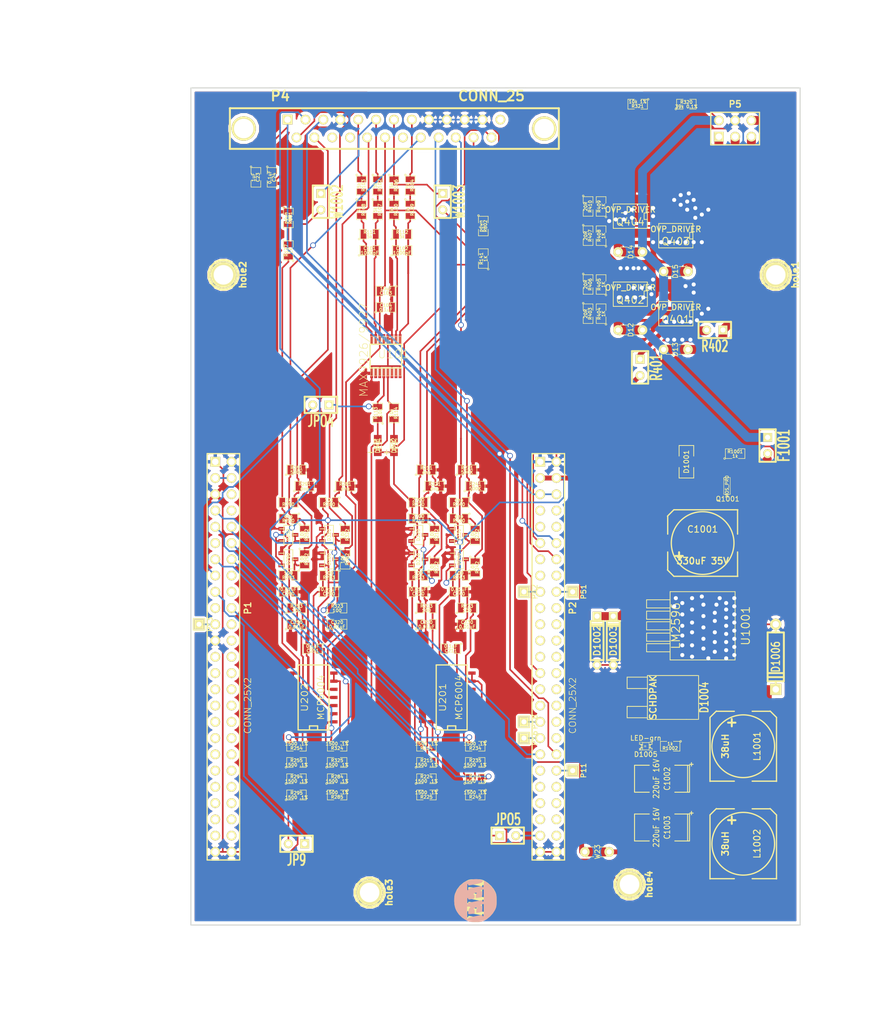
<source format=kicad_pcb>
(kicad_pcb (version 3) (host pcbnew "(2013-07-07 BZR 4022)-stable")
  (title_block (title "Analgo Protection board for RUSEFI.com") (rev .01) (company RUSEFI.com) (comment 3 Art_Electro))
  (layers (15 F.Cu signal) (0 B.Cu signal) (18 B.Paste user) (19 F.Paste user) (20 B.SilkS user) (21 F.SilkS user) (22 B.Mask user) (23 F.Mask user) (28 Edge.Cuts user))
  (net 0 "")
  (net 1 /PWR_buck_12V_switcher/5V-REG)
  (net 2 /PWR_buck_12V_switcher/FB)
  (net 3 /PWR_buck_12V_switcher/OUT)
  (net 4 /PWR_buck_12V_switcher/VBAT)
  (net 5 /PWR_buck_12V_switcher/Vf)
  (net 6 /adc_amp_divider/12V_bat)
  (net 7 /adc_amp_divider/5V)
  (net 8 /adc_amp_divider/INP1)
  (net 9 /adc_amp_divider/INP12)
  (net 10 /adc_amp_divider/INP2)
  (net 11 /adc_amp_divider/INP3)
  (net 12 /adc_amp_divider/INP4)
  (net 13 /adc_amp_divider/INP5)
  (net 14 /adc_amp_divider/INP8)
  (net 15 /adc_amp_divider/INP9)
  (net 16 /adc_amp_divider/OUT1)
  (net 17 /adc_amp_divider/OUT12)
  (net 18 /adc_amp_divider/OUT2)
  (net 19 /adc_amp_divider/OUT3)
  (net 20 /adc_amp_divider/OUT4)
  (net 21 /adc_amp_divider/OUT5)
  (net 22 /adc_amp_divider/OUT8)
  (net 23 /adc_amp_divider/OUT9)
  (net 24 /cps_vrs_io_1/CAM)
  (net 25 /cps_vrs_io_1/CAM+)
  (net 26 /cps_vrs_io_1/CAM-)
  (net 27 /cps_vrs_io_1/CRANK)
  (net 28 /cps_vrs_io_1/CRK2+)
  (net 29 /cps_vrs_io_1/CRK2-)
  (net 30 /inj_12ch/INJ-01)
  (net 31 /inj_12ch/INJ-01_2)
  (net 32 /inj_12ch/INJ-01_5V)
  (net 33 /inj_12ch/INJ-02)
  (net 34 /inj_12ch/INJ-02_5V)
  (net 35 /inj_12ch/INJ-03)
  (net 36 /inj_12ch/INJ-03_5V)
  (net 37 /inj_12ch/INJ-04)
  (net 38 /inj_12ch/INJ-04_5V)
  (net 39 /stm32f407_board/3.3V)
  (net 40 /stm32f407_board/PA15)
  (net 41 /stm32f407_board/PA5)
  (net 42 /stm32f407_board/PB1)
  (net 43 /stm32f407_board/PC10)
  (net 44 /stm32f407_board/PC11)
  (net 45 /stm32f407_board/PC12)
  (net 46 /stm32f407_board/PC6)
  (net 47 /stm32f407_board/PD1)
  (net 48 /stm32f407_board/PE0)
  (net 49 /stm32f407_board/PE1)
  (net 50 /stm32f407_board/VDD)
  (net 51 GND)
  (net 52 N-00000127)
  (net 53 N-00000129)
  (net 54 N-00000131)
  (net 55 N-00000132)
  (net 56 N-00000133)
  (net 57 N-00000134)
  (net 58 N-00000135)
  (net 59 N-00000136)
  (net 60 N-00000137)
  (net 61 N-00000138)
  (net 62 N-00000139)
  (net 63 N-00000140)
  (net 64 N-00000141)
  (net 65 N-00000142)
  (net 66 N-00000143)
  (net 67 N-00000144)
  (net 68 N-00000145)
  (net 69 N-00000146)
  (net 70 N-00000147)
  (net 71 N-00000148)
  (net 72 N-00000149)
  (net 73 N-00000150)
  (net 74 N-00000151)
  (net 75 N-00000152)
  (net 76 N-00000153)
  (net 77 N-00000154)
  (net 78 N-00000155)
  (net 79 N-00000157)
  (net 80 N-00000160)
  (net 81 N-00000174)
  (net 82 N-00000175)
  (net 83 N-00000176)
  (net 84 N-00000177)
  (net 85 N-00000178)
  (net 86 N-00000179)
  (net 87 N-00000180)
  (net 88 N-00000181)
  (net 89 N-00000182)
  (net 90 N-00000183)
  (net 91 N-00000184)
  (net 92 N-00000187)
  (net 93 N-00000188)
  (net 94 N-00000193)
  (module sot23 (layer F.Cu) (at 81.665 146.58 270)
    (fp_text reference D290 (at 0 0 270) (layer F.SilkS) (effects (font (size 0.50038 0.50038) (thickness 0.09906))))
    (fp_text value DOUBLE_SCHOTTKY hide)
    (pad 1 smd rect (at -0.9525 1.05664 270) (size 0.59944 1.00076) (layers F.Cu F.Paste F.Mask) (net 51 GND))
    (pad 2 smd rect (at 0 -1.05664 270) (size 0.59944 1.00076) (layers F.Cu F.Paste F.Mask) (net 72 N-00000149))
    (pad 3 smd rect (at 0.9525 1.05664 270) (size 0.59944 1.00076) (layers F.Cu F.Paste F.Mask) (net 7 /adc_amp_divider/5V))
  )
  (module sot23 (layer F.Cu) (at 101.985 146.58 270)
    (fp_text reference D210 (at 0 0 270) (layer F.SilkS) (effects (font (size 0.50038 0.50038) (thickness 0.09906))))
    (fp_text value DOUBLE_SCHOTTKY hide)
    (pad 1 smd rect (at -0.9525 1.05664 270) (size 0.59944 1.00076) (layers F.Cu F.Paste F.Mask) (net 51 GND))
    (pad 2 smd rect (at 0 -1.05664 270) (size 0.59944 1.00076) (layers F.Cu F.Paste F.Mask) (net 68 N-00000145))
    (pad 3 smd rect (at 0.9525 1.05664 270) (size 0.59944 1.00076) (layers F.Cu F.Paste F.Mask) (net 7 /adc_amp_divider/5V))
  )
  (module SOT23 (layer F.Cu) (at 150.245 135.15 270)
    (fp_text reference Q1001 (at 1.99898 -0.09906 360) (layer F.SilkS) (effects (font (size 0.762 0.762) (thickness 0.11938))))
    (fp_text value MOS_PRO (at 0.0635 0 270) (layer F.SilkS) (effects (font (size 0.50038 0.50038) (thickness 0.09906))))
    (pad 3 smd rect (at 0 -1.09982 270) (size 0.8001 1.00076) (layers F.Cu F.Paste F.Mask) (net 5 /PWR_buck_12V_switcher/Vf))
    (pad 2 smd rect (at 0.9525 1.09982 270) (size 0.8001 1.00076) (layers F.Cu F.Paste F.Mask) (net 4 /PWR_buck_12V_switcher/VBAT))
    (pad 1 smd rect (at -0.9525 1.09982 270) (size 0.8001 1.00076) (layers F.Cu F.Paste F.Mask) (net 93 N-00000188))
  )
  (module sot23 (layer F.Cu) (at 101.985 142.77 270)
    (fp_text reference D220 (at 0 0 270) (layer F.SilkS) (effects (font (size 0.50038 0.50038) (thickness 0.09906))))
    (fp_text value DOUBLE_SCHOTTKY hide)
    (pad 1 smd rect (at -0.9525 1.05664 270) (size 0.59944 1.00076) (layers F.Cu F.Paste F.Mask) (net 51 GND))
    (pad 2 smd rect (at 0 -1.05664 270) (size 0.59944 1.00076) (layers F.Cu F.Paste F.Mask) (net 67 N-00000144))
    (pad 3 smd rect (at 0.9525 1.05664 270) (size 0.59944 1.00076) (layers F.Cu F.Paste F.Mask) (net 7 /adc_amp_divider/5V))
  )
  (module sot23 (layer F.Cu) (at 108.335 146.58 270)
    (fp_text reference D240 (at 0 0 270) (layer F.SilkS) (effects (font (size 0.50038 0.50038) (thickness 0.09906))))
    (fp_text value DOUBLE_SCHOTTKY hide)
    (pad 1 smd rect (at -0.9525 1.05664 270) (size 0.59944 1.00076) (layers F.Cu F.Paste F.Mask) (net 51 GND))
    (pad 2 smd rect (at 0 -1.05664 270) (size 0.59944 1.00076) (layers F.Cu F.Paste F.Mask) (net 76 N-00000153))
    (pad 3 smd rect (at 0.9525 1.05664 270) (size 0.59944 1.00076) (layers F.Cu F.Paste F.Mask) (net 7 /adc_amp_divider/5V))
  )
  (module sot23 (layer F.Cu) (at 88.015 146.58 270)
    (fp_text reference D280 (at 0 0 270) (layer F.SilkS) (effects (font (size 0.50038 0.50038) (thickness 0.09906))))
    (fp_text value DOUBLE_SCHOTTKY hide)
    (pad 1 smd rect (at -0.9525 1.05664 270) (size 0.59944 1.00076) (layers F.Cu F.Paste F.Mask) (net 51 GND))
    (pad 2 smd rect (at 0 -1.05664 270) (size 0.59944 1.00076) (layers F.Cu F.Paste F.Mask) (net 73 N-00000150))
    (pad 3 smd rect (at 0.9525 1.05664 270) (size 0.59944 1.00076) (layers F.Cu F.Paste F.Mask) (net 7 /adc_amp_divider/5V))
  )
  (module sot23 (layer F.Cu) (at 108.335 142.77 270)
    (fp_text reference D230 (at 0 0 270) (layer F.SilkS) (effects (font (size 0.50038 0.50038) (thickness 0.09906))))
    (fp_text value DOUBLE_SCHOTTKY hide)
    (pad 1 smd rect (at -0.9525 1.05664 270) (size 0.59944 1.00076) (layers F.Cu F.Paste F.Mask) (net 51 GND))
    (pad 2 smd rect (at 0 -1.05664 270) (size 0.59944 1.00076) (layers F.Cu F.Paste F.Mask) (net 75 N-00000152))
    (pad 3 smd rect (at 0.9525 1.05664 270) (size 0.59944 1.00076) (layers F.Cu F.Paste F.Mask) (net 7 /adc_amp_divider/5V))
  )
  (module sot23 (layer F.Cu) (at 88.015 142.77 270)
    (fp_text reference D320 (at 0 0 270) (layer F.SilkS) (effects (font (size 0.50038 0.50038) (thickness 0.09906))))
    (fp_text value DOUBLE_SCHOTTKY hide)
    (pad 1 smd rect (at -0.9525 1.05664 270) (size 0.59944 1.00076) (layers F.Cu F.Paste F.Mask) (net 51 GND))
    (pad 2 smd rect (at 0 -1.05664 270) (size 0.59944 1.00076) (layers F.Cu F.Paste F.Mask) (net 65 N-00000142))
    (pad 3 smd rect (at 0.9525 1.05664 270) (size 0.59944 1.00076) (layers F.Cu F.Paste F.Mask) (net 7 /adc_amp_divider/5V))
  )
  (module sot23 (layer F.Cu) (at 81.665 142.77 270)
    (fp_text reference D250 (at 0 0 270) (layer F.SilkS) (effects (font (size 0.50038 0.50038) (thickness 0.09906))))
    (fp_text value DOUBLE_SCHOTTKY hide)
    (pad 1 smd rect (at -0.9525 1.05664 270) (size 0.59944 1.00076) (layers F.Cu F.Paste F.Mask) (net 51 GND))
    (pad 2 smd rect (at 0 -1.05664 270) (size 0.59944 1.00076) (layers F.Cu F.Paste F.Mask) (net 71 N-00000148))
    (pad 3 smd rect (at 0.9525 1.05664 270) (size 0.59944 1.00076) (layers F.Cu F.Paste F.Mask) (net 7 /adc_amp_divider/5V))
  )
  (module SO8E_ST (layer F.Cu) (at 135.128 92.964 180)
    (fp_text reference Q404 (at 0 -0.889 180) (layer F.SilkS) (effects (font (size 1.143 1.143) (thickness 0.1524))))
    (fp_text value OVP_DRIVER (at 0 1.016 180) (layer F.SilkS) (effects (font (size 0.889 0.889) (thickness 0.1524))))
    (pad 2 smd rect (at -1.905 -2.667 180) (size 0.508 1.143) (layers F.Cu F.Paste F.Mask) (net 37 /inj_12ch/INJ-04))
    (pad 3 smd rect (at -1.905 2.667 180) (size 0.508 1.143) (layers F.Cu F.Paste F.Mask) (net 51 GND))
    (pad 2 smd rect (at -0.635 -2.667 180) (size 0.508 1.143) (layers F.Cu F.Paste F.Mask) (net 37 /inj_12ch/INJ-04))
    (pad 2 smd rect (at 0.635 -2.667 180) (size 0.508 1.143) (layers F.Cu F.Paste F.Mask) (net 37 /inj_12ch/INJ-04))
    (pad 2 smd rect (at 1.905 -2.667 180) (size 0.508 1.143) (layers F.Cu F.Paste F.Mask) (net 37 /inj_12ch/INJ-04))
    (pad 3 smd rect (at -0.635 2.667 180) (size 0.508 1.143) (layers F.Cu F.Paste F.Mask) (net 51 GND))
    (pad 3 smd rect (at 0.635 2.667 180) (size 0.508 1.143) (layers F.Cu F.Paste F.Mask) (net 51 GND))
    (pad 1 smd rect (at 1.905 2.667 180) (size 0.508 1.143) (layers F.Cu F.Paste F.Mask) (net 53 N-00000129))
  )
  (module SO8E_ST (layer F.Cu) (at 142.24 108.204 180)
    (fp_text reference Q401 (at 0 -0.889 180) (layer F.SilkS) (effects (font (size 1.143 1.143) (thickness 0.1524))))
    (fp_text value OVP_DRIVER (at 0 1.016 180) (layer F.SilkS) (effects (font (size 0.889 0.889) (thickness 0.1524))))
    (pad 2 smd rect (at -1.905 -2.667 180) (size 0.508 1.143) (layers F.Cu F.Paste F.Mask) (net 30 /inj_12ch/INJ-01))
    (pad 3 smd rect (at -1.905 2.667 180) (size 0.508 1.143) (layers F.Cu F.Paste F.Mask) (net 51 GND))
    (pad 2 smd rect (at -0.635 -2.667 180) (size 0.508 1.143) (layers F.Cu F.Paste F.Mask) (net 30 /inj_12ch/INJ-01))
    (pad 2 smd rect (at 0.635 -2.667 180) (size 0.508 1.143) (layers F.Cu F.Paste F.Mask) (net 30 /inj_12ch/INJ-01))
    (pad 2 smd rect (at 1.905 -2.667 180) (size 0.508 1.143) (layers F.Cu F.Paste F.Mask) (net 30 /inj_12ch/INJ-01))
    (pad 3 smd rect (at -0.635 2.667 180) (size 0.508 1.143) (layers F.Cu F.Paste F.Mask) (net 51 GND))
    (pad 3 smd rect (at 0.635 2.667 180) (size 0.508 1.143) (layers F.Cu F.Paste F.Mask) (net 51 GND))
    (pad 1 smd rect (at 1.905 2.667 180) (size 0.508 1.143) (layers F.Cu F.Paste F.Mask) (net 55 N-00000132))
  )
  (module SO8E_ST (layer F.Cu) (at 135.128 105.156 180)
    (fp_text reference Q402 (at 0 -0.889 180) (layer F.SilkS) (effects (font (size 1.143 1.143) (thickness 0.1524))))
    (fp_text value OVP_DRIVER (at 0 1.016 180) (layer F.SilkS) (effects (font (size 0.889 0.889) (thickness 0.1524))))
    (pad 2 smd rect (at -1.905 -2.667 180) (size 0.508 1.143) (layers F.Cu F.Paste F.Mask) (net 33 /inj_12ch/INJ-02))
    (pad 3 smd rect (at -1.905 2.667 180) (size 0.508 1.143) (layers F.Cu F.Paste F.Mask) (net 51 GND))
    (pad 2 smd rect (at -0.635 -2.667 180) (size 0.508 1.143) (layers F.Cu F.Paste F.Mask) (net 33 /inj_12ch/INJ-02))
    (pad 2 smd rect (at 0.635 -2.667 180) (size 0.508 1.143) (layers F.Cu F.Paste F.Mask) (net 33 /inj_12ch/INJ-02))
    (pad 2 smd rect (at 1.905 -2.667 180) (size 0.508 1.143) (layers F.Cu F.Paste F.Mask) (net 33 /inj_12ch/INJ-02))
    (pad 3 smd rect (at -0.635 2.667 180) (size 0.508 1.143) (layers F.Cu F.Paste F.Mask) (net 51 GND))
    (pad 3 smd rect (at 0.635 2.667 180) (size 0.508 1.143) (layers F.Cu F.Paste F.Mask) (net 51 GND))
    (pad 1 smd rect (at 1.905 2.667 180) (size 0.508 1.143) (layers F.Cu F.Paste F.Mask) (net 52 N-00000127))
  )
  (module SO8E_ST (layer F.Cu) (at 142.24 96.012 180)
    (fp_text reference Q403 (at 0 -0.889 180) (layer F.SilkS) (effects (font (size 1.143 1.143) (thickness 0.1524))))
    (fp_text value OVP_DRIVER (at 0 1.016 180) (layer F.SilkS) (effects (font (size 0.889 0.889) (thickness 0.1524))))
    (pad 2 smd rect (at -1.905 -2.667 180) (size 0.508 1.143) (layers F.Cu F.Paste F.Mask) (net 35 /inj_12ch/INJ-03))
    (pad 3 smd rect (at -1.905 2.667 180) (size 0.508 1.143) (layers F.Cu F.Paste F.Mask) (net 51 GND))
    (pad 2 smd rect (at -0.635 -2.667 180) (size 0.508 1.143) (layers F.Cu F.Paste F.Mask) (net 35 /inj_12ch/INJ-03))
    (pad 2 smd rect (at 0.635 -2.667 180) (size 0.508 1.143) (layers F.Cu F.Paste F.Mask) (net 35 /inj_12ch/INJ-03))
    (pad 2 smd rect (at 1.905 -2.667 180) (size 0.508 1.143) (layers F.Cu F.Paste F.Mask) (net 35 /inj_12ch/INJ-03))
    (pad 3 smd rect (at -0.635 2.667 180) (size 0.508 1.143) (layers F.Cu F.Paste F.Mask) (net 51 GND))
    (pad 3 smd rect (at 0.635 2.667 180) (size 0.508 1.143) (layers F.Cu F.Paste F.Mask) (net 51 GND))
    (pad 1 smd rect (at 1.905 2.667 180) (size 0.508 1.143) (layers F.Cu F.Paste F.Mask) (net 54 N-00000131))
  )
  (module SO14N (layer F.Cu) (at 85.475 168.17 90)
    (fp_text reference U202 (at 0 -1.27 90) (layer F.SilkS) (effects (font (size 1.016 1.143) (thickness 0.127))))
    (fp_text value MCP6004 (at 0 1.27 90) (layer F.SilkS) (effects (font (size 1.016 1.016) (thickness 0.127))))
    (pad 1 smd rect (at -3.81 3.302 90) (size 0.508 1.143) (layers F.Cu F.Paste F.Mask) (net 63 N-00000140))
    (pad 2 smd rect (at -2.54 3.302 90) (size 0.508 1.143) (layers F.Cu F.Paste F.Mask) (net 63 N-00000140))
    (pad 3 smd rect (at -1.27 3.302 90) (size 0.508 1.143) (layers F.Cu F.Paste F.Mask) (net 58 N-00000135))
    (pad 4 smd rect (at 0 3.302 90) (size 0.508 1.143) (layers F.Cu F.Paste F.Mask) (net 7 /adc_amp_divider/5V))
    (pad 5 smd rect (at 1.27 3.302 90) (size 0.508 1.143) (layers F.Cu F.Paste F.Mask) (net 64 N-00000141))
    (pad 6 smd rect (at 2.54 3.302 90) (size 0.508 1.143) (layers F.Cu F.Paste F.Mask) (net 66 N-00000143))
    (pad 7 smd rect (at 3.81 3.302 90) (size 0.508 1.143) (layers F.Cu F.Paste F.Mask) (net 66 N-00000143))
    (pad 8 smd rect (at 3.81 -3.048 90) (size 0.508 1.143) (layers F.Cu F.Paste F.Mask) (net 69 N-00000146))
    (pad 9 smd rect (at 2.54 -3.048 90) (size 0.508 1.143) (layers F.Cu F.Paste F.Mask) (net 69 N-00000146))
    (pad 11 smd rect (at 0 -3.048 90) (size 0.508 1.143) (layers F.Cu F.Paste F.Mask) (net 51 GND))
    (pad 12 smd rect (at -1.27 -3.048 90) (size 0.508 1.143) (layers F.Cu F.Paste F.Mask) (net 56 N-00000133))
    (pad 13 smd rect (at -2.54 -3.048 90) (size 0.508 1.143) (layers F.Cu F.Paste F.Mask) (net 57 N-00000134))
    (pad 14 smd rect (at -3.81 -3.048 90) (size 0.508 1.143) (layers F.Cu F.Paste F.Mask) (net 57 N-00000134))
    (pad 10 smd rect (at 1.27 -3.048 90) (size 0.508 1.143) (layers F.Cu F.Paste F.Mask) (net 70 N-00000147))
  )
  (module SO14N (layer F.Cu) (at 107.065 168.17 90)
    (fp_text reference U201 (at 0 -1.27 90) (layer F.SilkS) (effects (font (size 1.016 1.143) (thickness 0.127))))
    (fp_text value MCP6004 (at 0 1.27 90) (layer F.SilkS) (effects (font (size 1.016 1.016) (thickness 0.127))))
    (pad 1 smd rect (at -3.81 3.302 90) (size 0.508 1.143) (layers F.Cu F.Paste F.Mask) (net 60 N-00000137))
    (pad 2 smd rect (at -2.54 3.302 90) (size 0.508 1.143) (layers F.Cu F.Paste F.Mask) (net 60 N-00000137))
    (pad 3 smd rect (at -1.27 3.302 90) (size 0.508 1.143) (layers F.Cu F.Paste F.Mask) (net 62 N-00000139))
    (pad 4 smd rect (at 0 3.302 90) (size 0.508 1.143) (layers F.Cu F.Paste F.Mask) (net 7 /adc_amp_divider/5V))
    (pad 5 smd rect (at 1.27 3.302 90) (size 0.508 1.143) (layers F.Cu F.Paste F.Mask) (net 61 N-00000138))
    (pad 6 smd rect (at 2.54 3.302 90) (size 0.508 1.143) (layers F.Cu F.Paste F.Mask) (net 59 N-00000136))
    (pad 7 smd rect (at 3.81 3.302 90) (size 0.508 1.143) (layers F.Cu F.Paste F.Mask) (net 59 N-00000136))
    (pad 8 smd rect (at 3.81 -3.048 90) (size 0.508 1.143) (layers F.Cu F.Paste F.Mask) (net 77 N-00000154))
    (pad 9 smd rect (at 2.54 -3.048 90) (size 0.508 1.143) (layers F.Cu F.Paste F.Mask) (net 77 N-00000154))
    (pad 11 smd rect (at 0 -3.048 90) (size 0.508 1.143) (layers F.Cu F.Paste F.Mask) (net 51 GND))
    (pad 12 smd rect (at -1.27 -3.048 90) (size 0.508 1.143) (layers F.Cu F.Paste F.Mask) (net 78 N-00000155))
    (pad 13 smd rect (at -2.54 -3.048 90) (size 0.508 1.143) (layers F.Cu F.Paste F.Mask) (net 79 N-00000157))
    (pad 14 smd rect (at -3.81 -3.048 90) (size 0.508 1.143) (layers F.Cu F.Paste F.Mask) (net 79 N-00000157))
    (pad 10 smd rect (at 1.27 -3.048 90) (size 0.508 1.143) (layers F.Cu F.Paste F.Mask) (net 80 N-00000160))
  )
  (module SMDSVP10 (layer F.Cu) (at 146.435 144.04)
    (fp_text reference C1001 (at 0 -2.159) (layer F.SilkS) (effects (font (size 1.016 1.00076) (thickness 0.15748))))
    (fp_text value "330uF 35V" (at 0 2.79908) (layer F.SilkS) (effects (font (size 1.016 1.00076) (thickness 0.2032))))
    (fp_text user + (at -3.683 1.905) (layer F.SilkS) (effects (font (size 1.524 1.524) (thickness 0.3048))))
    (pad 1 smd rect (at -4.39928 0) (size 4.39928 1.89992) (layers F.Cu F.Paste F.Mask) (net 4 /PWR_buck_12V_switcher/VBAT))
    (pad 2 smd rect (at 4.30022 0) (size 4.39928 1.89992) (layers F.Cu F.Paste F.Mask) (net 51 GND))
  )
  (module SMDSVP10 (layer F.Cu) (at 152.785 175.79 270)
    (fp_text reference L1001 (at 0 -2.159 270) (layer F.SilkS) (effects (font (size 1.016 1.00076) (thickness 0.15748))))
    (fp_text value 38uH (at 0 2.79908 270) (layer F.SilkS) (effects (font (size 1.016 1.00076) (thickness 0.2032))))
    (fp_text user + (at -3.683 1.905 270) (layer F.SilkS) (effects (font (size 1.524 1.524) (thickness 0.3048))))
    (pad 1 smd rect (at -4.39928 0 270) (size 4.39928 1.89992) (layers F.Cu F.Paste F.Mask) (net 3 /PWR_buck_12V_switcher/OUT))
    (pad 2 smd rect (at 4.30022 0 270) (size 4.39928 1.89992) (layers F.Cu F.Paste F.Mask) (net 2 /PWR_buck_12V_switcher/FB))
  )
  (module SMDSVP10 (layer F.Cu) (at 152.785 191.03 270)
    (fp_text reference L1002 (at 0 -2.159 270) (layer F.SilkS) (effects (font (size 1.016 1.00076) (thickness 0.15748))))
    (fp_text value 38uH (at 0 2.79908 270) (layer F.SilkS) (effects (font (size 1.016 1.00076) (thickness 0.2032))))
    (fp_text user + (at -3.683 1.905 270) (layer F.SilkS) (effects (font (size 1.524 1.524) (thickness 0.3048))))
    (pad 1 smd rect (at -4.39928 0 270) (size 4.39928 1.89992) (layers F.Cu F.Paste F.Mask) (net 2 /PWR_buck_12V_switcher/FB))
    (pad 2 smd rect (at 4.30022 0 270) (size 4.39928 1.89992) (layers F.Cu F.Paste F.Mask) (net 1 /PWR_buck_12V_switcher/5V-REG))
  )
  (module SM2512 (layer F.Cu) (at 140.085 188.49 180)
    (fp_text reference C1003 (at -0.8001 0 270) (layer F.SilkS) (effects (font (size 0.889 0.762) (thickness 0.127))))
    (fp_text value "220uF 16V" (at 0.89916 0 270) (layer F.SilkS) (effects (font (size 0.889 0.762) (thickness 0.127))))
    (fp_text user + (at -4.59994 2.30124 180) (layer F.SilkS) (effects (font (size 0.7 0.7))))
    (pad 1 smd rect (at -2.99974 0 180) (size 1.99898 2.99974) (layers F.Cu F.Paste F.Mask) (net 1 /PWR_buck_12V_switcher/5V-REG))
    (pad 2 smd rect (at 2.99974 0 180) (size 1.99898 2.99974) (layers F.Cu F.Paste F.Mask) (net 51 GND))
  )
  (module SM2512 (layer F.Cu) (at 140.085 180.87 180)
    (fp_text reference C1002 (at -0.8001 0 270) (layer F.SilkS) (effects (font (size 0.889 0.762) (thickness 0.127))))
    (fp_text value "220uF 16V" (at 0.89916 0 270) (layer F.SilkS) (effects (font (size 0.889 0.762) (thickness 0.127))))
    (fp_text user + (at -4.59994 2.30124 180) (layer F.SilkS) (effects (font (size 0.7 0.7))))
    (pad 1 smd rect (at -2.99974 0 180) (size 1.99898 2.99974) (layers F.Cu F.Paste F.Mask) (net 2 /PWR_buck_12V_switcher/FB))
    (pad 2 smd rect (at 2.99974 0 180) (size 1.99898 2.99974) (layers F.Cu F.Paste F.Mask) (net 51 GND))
  )
  (module SM1206 (layer F.Cu) (at 143.895 131.34 270)
    (fp_text reference D1001 (at 0 0 270) (layer F.SilkS) (effects (font (size 0.762 0.762) (thickness 0.127))))
    (fp_text value ZENERSMALL hide)
    (pad 1 smd rect (at -1.651 0 270) (size 1.524 2.032) (layers F.Cu F.Paste F.Mask) (net 93 N-00000188))
    (pad 2 smd rect (at 1.651 0 270) (size 1.524 2.032) (layers F.Cu F.Paste F.Mask) (net 4 /PWR_buck_12V_switcher/VBAT))
  )
  (module SM0805_jumper (layer F.Cu) (at 129.925 192.3)
    (fp_text reference W23 (at 0.0635 0 90) (layer F.SilkS) (effects (font (size 0.762 0.762) (thickness 0.127))))
    (fp_text value TEST hide)
    (pad 2 smd rect (at 1.27 0) (size 1.524 0.2032) (layers F.Cu F.Paste F.Mask) (net 1 /PWR_buck_12V_switcher/5V-REG))
    (pad 1 smd rect (at -0.9525 0) (size 0.889 1.397) (layers F.Cu F.Paste F.Mask) (net 7 /adc_amp_divider/5V))
    (pad 2 smd rect (at 0.9525 0) (size 0.889 1.397) (layers F.Cu F.Paste F.Mask) (net 1 /PWR_buck_12V_switcher/5V-REG))
    (pad 2 thru_hole circle (at 1.905 0) (size 1.524 1.524) (drill 0.8128) (layers *.Cu *.Mask F.SilkS) (net 1 /PWR_buck_12V_switcher/5V-REG))
    (pad 1 thru_hole circle (at -1.905 0) (size 1.524 1.524) (drill 0.8128) (layers *.Cu *.Mask F.SilkS) (net 7 /adc_amp_divider/5V))
    (pad 1 smd rect (at -1.27 0) (size 1.524 0.2032) (layers F.Cu F.Paste F.Mask) (net 7 /adc_amp_divider/5V))
  )
  (module SM0805_jumper (layer F.Cu) (at 135.128 98.552)
    (fp_text reference D14 (at 0.0635 0 90) (layer F.SilkS) (effects (font (size 0.762 0.762) (thickness 0.127))))
    (fp_text value DIODESCH hide)
    (pad 2 smd rect (at 1.27 0) (size 1.524 0.2032) (layers F.Cu F.Paste F.Mask) (net 6 /adc_amp_divider/12V_bat))
    (pad 1 smd rect (at -0.9525 0) (size 0.889 1.397) (layers F.Cu F.Paste F.Mask) (net 37 /inj_12ch/INJ-04))
    (pad 2 smd rect (at 0.9525 0) (size 0.889 1.397) (layers F.Cu F.Paste F.Mask) (net 6 /adc_amp_divider/12V_bat))
    (pad 2 thru_hole circle (at 1.905 0) (size 1.524 1.524) (drill 0.8128) (layers *.Cu *.Mask F.SilkS) (net 6 /adc_amp_divider/12V_bat))
    (pad 1 thru_hole circle (at -1.905 0) (size 1.524 1.524) (drill 0.8128) (layers *.Cu *.Mask F.SilkS) (net 37 /inj_12ch/INJ-04))
    (pad 1 smd rect (at -1.27 0) (size 1.524 0.2032) (layers F.Cu F.Paste F.Mask) (net 37 /inj_12ch/INJ-04))
  )
  (module SM0805_jumper (layer F.Cu) (at 142.24 101.6 180)
    (fp_text reference D15 (at 0.0635 0 270) (layer F.SilkS) (effects (font (size 0.762 0.762) (thickness 0.127))))
    (fp_text value DIODESCH hide)
    (pad 2 smd rect (at 1.27 0 180) (size 1.524 0.2032) (layers F.Cu F.Paste F.Mask) (net 6 /adc_amp_divider/12V_bat))
    (pad 1 smd rect (at -0.9525 0 180) (size 0.889 1.397) (layers F.Cu F.Paste F.Mask) (net 35 /inj_12ch/INJ-03))
    (pad 2 smd rect (at 0.9525 0 180) (size 0.889 1.397) (layers F.Cu F.Paste F.Mask) (net 6 /adc_amp_divider/12V_bat))
    (pad 2 thru_hole circle (at 1.905 0 180) (size 1.524 1.524) (drill 0.8128) (layers *.Cu *.Mask F.SilkS) (net 6 /adc_amp_divider/12V_bat))
    (pad 1 thru_hole circle (at -1.905 0 180) (size 1.524 1.524) (drill 0.8128) (layers *.Cu *.Mask F.SilkS) (net 35 /inj_12ch/INJ-03))
    (pad 1 smd rect (at -1.27 0 180) (size 1.524 0.2032) (layers F.Cu F.Paste F.Mask) (net 35 /inj_12ch/INJ-03))
  )
  (module SM0805_jumper (layer F.Cu) (at 135.128 110.744)
    (fp_text reference D12 (at 0.0635 0 90) (layer F.SilkS) (effects (font (size 0.762 0.762) (thickness 0.127))))
    (fp_text value DIODESCH hide)
    (pad 2 smd rect (at 1.27 0) (size 1.524 0.2032) (layers F.Cu F.Paste F.Mask) (net 6 /adc_amp_divider/12V_bat))
    (pad 1 smd rect (at -0.9525 0) (size 0.889 1.397) (layers F.Cu F.Paste F.Mask) (net 33 /inj_12ch/INJ-02))
    (pad 2 smd rect (at 0.9525 0) (size 0.889 1.397) (layers F.Cu F.Paste F.Mask) (net 6 /adc_amp_divider/12V_bat))
    (pad 2 thru_hole circle (at 1.905 0) (size 1.524 1.524) (drill 0.8128) (layers *.Cu *.Mask F.SilkS) (net 6 /adc_amp_divider/12V_bat))
    (pad 1 thru_hole circle (at -1.905 0) (size 1.524 1.524) (drill 0.8128) (layers *.Cu *.Mask F.SilkS) (net 33 /inj_12ch/INJ-02))
    (pad 1 smd rect (at -1.27 0) (size 1.524 0.2032) (layers F.Cu F.Paste F.Mask) (net 33 /inj_12ch/INJ-02))
  )
  (module SM0805_jumper (layer F.Cu) (at 142.24 113.792 180)
    (fp_text reference D13 (at 0.0635 0 270) (layer F.SilkS) (effects (font (size 0.762 0.762) (thickness 0.127))))
    (fp_text value DIODESCH hide)
    (pad 2 smd rect (at 1.27 0 180) (size 1.524 0.2032) (layers F.Cu F.Paste F.Mask) (net 6 /adc_amp_divider/12V_bat))
    (pad 1 smd rect (at -0.9525 0 180) (size 0.889 1.397) (layers F.Cu F.Paste F.Mask) (net 31 /inj_12ch/INJ-01_2))
    (pad 2 smd rect (at 0.9525 0 180) (size 0.889 1.397) (layers F.Cu F.Paste F.Mask) (net 6 /adc_amp_divider/12V_bat))
    (pad 2 thru_hole circle (at 1.905 0 180) (size 1.524 1.524) (drill 0.8128) (layers *.Cu *.Mask F.SilkS) (net 6 /adc_amp_divider/12V_bat))
    (pad 1 thru_hole circle (at -1.905 0 180) (size 1.524 1.524) (drill 0.8128) (layers *.Cu *.Mask F.SilkS) (net 31 /inj_12ch/INJ-01_2))
    (pad 1 smd rect (at -1.27 0 180) (size 1.524 0.2032) (layers F.Cu F.Paste F.Mask) (net 31 /inj_12ch/INJ-01_2))
  )
  (module SM0805 (layer F.Cu) (at 130.556 91.44 90)
    (fp_text reference R409 (at 0 -0.3175 90) (layer F.SilkS) (effects (font (size 0.50038 0.50038) (thickness 0.10922))))
    (fp_text value 1K (at 0 0.381 90) (layer F.SilkS) (effects (font (size 0.50038 0.50038) (thickness 0.10922))))
    (pad 1 smd rect (at -0.9525 0 90) (size 0.889 1.397) (layers F.Cu F.Paste F.Mask) (net 51 GND))
    (pad 2 smd rect (at 0.9525 0 90) (size 0.889 1.397) (layers F.Cu F.Paste F.Mask) (net 53 N-00000129))
  )
  (module SM0805 (layer F.Cu) (at 143.895 75.46)
    (fp_text reference R320 (at 0 -0.3175) (layer F.SilkS) (effects (font (size 0.50038 0.50038) (thickness 0.10922))))
    (fp_text value "39k 0.1%" (at 0 0.381) (layer F.SilkS) (effects (font (size 0.50038 0.50038) (thickness 0.10922))))
    (pad 1 smd rect (at -0.9525 0) (size 0.889 1.397) (layers F.Cu F.Paste F.Mask) (net 9 /adc_amp_divider/INP12))
    (pad 2 smd rect (at 0.9525 0) (size 0.889 1.397) (layers F.Cu F.Paste F.Mask) (net 6 /adc_amp_divider/12V_bat))
  )
  (module SM0805 (layer F.Cu) (at 84.205 146.58 270)
    (fp_text reference R292 (at 0 -0.3175 270) (layer F.SilkS) (effects (font (size 0.50038 0.50038) (thickness 0.10922))))
    (fp_text value 10k (at 0 0.381 270) (layer F.SilkS) (effects (font (size 0.50038 0.50038) (thickness 0.10922))))
    (pad 1 smd rect (at -0.9525 0 270) (size 0.889 1.397) (layers F.Cu F.Paste F.Mask) (net 15 /adc_amp_divider/INP9))
    (pad 2 smd rect (at 0.9525 0 270) (size 0.889 1.397) (layers F.Cu F.Paste F.Mask) (net 72 N-00000149))
  )
  (module SM0805 (layer F.Cu) (at 130.556 108.204 90)
    (fp_text reference R404 (at 0 -0.3175 90) (layer F.SilkS) (effects (font (size 0.50038 0.50038) (thickness 0.10922))))
    (fp_text value 1K (at 0 0.381 90) (layer F.SilkS) (effects (font (size 0.50038 0.50038) (thickness 0.10922))))
    (pad 1 smd rect (at -0.9525 0 90) (size 0.889 1.397) (layers F.Cu F.Paste F.Mask) (net 51 GND))
    (pad 2 smd rect (at 0.9525 0 90) (size 0.889 1.397) (layers F.Cu F.Paste F.Mask) (net 55 N-00000132))
  )
  (module SM0805 (layer F.Cu) (at 130.556 103.632 90)
    (fp_text reference R405 (at 0 -0.3175 90) (layer F.SilkS) (effects (font (size 0.50038 0.50038) (thickness 0.10922))))
    (fp_text value 1K (at 0 0.381 90) (layer F.SilkS) (effects (font (size 0.50038 0.50038) (thickness 0.10922))))
    (pad 1 smd rect (at -0.9525 0 90) (size 0.889 1.397) (layers F.Cu F.Paste F.Mask) (net 51 GND))
    (pad 2 smd rect (at 0.9525 0 90) (size 0.889 1.397) (layers F.Cu F.Paste F.Mask) (net 52 N-00000127))
  )
  (module SM0805 (layer F.Cu) (at 79.125 86.89 270)
    (fp_text reference C24 (at 0 -0.3175 270) (layer F.SilkS) (effects (font (size 0.50038 0.50038) (thickness 0.10922))))
    (fp_text value 0.1uF (at 0 0.381 270) (layer F.SilkS) (effects (font (size 0.50038 0.50038) (thickness 0.10922))))
    (pad 1 smd rect (at -0.9525 0 270) (size 0.889 1.397) (layers F.Cu F.Paste F.Mask) (net 39 /stm32f407_board/3.3V))
    (pad 2 smd rect (at 0.9525 0 270) (size 0.889 1.397) (layers F.Cu F.Paste F.Mask) (net 51 GND))
  )
  (module SM0805 (layer F.Cu) (at 90.555 146.58 270)
    (fp_text reference R282 (at 0 -0.3175 270) (layer F.SilkS) (effects (font (size 0.50038 0.50038) (thickness 0.10922))))
    (fp_text value 10k (at 0 0.381 270) (layer F.SilkS) (effects (font (size 0.50038 0.50038) (thickness 0.10922))))
    (pad 1 smd rect (at -0.9525 0 270) (size 0.889 1.397) (layers F.Cu F.Paste F.Mask) (net 14 /adc_amp_divider/INP8))
    (pad 2 smd rect (at 0.9525 0 270) (size 0.889 1.397) (layers F.Cu F.Paste F.Mask) (net 73 N-00000150))
  )
  (module SM0805 (layer F.Cu) (at 136.275 75.46 180)
    (fp_text reference R321 (at 0 -0.3175 180) (layer F.SilkS) (effects (font (size 0.50038 0.50038) (thickness 0.10922))))
    (fp_text value "10k 1%" (at 0 0.381 180) (layer F.SilkS) (effects (font (size 0.50038 0.50038) (thickness 0.10922))))
    (pad 1 smd rect (at -0.9525 0 180) (size 0.889 1.397) (layers F.Cu F.Paste F.Mask) (net 9 /adc_amp_divider/INP12))
    (pad 2 smd rect (at 0.9525 0 180) (size 0.889 1.397) (layers F.Cu F.Paste F.Mask) (net 51 GND))
  )
  (module SM0805 (layer F.Cu) (at 88.015 137.69 180)
    (fp_text reference R280 (at 0 -0.3175 180) (layer F.SilkS) (effects (font (size 0.50038 0.50038) (thickness 0.10922))))
    (fp_text value 10k (at 0 0.381 180) (layer F.SilkS) (effects (font (size 0.50038 0.50038) (thickness 0.10922))))
    (pad 1 smd rect (at -0.9525 0 180) (size 0.889 1.397) (layers F.Cu F.Paste F.Mask) (net 14 /adc_amp_divider/INP8))
    (pad 2 smd rect (at 0.9525 0 180) (size 0.889 1.397) (layers F.Cu F.Paste F.Mask) (net 7 /adc_amp_divider/5V))
  )
  (module SM0805 (layer F.Cu) (at 90.555 142.77 270)
    (fp_text reference R322 (at 0 -0.3175 270) (layer F.SilkS) (effects (font (size 0.50038 0.50038) (thickness 0.10922))))
    (fp_text value 10k (at 0 0.381 270) (layer F.SilkS) (effects (font (size 0.50038 0.50038) (thickness 0.10922))))
    (pad 1 smd rect (at -0.9525 0 270) (size 0.889 1.397) (layers F.Cu F.Paste F.Mask) (net 9 /adc_amp_divider/INP12))
    (pad 2 smd rect (at 0.9525 0 270) (size 0.889 1.397) (layers F.Cu F.Paste F.Mask) (net 65 N-00000142))
  )
  (module SM0805 (layer F.Cu) (at 89.285 175.79 180)
    (fp_text reference R324 (at 0 -0.3175 180) (layer F.SilkS) (effects (font (size 0.50038 0.50038) (thickness 0.10922))))
    (fp_text value "1500 .1%" (at 0 0.381 180) (layer F.SilkS) (effects (font (size 0.50038 0.50038) (thickness 0.10922))))
    (pad 1 smd rect (at -0.9525 0 180) (size 0.889 1.397) (layers F.Cu F.Paste F.Mask) (net 66 N-00000143))
    (pad 2 smd rect (at 0.9525 0 180) (size 0.889 1.397) (layers F.Cu F.Paste F.Mask) (net 17 /adc_amp_divider/OUT12))
  )
  (module SM0805 (layer F.Cu) (at 89.285 178.33)
    (fp_text reference R325 (at 0 -0.3175) (layer F.SilkS) (effects (font (size 0.50038 0.50038) (thickness 0.10922))))
    (fp_text value "1500 .1%" (at 0 0.381) (layer F.SilkS) (effects (font (size 0.50038 0.50038) (thickness 0.10922))))
    (pad 1 smd rect (at -0.9525 0) (size 0.889 1.397) (layers F.Cu F.Paste F.Mask) (net 17 /adc_amp_divider/OUT12))
    (pad 2 smd rect (at 0.9525 0) (size 0.889 1.397) (layers F.Cu F.Paste F.Mask) (net 51 GND))
  )
  (module SM0805 (layer F.Cu) (at 89.285 154.2)
    (fp_text reference R323 (at 0 -0.3175) (layer F.SilkS) (effects (font (size 0.50038 0.50038) (thickness 0.10922))))
    (fp_text value 100 (at 0 0.381) (layer F.SilkS) (effects (font (size 0.50038 0.50038) (thickness 0.10922))))
    (pad 1 smd rect (at -0.9525 0) (size 0.889 1.397) (layers F.Cu F.Paste F.Mask) (net 65 N-00000142))
    (pad 2 smd rect (at 0.9525 0) (size 0.889 1.397) (layers F.Cu F.Paste F.Mask) (net 64 N-00000141))
  )
  (module SM0805 (layer F.Cu) (at 89.285 156.74)
    (fp_text reference C320 (at 0 -0.3175) (layer F.SilkS) (effects (font (size 0.50038 0.50038) (thickness 0.10922))))
    (fp_text value 0.01uF (at 0 0.381) (layer F.SilkS) (effects (font (size 0.50038 0.50038) (thickness 0.10922))))
    (pad 1 smd rect (at -0.9525 0) (size 0.889 1.397) (layers F.Cu F.Paste F.Mask) (net 51 GND))
    (pad 2 smd rect (at 0.9525 0) (size 0.889 1.397) (layers F.Cu F.Paste F.Mask) (net 64 N-00000141))
  )
  (module SM0805 (layer F.Cu) (at 100.715 91.97 270)
    (fp_text reference R109 (at 0 -0.3175 270) (layer F.SilkS) (effects (font (size 0.50038 0.50038) (thickness 0.10922))))
    (fp_text value 5k (at 0 0.381 270) (layer F.SilkS) (effects (font (size 0.50038 0.50038) (thickness 0.10922))))
    (pad 1 smd rect (at -0.9525 0 270) (size 0.889 1.397) (layers F.Cu F.Paste F.Mask) (net 86 N-00000179))
    (pad 2 smd rect (at 0.9525 0 270) (size 0.889 1.397) (layers F.Cu F.Paste F.Mask) (net 91 N-00000184))
  )
  (module SM0805 (layer F.Cu) (at 151.515 130.07)
    (fp_text reference R1001 (at 0 -0.3175) (layer F.SilkS) (effects (font (size 0.50038 0.50038) (thickness 0.10922))))
    (fp_text value 1k (at 0 0.381) (layer F.SilkS) (effects (font (size 0.50038 0.50038) (thickness 0.10922))))
    (pad 1 smd rect (at -0.9525 0) (size 0.889 1.397) (layers F.Cu F.Paste F.Mask) (net 93 N-00000188))
    (pad 2 smd rect (at 0.9525 0) (size 0.889 1.397) (layers F.Cu F.Paste F.Mask) (net 51 GND))
  )
  (module SM0805 (layer F.Cu) (at 112.145 94.51 270)
    (fp_text reference R802 (at 0 -0.3175 270) (layer F.SilkS) (effects (font (size 0.50038 0.50038) (thickness 0.10922))))
    (fp_text value pdwn (at 0 0.381 270) (layer F.SilkS) (effects (font (size 0.50038 0.50038) (thickness 0.10922))))
    (pad 1 smd rect (at -0.9525 0 270) (size 0.889 1.397) (layers F.Cu F.Paste F.Mask) (net 51 GND))
    (pad 2 smd rect (at 0.9525 0 270) (size 0.889 1.397) (layers F.Cu F.Paste F.Mask) (net 84 N-00000177))
  )
  (module SM0805 (layer F.Cu) (at 81.665 93.24 270)
    (fp_text reference R801 (at 0 -0.3175 270) (layer F.SilkS) (effects (font (size 0.50038 0.50038) (thickness 0.10922))))
    (fp_text value pdwn (at 0 0.381 270) (layer F.SilkS) (effects (font (size 0.50038 0.50038) (thickness 0.10922))))
    (pad 1 smd rect (at -0.9525 0 270) (size 0.889 1.397) (layers F.Cu F.Paste F.Mask) (net 51 GND))
    (pad 2 smd rect (at 0.9525 0 270) (size 0.889 1.397) (layers F.Cu F.Paste F.Mask) (net 83 N-00000176))
  )
  (module SM0805 (layer F.Cu) (at 112.145 99.59 90)
    (fp_text reference R141 (at 0 -0.3175 90) (layer F.SilkS) (effects (font (size 0.50038 0.50038) (thickness 0.10922))))
    (fp_text value 1K (at 0 0.381 90) (layer F.SilkS) (effects (font (size 0.50038 0.50038) (thickness 0.10922))))
    (pad 1 smd rect (at -0.9525 0 90) (size 0.889 1.397) (layers F.Cu F.Paste F.Mask) (net 7 /adc_amp_divider/5V))
    (pad 2 smd rect (at 0.9525 0 90) (size 0.889 1.397) (layers F.Cu F.Paste F.Mask) (net 84 N-00000177))
  )
  (module SM0805 (layer F.Cu) (at 81.665 98.32 90)
    (fp_text reference R137 (at 0 -0.3175 90) (layer F.SilkS) (effects (font (size 0.50038 0.50038) (thickness 0.10922))))
    (fp_text value 1K (at 0 0.381 90) (layer F.SilkS) (effects (font (size 0.50038 0.50038) (thickness 0.10922))))
    (pad 1 smd rect (at -0.9525 0 90) (size 0.889 1.397) (layers F.Cu F.Paste F.Mask) (net 7 /adc_amp_divider/5V))
    (pad 2 smd rect (at 0.9525 0 90) (size 0.889 1.397) (layers F.Cu F.Paste F.Mask) (net 83 N-00000176))
  )
  (module SM0805 (layer F.Cu) (at 95.635 123.72 90)
    (fp_text reference R113 (at 0 -0.3175 90) (layer F.SilkS) (effects (font (size 0.50038 0.50038) (thickness 0.10922))))
    (fp_text value 10k (at 0 0.381 90) (layer F.SilkS) (effects (font (size 0.50038 0.50038) (thickness 0.10922))))
    (pad 1 smd rect (at -0.9525 0 90) (size 0.889 1.397) (layers F.Cu F.Paste F.Mask) (net 81 N-00000174))
    (pad 2 smd rect (at 0.9525 0 90) (size 0.889 1.397) (layers F.Cu F.Paste F.Mask) (net 27 /cps_vrs_io_1/CRANK))
  )
  (module SM0805 (layer F.Cu) (at 94.365 98.32)
    (fp_text reference C101 (at 0 -0.3175) (layer F.SilkS) (effects (font (size 0.50038 0.50038) (thickness 0.10922))))
    (fp_text value 1000pF (at 0 0.381) (layer F.SilkS) (effects (font (size 0.50038 0.50038) (thickness 0.10922))))
    (pad 1 smd rect (at -0.9525 0) (size 0.889 1.397) (layers F.Cu F.Paste F.Mask) (net 92 N-00000187))
    (pad 2 smd rect (at 0.9525 0) (size 0.889 1.397) (layers F.Cu F.Paste F.Mask) (net 89 N-00000182))
  )
  (module SM0805 (layer F.Cu) (at 96.905 104.67 180)
    (fp_text reference C103 (at 0 -0.3175 180) (layer F.SilkS) (effects (font (size 0.50038 0.50038) (thickness 0.10922))))
    (fp_text value 10uF (at 0 0.381 180) (layer F.SilkS) (effects (font (size 0.50038 0.50038) (thickness 0.10922))))
    (pad 1 smd rect (at -0.9525 0 180) (size 0.889 1.397) (layers F.Cu F.Paste F.Mask) (net 51 GND))
    (pad 2 smd rect (at 0.9525 0 180) (size 0.889 1.397) (layers F.Cu F.Paste F.Mask) (net 7 /adc_amp_divider/5V))
  )
  (module SM0805 (layer F.Cu) (at 99.445 98.32)
    (fp_text reference C102 (at 0 -0.3175) (layer F.SilkS) (effects (font (size 0.50038 0.50038) (thickness 0.10922))))
    (fp_text value 1000pF (at 0 0.381) (layer F.SilkS) (effects (font (size 0.50038 0.50038) (thickness 0.10922))))
    (pad 1 smd rect (at -0.9525 0) (size 0.889 1.397) (layers F.Cu F.Paste F.Mask) (net 90 N-00000183))
    (pad 2 smd rect (at 0.9525 0) (size 0.889 1.397) (layers F.Cu F.Paste F.Mask) (net 91 N-00000184))
  )
  (module SM0805 (layer F.Cu) (at 98.175 123.72 270)
    (fp_text reference R114 (at 0 -0.3175 270) (layer F.SilkS) (effects (font (size 0.50038 0.50038) (thickness 0.10922))))
    (fp_text value 10k (at 0 0.381 270) (layer F.SilkS) (effects (font (size 0.50038 0.50038) (thickness 0.10922))))
    (pad 1 smd rect (at -0.9525 0 270) (size 0.889 1.397) (layers F.Cu F.Paste F.Mask) (net 24 /cps_vrs_io_1/CAM))
    (pad 2 smd rect (at 0.9525 0 270) (size 0.889 1.397) (layers F.Cu F.Paste F.Mask) (net 82 N-00000175))
  )
  (module SM0805 (layer F.Cu) (at 99.445 95.78)
    (fp_text reference R112 (at 0 -0.3175) (layer F.SilkS) (effects (font (size 0.50038 0.50038) (thickness 0.10922))))
    (fp_text value 5k (at 0 0.381) (layer F.SilkS) (effects (font (size 0.50038 0.50038) (thickness 0.10922))))
    (pad 1 smd rect (at -0.9525 0) (size 0.889 1.397) (layers F.Cu F.Paste F.Mask) (net 90 N-00000183))
    (pad 2 smd rect (at 0.9525 0) (size 0.889 1.397) (layers F.Cu F.Paste F.Mask) (net 91 N-00000184))
  )
  (module SM0805 (layer F.Cu) (at 94.365 95.78)
    (fp_text reference R111 (at 0 -0.3175) (layer F.SilkS) (effects (font (size 0.50038 0.50038) (thickness 0.10922))))
    (fp_text value 5k (at 0 0.381) (layer F.SilkS) (effects (font (size 0.50038 0.50038) (thickness 0.10922))))
    (pad 1 smd rect (at -0.9525 0) (size 0.889 1.397) (layers F.Cu F.Paste F.Mask) (net 92 N-00000187))
    (pad 2 smd rect (at 0.9525 0) (size 0.889 1.397) (layers F.Cu F.Paste F.Mask) (net 89 N-00000182))
  )
  (module SM0805 (layer F.Cu) (at 98.175 91.97 270)
    (fp_text reference R110 (at 0 -0.3175 270) (layer F.SilkS) (effects (font (size 0.50038 0.50038) (thickness 0.10922))))
    (fp_text value 5k (at 0 0.381 270) (layer F.SilkS) (effects (font (size 0.50038 0.50038) (thickness 0.10922))))
    (pad 1 smd rect (at -0.9525 0 270) (size 0.889 1.397) (layers F.Cu F.Paste F.Mask) (net 87 N-00000180))
    (pad 2 smd rect (at 0.9525 0 270) (size 0.889 1.397) (layers F.Cu F.Paste F.Mask) (net 90 N-00000183))
  )
  (module SM0805 (layer F.Cu) (at 130.556 96.012 90)
    (fp_text reference R408 (at 0 -0.3175 90) (layer F.SilkS) (effects (font (size 0.50038 0.50038) (thickness 0.10922))))
    (fp_text value 1K (at 0 0.381 90) (layer F.SilkS) (effects (font (size 0.50038 0.50038) (thickness 0.10922))))
    (pad 1 smd rect (at -0.9525 0 90) (size 0.889 1.397) (layers F.Cu F.Paste F.Mask) (net 51 GND))
    (pad 2 smd rect (at 0.9525 0 90) (size 0.889 1.397) (layers F.Cu F.Paste F.Mask) (net 54 N-00000131))
  )
  (module SM0805 (layer F.Cu) (at 100.715 88.16 270)
    (fp_text reference R104 (at 0 -0.3175 270) (layer F.SilkS) (effects (font (size 0.50038 0.50038) (thickness 0.10922))))
    (fp_text value 5k (at 0 0.381 270) (layer F.SilkS) (effects (font (size 0.50038 0.50038) (thickness 0.10922))))
    (pad 1 smd rect (at -0.9525 0 270) (size 0.889 1.397) (layers F.Cu F.Paste F.Mask) (net 25 /cps_vrs_io_1/CAM+))
    (pad 2 smd rect (at 0.9525 0 270) (size 0.889 1.397) (layers F.Cu F.Paste F.Mask) (net 86 N-00000179))
  )
  (module SM0805 (layer F.Cu) (at 98.175 88.16 270)
    (fp_text reference R106 (at 0 -0.3175 270) (layer F.SilkS) (effects (font (size 0.50038 0.50038) (thickness 0.10922))))
    (fp_text value 5k (at 0 0.381 270) (layer F.SilkS) (effects (font (size 0.50038 0.50038) (thickness 0.10922))))
    (pad 1 smd rect (at -0.9525 0 270) (size 0.889 1.397) (layers F.Cu F.Paste F.Mask) (net 26 /cps_vrs_io_1/CAM-))
    (pad 2 smd rect (at 0.9525 0 270) (size 0.889 1.397) (layers F.Cu F.Paste F.Mask) (net 87 N-00000180))
  )
  (module SM0805 (layer F.Cu) (at 93.095 91.97 270)
    (fp_text reference R108 (at 0 -0.3175 270) (layer F.SilkS) (effects (font (size 0.50038 0.50038) (thickness 0.10922))))
    (fp_text value 5k (at 0 0.381 270) (layer F.SilkS) (effects (font (size 0.50038 0.50038) (thickness 0.10922))))
    (pad 1 smd rect (at -0.9525 0 270) (size 0.889 1.397) (layers F.Cu F.Paste F.Mask) (net 88 N-00000181))
    (pad 2 smd rect (at 0.9525 0 270) (size 0.889 1.397) (layers F.Cu F.Paste F.Mask) (net 92 N-00000187))
  )
  (module SM0805 (layer F.Cu) (at 93.095 88.16 270)
    (fp_text reference R103 (at 0 -0.3175 270) (layer F.SilkS) (effects (font (size 0.50038 0.50038) (thickness 0.10922))))
    (fp_text value 5k (at 0 0.381 270) (layer F.SilkS) (effects (font (size 0.50038 0.50038) (thickness 0.10922))))
    (pad 1 smd rect (at -0.9525 0 270) (size 0.889 1.397) (layers F.Cu F.Paste F.Mask) (net 28 /cps_vrs_io_1/CRK2+))
    (pad 2 smd rect (at 0.9525 0 270) (size 0.889 1.397) (layers F.Cu F.Paste F.Mask) (net 88 N-00000181))
  )
  (module SM0805 (layer F.Cu) (at 95.635 88.16 270)
    (fp_text reference R102 (at 0 -0.3175 270) (layer F.SilkS) (effects (font (size 0.50038 0.50038) (thickness 0.10922))))
    (fp_text value 5k (at 0 0.381 270) (layer F.SilkS) (effects (font (size 0.50038 0.50038) (thickness 0.10922))))
    (pad 1 smd rect (at -0.9525 0 270) (size 0.889 1.397) (layers F.Cu F.Paste F.Mask) (net 29 /cps_vrs_io_1/CRK2-))
    (pad 2 smd rect (at 0.9525 0 270) (size 0.889 1.397) (layers F.Cu F.Paste F.Mask) (net 85 N-00000178))
  )
  (module SM0805 (layer F.Cu) (at 95.635 91.97 270)
    (fp_text reference R107 (at 0 -0.3175 270) (layer F.SilkS) (effects (font (size 0.50038 0.50038) (thickness 0.10922))))
    (fp_text value 5k (at 0 0.381 270) (layer F.SilkS) (effects (font (size 0.50038 0.50038) (thickness 0.10922))))
    (pad 1 smd rect (at -0.9525 0 270) (size 0.889 1.397) (layers F.Cu F.Paste F.Mask) (net 85 N-00000178))
    (pad 2 smd rect (at 0.9525 0 270) (size 0.889 1.397) (layers F.Cu F.Paste F.Mask) (net 89 N-00000182))
  )
  (module SM0805 (layer F.Cu) (at 96.905 107.21)
    (fp_text reference C104 (at 0 -0.3175) (layer F.SilkS) (effects (font (size 0.50038 0.50038) (thickness 0.10922))))
    (fp_text value 0.1uF (at 0 0.381) (layer F.SilkS) (effects (font (size 0.50038 0.50038) (thickness 0.10922))))
    (pad 1 smd rect (at -0.9525 0) (size 0.889 1.397) (layers F.Cu F.Paste F.Mask) (net 7 /adc_amp_divider/5V))
    (pad 2 smd rect (at 0.9525 0) (size 0.889 1.397) (layers F.Cu F.Paste F.Mask) (net 51 GND))
  )
  (module SM0805 (layer F.Cu) (at 128.524 91.44 270)
    (fp_text reference R410 (at 0 -0.3175 270) (layer F.SilkS) (effects (font (size 0.50038 0.50038) (thickness 0.10922))))
    (fp_text value 20R (at 0 0.381 270) (layer F.SilkS) (effects (font (size 0.50038 0.50038) (thickness 0.10922))))
    (pad 1 smd rect (at -0.9525 0 270) (size 0.889 1.397) (layers F.Cu F.Paste F.Mask) (net 53 N-00000129))
    (pad 2 smd rect (at 0.9525 0 270) (size 0.889 1.397) (layers F.Cu F.Paste F.Mask) (net 38 /inj_12ch/INJ-04_5V))
  )
  (module SM0805 (layer F.Cu) (at 128.524 96.012 270)
    (fp_text reference R407 (at 0 -0.3175 270) (layer F.SilkS) (effects (font (size 0.50038 0.50038) (thickness 0.10922))))
    (fp_text value 20R (at 0 0.381 270) (layer F.SilkS) (effects (font (size 0.50038 0.50038) (thickness 0.10922))))
    (pad 1 smd rect (at -0.9525 0 270) (size 0.889 1.397) (layers F.Cu F.Paste F.Mask) (net 54 N-00000131))
    (pad 2 smd rect (at 0.9525 0 270) (size 0.889 1.397) (layers F.Cu F.Paste F.Mask) (net 36 /inj_12ch/INJ-03_5V))
  )
  (module SM0805 (layer F.Cu) (at 128.524 103.632 270)
    (fp_text reference R406 (at 0 -0.3175 270) (layer F.SilkS) (effects (font (size 0.50038 0.50038) (thickness 0.10922))))
    (fp_text value 20R (at 0 0.381 270) (layer F.SilkS) (effects (font (size 0.50038 0.50038) (thickness 0.10922))))
    (pad 1 smd rect (at -0.9525 0 270) (size 0.889 1.397) (layers F.Cu F.Paste F.Mask) (net 52 N-00000127))
    (pad 2 smd rect (at 0.9525 0 270) (size 0.889 1.397) (layers F.Cu F.Paste F.Mask) (net 34 /inj_12ch/INJ-02_5V))
  )
  (module SM0805 (layer F.Cu) (at 128.524 108.204 270)
    (fp_text reference R403 (at 0 -0.3175 270) (layer F.SilkS) (effects (font (size 0.50038 0.50038) (thickness 0.10922))))
    (fp_text value 20R (at 0 0.381 270) (layer F.SilkS) (effects (font (size 0.50038 0.50038) (thickness 0.10922))))
    (pad 1 smd rect (at -0.9525 0 270) (size 0.889 1.397) (layers F.Cu F.Paste F.Mask) (net 55 N-00000132))
    (pad 2 smd rect (at 0.9525 0 270) (size 0.889 1.397) (layers F.Cu F.Paste F.Mask) (net 32 /inj_12ch/INJ-01_5V))
  )
  (module SM0805 (layer F.Cu) (at 101.985 151.66 180)
    (fp_text reference C220 (at 0 -0.3175 180) (layer F.SilkS) (effects (font (size 0.50038 0.50038) (thickness 0.10922))))
    (fp_text value 0.01uF (at 0 0.381 180) (layer F.SilkS) (effects (font (size 0.50038 0.50038) (thickness 0.10922))))
    (pad 1 smd rect (at -0.9525 0 180) (size 0.889 1.397) (layers F.Cu F.Paste F.Mask) (net 51 GND))
    (pad 2 smd rect (at 0.9525 0 180) (size 0.889 1.397) (layers F.Cu F.Paste F.Mask) (net 80 N-00000160))
  )
  (module SM0805 (layer F.Cu) (at 108.335 151.66 180)
    (fp_text reference C240 (at 0 -0.3175 180) (layer F.SilkS) (effects (font (size 0.50038 0.50038) (thickness 0.10922))))
    (fp_text value 0.01uF (at 0 0.381 180) (layer F.SilkS) (effects (font (size 0.50038 0.50038) (thickness 0.10922))))
    (pad 1 smd rect (at -0.9525 0 180) (size 0.889 1.397) (layers F.Cu F.Paste F.Mask) (net 51 GND))
    (pad 2 smd rect (at 0.9525 0 180) (size 0.889 1.397) (layers F.Cu F.Paste F.Mask) (net 62 N-00000139))
  )
  (module SM0805 (layer F.Cu) (at 108.335 149.12 180)
    (fp_text reference R243 (at 0 -0.3175 180) (layer F.SilkS) (effects (font (size 0.50038 0.50038) (thickness 0.10922))))
    (fp_text value 100 (at 0 0.381 180) (layer F.SilkS) (effects (font (size 0.50038 0.50038) (thickness 0.10922))))
    (pad 1 smd rect (at -0.9525 0 180) (size 0.889 1.397) (layers F.Cu F.Paste F.Mask) (net 76 N-00000153))
    (pad 2 smd rect (at 0.9525 0 180) (size 0.889 1.397) (layers F.Cu F.Paste F.Mask) (net 62 N-00000139))
  )
  (module SM0805 (layer F.Cu) (at 108.335 140.23 180)
    (fp_text reference R230 (at 0 -0.3175 180) (layer F.SilkS) (effects (font (size 0.50038 0.50038) (thickness 0.10922))))
    (fp_text value dnp (at 0 0.381 180) (layer F.SilkS) (effects (font (size 0.50038 0.50038) (thickness 0.10922))))
    (pad 1 smd rect (at -0.9525 0 180) (size 0.889 1.397) (layers F.Cu F.Paste F.Mask) (net 11 /adc_amp_divider/INP3))
    (pad 2 smd rect (at 0.9525 0 180) (size 0.889 1.397) (layers F.Cu F.Paste F.Mask) (net 7 /adc_amp_divider/5V))
  )
  (module SM0805 (layer F.Cu) (at 109.605 156.74)
    (fp_text reference C230 (at 0 -0.3175) (layer F.SilkS) (effects (font (size 0.50038 0.50038) (thickness 0.10922))))
    (fp_text value 0.01uF (at 0 0.381) (layer F.SilkS) (effects (font (size 0.50038 0.50038) (thickness 0.10922))))
    (pad 1 smd rect (at -0.9525 0) (size 0.889 1.397) (layers F.Cu F.Paste F.Mask) (net 51 GND))
    (pad 2 smd rect (at 0.9525 0) (size 0.889 1.397) (layers F.Cu F.Paste F.Mask) (net 61 N-00000138))
  )
  (module SM0805 (layer F.Cu) (at 109.605 154.2)
    (fp_text reference R233 (at 0 -0.3175) (layer F.SilkS) (effects (font (size 0.50038 0.50038) (thickness 0.10922))))
    (fp_text value 100 (at 0 0.381) (layer F.SilkS) (effects (font (size 0.50038 0.50038) (thickness 0.10922))))
    (pad 1 smd rect (at -0.9525 0) (size 0.889 1.397) (layers F.Cu F.Paste F.Mask) (net 75 N-00000152))
    (pad 2 smd rect (at 0.9525 0) (size 0.889 1.397) (layers F.Cu F.Paste F.Mask) (net 61 N-00000138))
  )
  (module SM0805 (layer F.Cu) (at 110.875 183.41 180)
    (fp_text reference R245 (at 0 -0.3175 180) (layer F.SilkS) (effects (font (size 0.50038 0.50038) (thickness 0.10922))))
    (fp_text value "1500 .1%" (at 0 0.381 180) (layer F.SilkS) (effects (font (size 0.50038 0.50038) (thickness 0.10922))))
    (pad 1 smd rect (at -0.9525 0 180) (size 0.889 1.397) (layers F.Cu F.Paste F.Mask) (net 20 /adc_amp_divider/OUT4))
    (pad 2 smd rect (at 0.9525 0 180) (size 0.889 1.397) (layers F.Cu F.Paste F.Mask) (net 51 GND))
  )
  (module SM0805 (layer F.Cu) (at 110.875 180.87)
    (fp_text reference R244 (at 0 -0.3175) (layer F.SilkS) (effects (font (size 0.50038 0.50038) (thickness 0.10922))))
    (fp_text value "1500 .1%" (at 0 0.381) (layer F.SilkS) (effects (font (size 0.50038 0.50038) (thickness 0.10922))))
    (pad 1 smd rect (at -0.9525 0) (size 0.889 1.397) (layers F.Cu F.Paste F.Mask) (net 60 N-00000137))
    (pad 2 smd rect (at 0.9525 0) (size 0.889 1.397) (layers F.Cu F.Paste F.Mask) (net 20 /adc_amp_divider/OUT4))
  )
  (module SM0805 (layer F.Cu) (at 110.875 135.15)
    (fp_text reference R241 (at 0 -0.3175) (layer F.SilkS) (effects (font (size 0.50038 0.50038) (thickness 0.10922))))
    (fp_text value 500K (at 0 0.381) (layer F.SilkS) (effects (font (size 0.50038 0.50038) (thickness 0.10922))))
    (pad 1 smd rect (at -0.9525 0) (size 0.889 1.397) (layers F.Cu F.Paste F.Mask) (net 12 /adc_amp_divider/INP4))
    (pad 2 smd rect (at 0.9525 0) (size 0.889 1.397) (layers F.Cu F.Paste F.Mask) (net 51 GND))
  )
  (module SM0805 (layer F.Cu) (at 109.605 132.61)
    (fp_text reference R231 (at 0 -0.3175) (layer F.SilkS) (effects (font (size 0.50038 0.50038) (thickness 0.10922))))
    (fp_text value 500K (at 0 0.381) (layer F.SilkS) (effects (font (size 0.50038 0.50038) (thickness 0.10922))))
    (pad 1 smd rect (at -0.9525 0) (size 0.889 1.397) (layers F.Cu F.Paste F.Mask) (net 11 /adc_amp_divider/INP3))
    (pad 2 smd rect (at 0.9525 0) (size 0.889 1.397) (layers F.Cu F.Paste F.Mask) (net 51 GND))
  )
  (module SM0805 (layer F.Cu) (at 110.875 175.79 180)
    (fp_text reference R234 (at 0 -0.3175 180) (layer F.SilkS) (effects (font (size 0.50038 0.50038) (thickness 0.10922))))
    (fp_text value "1500 .1%" (at 0 0.381 180) (layer F.SilkS) (effects (font (size 0.50038 0.50038) (thickness 0.10922))))
    (pad 1 smd rect (at -0.9525 0 180) (size 0.889 1.397) (layers F.Cu F.Paste F.Mask) (net 59 N-00000136))
    (pad 2 smd rect (at 0.9525 0 180) (size 0.889 1.397) (layers F.Cu F.Paste F.Mask) (net 19 /adc_amp_divider/OUT3))
  )
  (module SM0805 (layer F.Cu) (at 110.875 178.33)
    (fp_text reference R235 (at 0 -0.3175) (layer F.SilkS) (effects (font (size 0.50038 0.50038) (thickness 0.10922))))
    (fp_text value "1500 .1%" (at 0 0.381) (layer F.SilkS) (effects (font (size 0.50038 0.50038) (thickness 0.10922))))
    (pad 1 smd rect (at -0.9525 0) (size 0.889 1.397) (layers F.Cu F.Paste F.Mask) (net 19 /adc_amp_divider/OUT3))
    (pad 2 smd rect (at 0.9525 0) (size 0.889 1.397) (layers F.Cu F.Paste F.Mask) (net 51 GND))
  )
  (module SM0805 (layer F.Cu) (at 101.985 137.69 180)
    (fp_text reference R220 (at 0 -0.3175 180) (layer F.SilkS) (effects (font (size 0.50038 0.50038) (thickness 0.10922))))
    (fp_text value 2700 (at 0 0.381 180) (layer F.SilkS) (effects (font (size 0.50038 0.50038) (thickness 0.10922))))
    (pad 1 smd rect (at -0.9525 0 180) (size 0.889 1.397) (layers F.Cu F.Paste F.Mask) (net 10 /adc_amp_divider/INP2))
    (pad 2 smd rect (at 0.9525 0 180) (size 0.889 1.397) (layers F.Cu F.Paste F.Mask) (net 7 /adc_amp_divider/5V))
  )
  (module SM0805 (layer F.Cu) (at 110.875 147.85 270)
    (fp_text reference R242 (at 0 -0.3175 270) (layer F.SilkS) (effects (font (size 0.50038 0.50038) (thickness 0.10922))))
    (fp_text value 10k (at 0 0.381 270) (layer F.SilkS) (effects (font (size 0.50038 0.50038) (thickness 0.10922))))
    (pad 1 smd rect (at -0.9525 0 270) (size 0.889 1.397) (layers F.Cu F.Paste F.Mask) (net 12 /adc_amp_divider/INP4))
    (pad 2 smd rect (at 0.9525 0 270) (size 0.889 1.397) (layers F.Cu F.Paste F.Mask) (net 76 N-00000153))
  )
  (module SM0805 (layer F.Cu) (at 101.985 149.12 180)
    (fp_text reference R223 (at 0 -0.3175 180) (layer F.SilkS) (effects (font (size 0.50038 0.50038) (thickness 0.10922))))
    (fp_text value 100 (at 0 0.381 180) (layer F.SilkS) (effects (font (size 0.50038 0.50038) (thickness 0.10922))))
    (pad 1 smd rect (at -0.9525 0 180) (size 0.889 1.397) (layers F.Cu F.Paste F.Mask) (net 67 N-00000144))
    (pad 2 smd rect (at 0.9525 0 180) (size 0.889 1.397) (layers F.Cu F.Paste F.Mask) (net 80 N-00000160))
  )
  (module SM0805 (layer F.Cu) (at 101.985 140.23 180)
    (fp_text reference R210 (at 0 -0.3175 180) (layer F.SilkS) (effects (font (size 0.50038 0.50038) (thickness 0.10922))))
    (fp_text value 2700 (at 0 0.381 180) (layer F.SilkS) (effects (font (size 0.50038 0.50038) (thickness 0.10922))))
    (pad 1 smd rect (at -0.9525 0 180) (size 0.889 1.397) (layers F.Cu F.Paste F.Mask) (net 8 /adc_amp_divider/INP1))
    (pad 2 smd rect (at 0.9525 0 180) (size 0.889 1.397) (layers F.Cu F.Paste F.Mask) (net 7 /adc_amp_divider/5V))
  )
  (module SM0805 (layer F.Cu) (at 103.255 156.74)
    (fp_text reference C210 (at 0 -0.3175) (layer F.SilkS) (effects (font (size 0.50038 0.50038) (thickness 0.10922))))
    (fp_text value 0.01uF (at 0 0.381) (layer F.SilkS) (effects (font (size 0.50038 0.50038) (thickness 0.10922))))
    (pad 1 smd rect (at -0.9525 0) (size 0.889 1.397) (layers F.Cu F.Paste F.Mask) (net 51 GND))
    (pad 2 smd rect (at 0.9525 0) (size 0.889 1.397) (layers F.Cu F.Paste F.Mask) (net 78 N-00000155))
  )
  (module SM0805 (layer F.Cu) (at 103.255 154.2)
    (fp_text reference R213 (at 0 -0.3175) (layer F.SilkS) (effects (font (size 0.50038 0.50038) (thickness 0.10922))))
    (fp_text value 100 (at 0 0.381) (layer F.SilkS) (effects (font (size 0.50038 0.50038) (thickness 0.10922))))
    (pad 1 smd rect (at -0.9525 0) (size 0.889 1.397) (layers F.Cu F.Paste F.Mask) (net 68 N-00000145))
    (pad 2 smd rect (at 0.9525 0) (size 0.889 1.397) (layers F.Cu F.Paste F.Mask) (net 78 N-00000155))
  )
  (module SM0805 (layer F.Cu) (at 107.065 160.55 180)
    (fp_text reference C211 (at 0 -0.3175 180) (layer F.SilkS) (effects (font (size 0.50038 0.50038) (thickness 0.10922))))
    (fp_text value 0.1uF (at 0 0.381 180) (layer F.SilkS) (effects (font (size 0.50038 0.50038) (thickness 0.10922))))
    (pad 1 smd rect (at -0.9525 0 180) (size 0.889 1.397) (layers F.Cu F.Paste F.Mask) (net 7 /adc_amp_divider/5V))
    (pad 2 smd rect (at 0.9525 0 180) (size 0.889 1.397) (layers F.Cu F.Paste F.Mask) (net 51 GND))
  )
  (module SM0805 (layer F.Cu) (at 103.255 183.41 180)
    (fp_text reference R225 (at 0 -0.3175 180) (layer F.SilkS) (effects (font (size 0.50038 0.50038) (thickness 0.10922))))
    (fp_text value "1500 .1%" (at 0 0.381 180) (layer F.SilkS) (effects (font (size 0.50038 0.50038) (thickness 0.10922))))
    (pad 1 smd rect (at -0.9525 0 180) (size 0.889 1.397) (layers F.Cu F.Paste F.Mask) (net 18 /adc_amp_divider/OUT2))
    (pad 2 smd rect (at 0.9525 0 180) (size 0.889 1.397) (layers F.Cu F.Paste F.Mask) (net 51 GND))
  )
  (module SM0805 (layer F.Cu) (at 103.255 180.87)
    (fp_text reference R224 (at 0 -0.3175) (layer F.SilkS) (effects (font (size 0.50038 0.50038) (thickness 0.10922))))
    (fp_text value "1500 .1%" (at 0 0.381) (layer F.SilkS) (effects (font (size 0.50038 0.50038) (thickness 0.10922))))
    (pad 1 smd rect (at -0.9525 0) (size 0.889 1.397) (layers F.Cu F.Paste F.Mask) (net 77 N-00000154))
    (pad 2 smd rect (at 0.9525 0) (size 0.889 1.397) (layers F.Cu F.Paste F.Mask) (net 18 /adc_amp_divider/OUT2))
  )
  (module SM0805 (layer F.Cu) (at 104.525 135.15)
    (fp_text reference R221 (at 0 -0.3175) (layer F.SilkS) (effects (font (size 0.50038 0.50038) (thickness 0.10922))))
    (fp_text value dnp (at 0 0.381) (layer F.SilkS) (effects (font (size 0.50038 0.50038) (thickness 0.10922))))
    (pad 1 smd rect (at -0.9525 0) (size 0.889 1.397) (layers F.Cu F.Paste F.Mask) (net 10 /adc_amp_divider/INP2))
    (pad 2 smd rect (at 0.9525 0) (size 0.889 1.397) (layers F.Cu F.Paste F.Mask) (net 51 GND))
  )
  (module SM0805 (layer F.Cu) (at 103.255 132.61)
    (fp_text reference R211 (at 0 -0.3175) (layer F.SilkS) (effects (font (size 0.50038 0.50038) (thickness 0.10922))))
    (fp_text value dnp (at 0 0.381) (layer F.SilkS) (effects (font (size 0.50038 0.50038) (thickness 0.10922))))
    (pad 1 smd rect (at -0.9525 0) (size 0.889 1.397) (layers F.Cu F.Paste F.Mask) (net 8 /adc_amp_divider/INP1))
    (pad 2 smd rect (at 0.9525 0) (size 0.889 1.397) (layers F.Cu F.Paste F.Mask) (net 51 GND))
  )
  (module SM0805 (layer F.Cu) (at 103.255 175.79 180)
    (fp_text reference R214 (at 0 -0.3175 180) (layer F.SilkS) (effects (font (size 0.50038 0.50038) (thickness 0.10922))))
    (fp_text value "1500 .1%" (at 0 0.381 180) (layer F.SilkS) (effects (font (size 0.50038 0.50038) (thickness 0.10922))))
    (pad 1 smd rect (at -0.9525 0 180) (size 0.889 1.397) (layers F.Cu F.Paste F.Mask) (net 79 N-00000157))
    (pad 2 smd rect (at 0.9525 0 180) (size 0.889 1.397) (layers F.Cu F.Paste F.Mask) (net 16 /adc_amp_divider/OUT1))
  )
  (module SM0805 (layer F.Cu) (at 103.255 178.33)
    (fp_text reference R215 (at 0 -0.3175) (layer F.SilkS) (effects (font (size 0.50038 0.50038) (thickness 0.10922))))
    (fp_text value "1500 .1%" (at 0 0.381) (layer F.SilkS) (effects (font (size 0.50038 0.50038) (thickness 0.10922))))
    (pad 1 smd rect (at -0.9525 0) (size 0.889 1.397) (layers F.Cu F.Paste F.Mask) (net 16 /adc_amp_divider/OUT1))
    (pad 2 smd rect (at 0.9525 0) (size 0.889 1.397) (layers F.Cu F.Paste F.Mask) (net 51 GND))
  )
  (module SM0805 (layer F.Cu) (at 76.585 86.89 270)
    (fp_text reference C23 (at 0 -0.3175 270) (layer F.SilkS) (effects (font (size 0.50038 0.50038) (thickness 0.10922))))
    (fp_text value 1uF (at 0 0.381 270) (layer F.SilkS) (effects (font (size 0.50038 0.50038) (thickness 0.10922))))
    (pad 1 smd rect (at -0.9525 0 270) (size 0.889 1.397) (layers F.Cu F.Paste F.Mask) (net 39 /stm32f407_board/3.3V))
    (pad 2 smd rect (at 0.9525 0 270) (size 0.889 1.397) (layers F.Cu F.Paste F.Mask) (net 51 GND))
  )
  (module SM0805 (layer F.Cu) (at 90.555 135.15)
    (fp_text reference R281 (at 0 -0.3175) (layer F.SilkS) (effects (font (size 0.50038 0.50038) (thickness 0.10922))))
    (fp_text value dnp (at 0 0.381) (layer F.SilkS) (effects (font (size 0.50038 0.50038) (thickness 0.10922))))
    (pad 1 smd rect (at -0.9525 0) (size 0.889 1.397) (layers F.Cu F.Paste F.Mask) (net 14 /adc_amp_divider/INP8))
    (pad 2 smd rect (at 0.9525 0) (size 0.889 1.397) (layers F.Cu F.Paste F.Mask) (net 51 GND))
  )
  (module SM0805 (layer F.Cu) (at 108.335 137.69 180)
    (fp_text reference R240 (at 0 -0.3175 180) (layer F.SilkS) (effects (font (size 0.50038 0.50038) (thickness 0.10922))))
    (fp_text value dnp (at 0 0.381 180) (layer F.SilkS) (effects (font (size 0.50038 0.50038) (thickness 0.10922))))
    (pad 1 smd rect (at -0.9525 0 180) (size 0.889 1.397) (layers F.Cu F.Paste F.Mask) (net 12 /adc_amp_divider/INP4))
    (pad 2 smd rect (at 0.9525 0 180) (size 0.889 1.397) (layers F.Cu F.Paste F.Mask) (net 7 /adc_amp_divider/5V))
  )
  (module SM0805 (layer F.Cu) (at 110.875 142.77 270)
    (fp_text reference R232 (at 0 -0.3175 270) (layer F.SilkS) (effects (font (size 0.50038 0.50038) (thickness 0.10922))))
    (fp_text value 10k (at 0 0.381 270) (layer F.SilkS) (effects (font (size 0.50038 0.50038) (thickness 0.10922))))
    (pad 1 smd rect (at -0.9525 0 270) (size 0.889 1.397) (layers F.Cu F.Paste F.Mask) (net 11 /adc_amp_divider/INP3))
    (pad 2 smd rect (at 0.9525 0 270) (size 0.889 1.397) (layers F.Cu F.Paste F.Mask) (net 75 N-00000152))
  )
  (module SM0805 (layer F.Cu) (at 104.525 147.85 270)
    (fp_text reference R222 (at 0 -0.3175 270) (layer F.SilkS) (effects (font (size 0.50038 0.50038) (thickness 0.10922))))
    (fp_text value 10k (at 0 0.381 270) (layer F.SilkS) (effects (font (size 0.50038 0.50038) (thickness 0.10922))))
    (pad 1 smd rect (at -0.9525 0 270) (size 0.889 1.397) (layers F.Cu F.Paste F.Mask) (net 10 /adc_amp_divider/INP2))
    (pad 2 smd rect (at 0.9525 0 270) (size 0.889 1.397) (layers F.Cu F.Paste F.Mask) (net 67 N-00000144))
  )
  (module SM0805 (layer F.Cu) (at 104.525 142.77 270)
    (fp_text reference R212 (at 0 -0.3175 270) (layer F.SilkS) (effects (font (size 0.50038 0.50038) (thickness 0.10922))))
    (fp_text value 10k (at 0 0.381 270) (layer F.SilkS) (effects (font (size 0.50038 0.50038) (thickness 0.10922))))
    (pad 1 smd rect (at -0.9525 0 270) (size 0.889 1.397) (layers F.Cu F.Paste F.Mask) (net 8 /adc_amp_divider/INP1))
    (pad 2 smd rect (at 0.9525 0 270) (size 0.889 1.397) (layers F.Cu F.Paste F.Mask) (net 68 N-00000145))
  )
  (module SM0805 (layer F.Cu) (at 81.665 137.69 180)
    (fp_text reference R290 (at 0 -0.3175 180) (layer F.SilkS) (effects (font (size 0.50038 0.50038) (thickness 0.10922))))
    (fp_text value 1k (at 0 0.381 180) (layer F.SilkS) (effects (font (size 0.50038 0.50038) (thickness 0.10922))))
    (pad 1 smd rect (at -0.9525 0 180) (size 0.889 1.397) (layers F.Cu F.Paste F.Mask) (net 15 /adc_amp_divider/INP9))
    (pad 2 smd rect (at 0.9525 0 180) (size 0.889 1.397) (layers F.Cu F.Paste F.Mask) (net 7 /adc_amp_divider/5V))
  )
  (module SM0805 (layer F.Cu) (at 81.665 151.66 180)
    (fp_text reference C290 (at 0 -0.3175 180) (layer F.SilkS) (effects (font (size 0.50038 0.50038) (thickness 0.10922))))
    (fp_text value 0.01uF (at 0 0.381 180) (layer F.SilkS) (effects (font (size 0.50038 0.50038) (thickness 0.10922))))
    (pad 1 smd rect (at -0.9525 0 180) (size 0.889 1.397) (layers F.Cu F.Paste F.Mask) (net 51 GND))
    (pad 2 smd rect (at 0.9525 0 180) (size 0.889 1.397) (layers F.Cu F.Paste F.Mask) (net 70 N-00000147))
  )
  (module SM0805 (layer F.Cu) (at 81.665 149.12 180)
    (fp_text reference R293 (at 0 -0.3175 180) (layer F.SilkS) (effects (font (size 0.50038 0.50038) (thickness 0.10922))))
    (fp_text value 100 (at 0 0.381 180) (layer F.SilkS) (effects (font (size 0.50038 0.50038) (thickness 0.10922))))
    (pad 1 smd rect (at -0.9525 0 180) (size 0.889 1.397) (layers F.Cu F.Paste F.Mask) (net 72 N-00000149))
    (pad 2 smd rect (at 0.9525 0 180) (size 0.889 1.397) (layers F.Cu F.Paste F.Mask) (net 70 N-00000147))
  )
  (module SM0805 (layer F.Cu) (at 84.205 135.15)
    (fp_text reference R291 (at 0 -0.3175) (layer F.SilkS) (effects (font (size 0.50038 0.50038) (thickness 0.10922))))
    (fp_text value dnp (at 0 0.381) (layer F.SilkS) (effects (font (size 0.50038 0.50038) (thickness 0.10922))))
    (pad 1 smd rect (at -0.9525 0) (size 0.889 1.397) (layers F.Cu F.Paste F.Mask) (net 15 /adc_amp_divider/INP9))
    (pad 2 smd rect (at 0.9525 0) (size 0.889 1.397) (layers F.Cu F.Paste F.Mask) (net 51 GND))
  )
  (module SM0805 (layer F.Cu) (at 82.935 180.87)
    (fp_text reference R294 (at 0 -0.3175) (layer F.SilkS) (effects (font (size 0.50038 0.50038) (thickness 0.10922))))
    (fp_text value "1500 .1%" (at 0 0.381) (layer F.SilkS) (effects (font (size 0.50038 0.50038) (thickness 0.10922))))
    (pad 1 smd rect (at -0.9525 0) (size 0.889 1.397) (layers F.Cu F.Paste F.Mask) (net 69 N-00000146))
    (pad 2 smd rect (at 0.9525 0) (size 0.889 1.397) (layers F.Cu F.Paste F.Mask) (net 74 N-00000151))
  )
  (module SM0805 (layer F.Cu) (at 82.935 183.41)
    (fp_text reference R295 (at 0 -0.3175) (layer F.SilkS) (effects (font (size 0.50038 0.50038) (thickness 0.10922))))
    (fp_text value "1500 .1%" (at 0 0.381) (layer F.SilkS) (effects (font (size 0.50038 0.50038) (thickness 0.10922))))
    (pad 1 smd rect (at -0.9525 0) (size 0.889 1.397) (layers F.Cu F.Paste F.Mask) (net 74 N-00000151))
    (pad 2 smd rect (at 0.9525 0) (size 0.889 1.397) (layers F.Cu F.Paste F.Mask) (net 51 GND))
  )
  (module SM0805 (layer F.Cu) (at 81.665 140.23 180)
    (fp_text reference R250 (at 0 -0.3175 180) (layer F.SilkS) (effects (font (size 0.50038 0.50038) (thickness 0.10922))))
    (fp_text value dnp (at 0 0.381 180) (layer F.SilkS) (effects (font (size 0.50038 0.50038) (thickness 0.10922))))
    (pad 1 smd rect (at -0.9525 0 180) (size 0.889 1.397) (layers F.Cu F.Paste F.Mask) (net 13 /adc_amp_divider/INP5))
    (pad 2 smd rect (at 0.9525 0 180) (size 0.889 1.397) (layers F.Cu F.Paste F.Mask) (net 7 /adc_amp_divider/5V))
  )
  (module SM0805 (layer F.Cu) (at 82.935 156.74)
    (fp_text reference C250 (at 0 -0.3175) (layer F.SilkS) (effects (font (size 0.50038 0.50038) (thickness 0.10922))))
    (fp_text value 0.01uF (at 0 0.381) (layer F.SilkS) (effects (font (size 0.50038 0.50038) (thickness 0.10922))))
    (pad 1 smd rect (at -0.9525 0) (size 0.889 1.397) (layers F.Cu F.Paste F.Mask) (net 51 GND))
    (pad 2 smd rect (at 0.9525 0) (size 0.889 1.397) (layers F.Cu F.Paste F.Mask) (net 56 N-00000133))
  )
  (module SM0805 (layer F.Cu) (at 82.935 154.2)
    (fp_text reference R253 (at 0 -0.3175) (layer F.SilkS) (effects (font (size 0.50038 0.50038) (thickness 0.10922))))
    (fp_text value 100 (at 0 0.381) (layer F.SilkS) (effects (font (size 0.50038 0.50038) (thickness 0.10922))))
    (pad 1 smd rect (at -0.9525 0) (size 0.889 1.397) (layers F.Cu F.Paste F.Mask) (net 71 N-00000148))
    (pad 2 smd rect (at 0.9525 0) (size 0.889 1.397) (layers F.Cu F.Paste F.Mask) (net 56 N-00000133))
  )
  (module SM0805 (layer F.Cu) (at 85.475 160.55 180)
    (fp_text reference C251 (at 0 -0.3175 180) (layer F.SilkS) (effects (font (size 0.50038 0.50038) (thickness 0.10922))))
    (fp_text value 0.1uF (at 0 0.381 180) (layer F.SilkS) (effects (font (size 0.50038 0.50038) (thickness 0.10922))))
    (pad 1 smd rect (at -0.9525 0 180) (size 0.889 1.397) (layers F.Cu F.Paste F.Mask) (net 7 /adc_amp_divider/5V))
    (pad 2 smd rect (at 0.9525 0 180) (size 0.889 1.397) (layers F.Cu F.Paste F.Mask) (net 51 GND))
  )
  (module SM0805 (layer F.Cu) (at 82.935 132.61)
    (fp_text reference R251 (at 0 -0.3175) (layer F.SilkS) (effects (font (size 0.50038 0.50038) (thickness 0.10922))))
    (fp_text value 500K (at 0 0.381) (layer F.SilkS) (effects (font (size 0.50038 0.50038) (thickness 0.10922))))
    (pad 1 smd rect (at -0.9525 0) (size 0.889 1.397) (layers F.Cu F.Paste F.Mask) (net 13 /adc_amp_divider/INP5))
    (pad 2 smd rect (at 0.9525 0) (size 0.889 1.397) (layers F.Cu F.Paste F.Mask) (net 51 GND))
  )
  (module SM0805 (layer F.Cu) (at 84.205 142.77 270)
    (fp_text reference R252 (at 0 -0.3175 270) (layer F.SilkS) (effects (font (size 0.50038 0.50038) (thickness 0.10922))))
    (fp_text value 10k (at 0 0.381 270) (layer F.SilkS) (effects (font (size 0.50038 0.50038) (thickness 0.10922))))
    (pad 1 smd rect (at -0.9525 0 270) (size 0.889 1.397) (layers F.Cu F.Paste F.Mask) (net 13 /adc_amp_divider/INP5))
    (pad 2 smd rect (at 0.9525 0 270) (size 0.889 1.397) (layers F.Cu F.Paste F.Mask) (net 71 N-00000148))
  )
  (module SM0805 (layer F.Cu) (at 82.935 175.79 180)
    (fp_text reference R254 (at 0 -0.3175 180) (layer F.SilkS) (effects (font (size 0.50038 0.50038) (thickness 0.10922))))
    (fp_text value "1500 .1%" (at 0 0.381 180) (layer F.SilkS) (effects (font (size 0.50038 0.50038) (thickness 0.10922))))
    (pad 1 smd rect (at -0.9525 0 180) (size 0.889 1.397) (layers F.Cu F.Paste F.Mask) (net 57 N-00000134))
    (pad 2 smd rect (at 0.9525 0 180) (size 0.889 1.397) (layers F.Cu F.Paste F.Mask) (net 21 /adc_amp_divider/OUT5))
  )
  (module SM0805 (layer F.Cu) (at 82.935 178.33)
    (fp_text reference R255 (at 0 -0.3175) (layer F.SilkS) (effects (font (size 0.50038 0.50038) (thickness 0.10922))))
    (fp_text value "1500 .1%" (at 0 0.381) (layer F.SilkS) (effects (font (size 0.50038 0.50038) (thickness 0.10922))))
    (pad 1 smd rect (at -0.9525 0) (size 0.889 1.397) (layers F.Cu F.Paste F.Mask) (net 21 /adc_amp_divider/OUT5))
    (pad 2 smd rect (at 0.9525 0) (size 0.889 1.397) (layers F.Cu F.Paste F.Mask) (net 51 GND))
  )
  (module SM0805 (layer F.Cu) (at 89.285 180.87)
    (fp_text reference R284 (at 0 -0.3175) (layer F.SilkS) (effects (font (size 0.50038 0.50038) (thickness 0.10922))))
    (fp_text value "1500 .1%" (at 0 0.381) (layer F.SilkS) (effects (font (size 0.50038 0.50038) (thickness 0.10922))))
    (pad 1 smd rect (at -0.9525 0) (size 0.889 1.397) (layers F.Cu F.Paste F.Mask) (net 63 N-00000140))
    (pad 2 smd rect (at 0.9525 0) (size 0.889 1.397) (layers F.Cu F.Paste F.Mask) (net 22 /adc_amp_divider/OUT8))
  )
  (module SM0805 (layer F.Cu) (at 88.015 151.66 180)
    (fp_text reference C280 (at 0 -0.3175 180) (layer F.SilkS) (effects (font (size 0.50038 0.50038) (thickness 0.10922))))
    (fp_text value 0.01uF (at 0 0.381 180) (layer F.SilkS) (effects (font (size 0.50038 0.50038) (thickness 0.10922))))
    (pad 1 smd rect (at -0.9525 0 180) (size 0.889 1.397) (layers F.Cu F.Paste F.Mask) (net 51 GND))
    (pad 2 smd rect (at 0.9525 0 180) (size 0.889 1.397) (layers F.Cu F.Paste F.Mask) (net 58 N-00000135))
  )
  (module SM0805 (layer F.Cu) (at 89.285 183.41 180)
    (fp_text reference R285 (at 0 -0.3175 180) (layer F.SilkS) (effects (font (size 0.50038 0.50038) (thickness 0.10922))))
    (fp_text value "1500 .1%" (at 0 0.381 180) (layer F.SilkS) (effects (font (size 0.50038 0.50038) (thickness 0.10922))))
    (pad 1 smd rect (at -0.9525 0 180) (size 0.889 1.397) (layers F.Cu F.Paste F.Mask) (net 22 /adc_amp_divider/OUT8))
    (pad 2 smd rect (at 0.9525 0 180) (size 0.889 1.397) (layers F.Cu F.Paste F.Mask) (net 51 GND))
  )
  (module SM0805 (layer F.Cu) (at 88.015 149.12 180)
    (fp_text reference R283 (at 0 -0.3175 180) (layer F.SilkS) (effects (font (size 0.50038 0.50038) (thickness 0.10922))))
    (fp_text value 100 (at 0 0.381 180) (layer F.SilkS) (effects (font (size 0.50038 0.50038) (thickness 0.10922))))
    (pad 1 smd rect (at -0.9525 0 180) (size 0.889 1.397) (layers F.Cu F.Paste F.Mask) (net 73 N-00000150))
    (pad 2 smd rect (at 0.9525 0 180) (size 0.889 1.397) (layers F.Cu F.Paste F.Mask) (net 58 N-00000135))
  )
  (module SIL-2 (layer F.Cu) (at 156.595 128.8 270)
    (fp_text reference F1001 (at 0 -2.54 270) (layer F.SilkS) (effects (font (size 1.72974 1.08712) (thickness 0.3048))))
    (fp_text value 3.5A hide)
    (pad 1 thru_hole rect (at -1.27 0 270) (size 1.397 1.397) (drill 0.8128) (layers *.Cu *.Mask F.SilkS) (net 6 /adc_amp_divider/12V_bat))
    (pad 2 thru_hole circle (at 1.27 0 270) (size 1.397 1.397) (drill 0.8128) (layers *.Cu *.Mask F.SilkS) (net 5 /PWR_buck_12V_switcher/Vf))
  )
  (module SIL-2 (layer F.Cu) (at 86.745 90.7 270)
    (fp_text reference W1002 (at 0 -2.54 270) (layer F.SilkS) (effects (font (size 1.72974 1.08712) (thickness 0.3048))))
    (fp_text value JMP hide)
    (pad 1 thru_hole rect (at -1.27 0 270) (size 1.397 1.397) (drill 0.8128) (layers *.Cu *.Mask F.SilkS) (net 29 /cps_vrs_io_1/CRK2-))
    (pad 2 thru_hole circle (at 1.27 0 270) (size 1.397 1.397) (drill 0.8128) (layers *.Cu *.Mask F.SilkS) (net 83 N-00000176))
  )
  (module SIL-2 (layer F.Cu) (at 105.795 90.7 270)
    (fp_text reference W1003 (at 0 -2.54 270) (layer F.SilkS) (effects (font (size 1.72974 1.08712) (thickness 0.3048))))
    (fp_text value JMP hide)
    (pad 1 thru_hole rect (at -1.27 0 270) (size 1.397 1.397) (drill 0.8128) (layers *.Cu *.Mask F.SilkS) (net 26 /cps_vrs_io_1/CAM-))
    (pad 2 thru_hole circle (at 1.27 0 270) (size 1.397 1.397) (drill 0.8128) (layers *.Cu *.Mask F.SilkS) (net 84 N-00000177))
  )
  (module SIL-2 (layer F.Cu) (at 115.955 189.76)
    (fp_text reference JPO5 (at 0 -2.54) (layer F.SilkS) (effects (font (size 1.72974 1.08712) (thickness 0.3048))))
    (fp_text value TEST-CAM hide)
    (pad 1 thru_hole rect (at -1.27 0) (size 1.397 1.397) (drill 0.8128) (layers *.Cu *.Mask F.SilkS) (net 24 /cps_vrs_io_1/CAM))
    (pad 2 thru_hole circle (at 1.27 0) (size 1.397 1.397) (drill 0.8128) (layers *.Cu *.Mask F.SilkS) (net 46 /stm32f407_board/PC6))
  )
  (module SIL-2 (layer F.Cu) (at 148.336 110.744 180)
    (fp_text reference R402 (at 0 -2.54 180) (layer F.SilkS) (effects (font (size 1.72974 1.08712) (thickness 0.3048))))
    (fp_text value 0R hide)
    (pad 1 thru_hole rect (at -1.27 0 180) (size 1.397 1.397) (drill 0.8128) (layers *.Cu *.Mask F.SilkS) (net 31 /inj_12ch/INJ-01_2))
    (pad 2 thru_hole circle (at 1.27 0 180) (size 1.397 1.397) (drill 0.8128) (layers *.Cu *.Mask F.SilkS) (net 30 /inj_12ch/INJ-01))
  )
  (module SIL-2 (layer F.Cu) (at 136.652 116.586 270)
    (fp_text reference R401 (at 0 -2.54 270) (layer F.SilkS) (effects (font (size 1.72974 1.08712) (thickness 0.3048))))
    (fp_text value OPT hide)
    (pad 1 thru_hole rect (at -1.27 0 270) (size 1.397 1.397) (drill 0.8128) (layers *.Cu *.Mask F.SilkS) (net 30 /inj_12ch/INJ-01))
    (pad 2 thru_hole circle (at 1.27 0 270) (size 1.397 1.397) (drill 0.8128) (layers *.Cu *.Mask F.SilkS) (net 7 /adc_amp_divider/5V))
  )
  (module SIL-2 (layer F.Cu) (at 82.935 191.03 180)
    (fp_text reference JP9 (at 0 -2.54 180) (layer F.SilkS) (effects (font (size 1.72974 1.08712) (thickness 0.3048))))
    (fp_text value TEST-AN hide)
    (pad 1 thru_hole rect (at -1.27 0 180) (size 1.397 1.397) (drill 0.8128) (layers *.Cu *.Mask F.SilkS) (net 23 /adc_amp_divider/OUT9))
    (pad 2 thru_hole circle (at 1.27 0 180) (size 1.397 1.397) (drill 0.8128) (layers *.Cu *.Mask F.SilkS) (net 74 N-00000151))
  )
  (module SIL-2 (layer F.Cu) (at 86.745 122.45 180)
    (fp_text reference JPO4 (at 0 -2.54 180) (layer F.SilkS) (effects (font (size 1.72974 1.08712) (thickness 0.3048))))
    (fp_text value TEST-CRK hide)
    (pad 1 thru_hole rect (at -1.27 0 180) (size 1.397 1.397) (drill 0.8128) (layers *.Cu *.Mask F.SilkS) (net 27 /cps_vrs_io_1/CRANK))
    (pad 2 thru_hole circle (at 1.27 0 180) (size 1.397 1.397) (drill 0.8128) (layers *.Cu *.Mask F.SilkS) (net 41 /stm32f407_board/PA5))
  )
  (module SIL-1 (layer F.Cu) (at 126.115 151.66 270)
    (fp_text reference P51 (at 0 -1.7 270) (layer F.SilkS) (effects (font (size 0.8 0.8))))
    (fp_text value CONN_1 hide)
    (pad 1 thru_hole rect (at 0 0 270) (size 1.5 1.5) (drill 0.8) (layers *.Cu *.Mask F.SilkS) (net 49 /stm32f407_board/PE1))
  )
  (module SIL-1 (layer F.Cu) (at 118.495 174.52 270)
    (fp_text reference P16 (at 0 -1.7 270) (layer F.SilkS) (effects (font (size 0.8 0.8))))
    (fp_text value CONN_1 hide)
    (pad 1 thru_hole rect (at 0 0 270) (size 1.5 1.5) (drill 0.8) (layers *.Cu *.Mask F.SilkS) (net 45 /stm32f407_board/PC12))
  )
  (module SIL-1 (layer F.Cu) (at 118.495 171.98 270)
    (fp_text reference P18 (at 0 -1.7 270) (layer F.SilkS) (effects (font (size 0.8 0.8))))
    (fp_text value CONN_1 hide)
    (pad 1 thru_hole rect (at 0 0 270) (size 1.5 1.5) (drill 0.8) (layers *.Cu *.Mask F.SilkS) (net 47 /stm32f407_board/PD1))
  )
  (module SIL-1 (layer F.Cu) (at 67.695 156.74 270)
    (fp_text reference P13 (at 0 -1.7 270) (layer F.SilkS) (effects (font (size 0.8 0.8))))
    (fp_text value CONN_1 hide)
    (pad 1 thru_hole rect (at 0 0 270) (size 1.5 1.5) (drill 0.8) (layers *.Cu *.Mask F.SilkS) (net 42 /stm32f407_board/PB1))
  )
  (module SIL-1 (layer F.Cu) (at 126.115 179.6 270)
    (fp_text reference P11 (at 0 -1.7 270) (layer F.SilkS) (effects (font (size 0.8 0.8))))
    (fp_text value CONN_1 hide)
    (pad 1 thru_hole rect (at 0 0 270) (size 1.5 1.5) (drill 0.8) (layers *.Cu *.Mask F.SilkS) (net 40 /stm32f407_board/PA15))
  )
  (module SIL-1 (layer F.Cu) (at 118.495 151.66 270)
    (fp_text reference P52 (at 0 -1.7 270) (layer F.SilkS) (effects (font (size 0.8 0.8))))
    (fp_text value CONN_1 hide)
    (pad 1 thru_hole rect (at 0 0 270) (size 1.5 1.5) (drill 0.8) (layers *.Cu *.Mask F.SilkS) (net 48 /stm32f407_board/PE0))
  )
  (module PIN_ARRAY_25x2_A (layer F.Cu) (at 122.305 161.82 270)
    (fp_text reference P2 (at -7.62 -3.81 270) (layer F.SilkS) (effects (font (size 1.016 1.016) (thickness 0.2032))))
    (fp_text value CONN_25X2 (at 7.62 -3.81 270) (layer F.SilkS) (effects (font (size 1.016 1.016) (thickness 0.1016))))
    (pad 1 thru_hole rect (at -30.48 1.27 270) (size 1.524 1.524) (drill 1.016) (layers *.Cu *.Mask F.SilkS) (net 51 GND))
    (pad 2 thru_hole circle (at -30.48 -1.27 270) (size 1.524 1.524) (drill 1.016) (layers *.Cu *.Mask F.SilkS) (net 51 GND))
    (pad 3 thru_hole circle (at -27.94 1.27 270) (size 1.524 1.524) (drill 1.016) (layers *.Cu *.Mask F.SilkS) (net 7 /adc_amp_divider/5V))
    (pad 4 thru_hole circle (at -27.94 -1.27 270) (size 1.524 1.524) (drill 1.016) (layers *.Cu *.Mask F.SilkS) (net 7 /adc_amp_divider/5V))
    (pad 5 thru_hole circle (at -25.4 1.27 270) (size 1.524 1.524) (drill 1.016) (layers *.Cu *.Mask F.SilkS) (net 39 /stm32f407_board/3.3V))
    (pad 6 thru_hole circle (at -25.4 -1.27 270) (size 1.524 1.524) (drill 1.016) (layers *.Cu *.Mask F.SilkS) (net 39 /stm32f407_board/3.3V))
    (pad 7 thru_hole circle (at -22.86 1.27 270) (size 1.524 1.524) (drill 1.016) (layers *.Cu *.Mask F.SilkS))
    (pad 8 thru_hole circle (at -22.86 -1.27 270) (size 1.524 1.524) (drill 1.016) (layers *.Cu *.Mask F.SilkS))
    (pad 9 thru_hole circle (at -20.32 1.27 270) (size 1.524 1.524) (drill 1.016) (layers *.Cu *.Mask F.SilkS))
    (pad 10 thru_hole circle (at -20.32 -1.27 270) (size 1.524 1.524) (drill 1.016) (layers *.Cu *.Mask F.SilkS))
    (pad 11 thru_hole circle (at -17.78 1.27 270) (size 1.524 1.524) (drill 1.016) (layers *.Cu *.Mask F.SilkS) (net 32 /inj_12ch/INJ-01_5V))
    (pad 12 thru_hole circle (at -17.78 -1.27 270) (size 1.524 1.524) (drill 1.016) (layers *.Cu *.Mask F.SilkS) (net 38 /inj_12ch/INJ-04_5V))
    (pad 13 thru_hole circle (at -15.24 1.27 270) (size 1.524 1.524) (drill 1.016) (layers *.Cu *.Mask F.SilkS))
    (pad 14 thru_hole circle (at -15.24 -1.27 270) (size 1.524 1.524) (drill 1.016) (layers *.Cu *.Mask F.SilkS) (net 34 /inj_12ch/INJ-02_5V))
    (pad 15 thru_hole circle (at -12.7 1.27 270) (size 1.524 1.524) (drill 1.016) (layers *.Cu *.Mask F.SilkS))
    (pad 16 thru_hole circle (at -12.7 -1.27 270) (size 1.524 1.524) (drill 1.016) (layers *.Cu *.Mask F.SilkS))
    (pad 17 thru_hole circle (at -10.16 1.27 270) (size 1.524 1.524) (drill 1.016) (layers *.Cu *.Mask F.SilkS) (net 48 /stm32f407_board/PE0))
    (pad 18 thru_hole circle (at -10.16 -1.27 270) (size 1.524 1.524) (drill 1.016) (layers *.Cu *.Mask F.SilkS) (net 49 /stm32f407_board/PE1))
    (pad 19 thru_hole circle (at -7.62 1.27 270) (size 1.524 1.524) (drill 1.016) (layers *.Cu *.Mask F.SilkS))
    (pad 20 thru_hole circle (at -7.62 -1.27 270) (size 1.524 1.524) (drill 1.016) (layers *.Cu *.Mask F.SilkS))
    (pad 21 thru_hole circle (at -5.08 1.27 270) (size 1.524 1.524) (drill 1.016) (layers *.Cu *.Mask F.SilkS))
    (pad 22 thru_hole circle (at -5.08 -1.27 270) (size 1.524 1.524) (drill 1.016) (layers *.Cu *.Mask F.SilkS))
    (pad 23 thru_hole circle (at -2.54 1.27 270) (size 1.524 1.524) (drill 1.016) (layers *.Cu *.Mask F.SilkS))
    (pad 24 thru_hole circle (at -2.54 -1.27 270) (size 1.524 1.524) (drill 1.016) (layers *.Cu *.Mask F.SilkS))
    (pad 25 thru_hole circle (at 0 1.27 270) (size 1.524 1.524) (drill 1.016) (layers *.Cu *.Mask F.SilkS))
    (pad 26 thru_hole circle (at 0 -1.27 270) (size 1.524 1.524) (drill 1.016) (layers *.Cu *.Mask F.SilkS))
    (pad 27 thru_hole circle (at 2.54 1.27 270) (size 1.524 1.524) (drill 1.016) (layers *.Cu *.Mask F.SilkS) (net 36 /inj_12ch/INJ-03_5V))
    (pad 28 thru_hole circle (at 2.54 -1.27 270) (size 1.524 1.524) (drill 1.016) (layers *.Cu *.Mask F.SilkS))
    (pad 29 thru_hole circle (at 5.08 1.27 270) (size 1.524 1.524) (drill 1.016) (layers *.Cu *.Mask F.SilkS))
    (pad 30 thru_hole circle (at 5.08 -1.27 270) (size 1.524 1.524) (drill 1.016) (layers *.Cu *.Mask F.SilkS))
    (pad 31 thru_hole circle (at 7.62 1.27 270) (size 1.524 1.524) (drill 1.016) (layers *.Cu *.Mask F.SilkS))
    (pad 32 thru_hole circle (at 7.62 -1.27 270) (size 1.524 1.524) (drill 1.016) (layers *.Cu *.Mask F.SilkS))
    (pad 33 thru_hole circle (at 10.16 1.27 270) (size 1.524 1.524) (drill 1.016) (layers *.Cu *.Mask F.SilkS) (net 47 /stm32f407_board/PD1))
    (pad 34 thru_hole circle (at 10.16 -1.27 270) (size 1.524 1.524) (drill 1.016) (layers *.Cu *.Mask F.SilkS))
    (pad 35 thru_hole circle (at 12.7 1.27 270) (size 1.524 1.524) (drill 1.016) (layers *.Cu *.Mask F.SilkS) (net 45 /stm32f407_board/PC12))
    (pad 36 thru_hole circle (at 12.7 -1.27 270) (size 1.524 1.524) (drill 1.016) (layers *.Cu *.Mask F.SilkS))
    (pad 37 thru_hole circle (at 15.24 1.27 270) (size 1.524 1.524) (drill 1.016) (layers *.Cu *.Mask F.SilkS) (net 43 /stm32f407_board/PC10))
    (pad 38 thru_hole circle (at 15.24 -1.27 270) (size 1.524 1.524) (drill 1.016) (layers *.Cu *.Mask F.SilkS) (net 44 /stm32f407_board/PC11))
    (pad 39 thru_hole circle (at 17.78 1.27 270) (size 1.524 1.524) (drill 1.016) (layers *.Cu *.Mask F.SilkS))
    (pad 40 thru_hole circle (at 17.78 -1.27 270) (size 1.524 1.524) (drill 1.016) (layers *.Cu *.Mask F.SilkS) (net 40 /stm32f407_board/PA15))
    (pad 41 thru_hole circle (at 20.32 1.27 270) (size 1.524 1.524) (drill 1.016) (layers *.Cu *.Mask F.SilkS))
    (pad 42 thru_hole circle (at 20.32 -1.27 270) (size 1.524 1.524) (drill 1.016) (layers *.Cu *.Mask F.SilkS))
    (pad 43 thru_hole circle (at 22.86 1.27 270) (size 1.524 1.524) (drill 1.016) (layers *.Cu *.Mask F.SilkS))
    (pad 44 thru_hole circle (at 22.86 -1.27 270) (size 1.524 1.524) (drill 1.016) (layers *.Cu *.Mask F.SilkS))
    (pad 45 thru_hole circle (at 25.4 1.27 270) (size 1.524 1.524) (drill 1.016) (layers *.Cu *.Mask F.SilkS))
    (pad 46 thru_hole circle (at 25.4 -1.27 270) (size 1.524 1.524) (drill 1.016) (layers *.Cu *.Mask F.SilkS))
    (pad 47 thru_hole circle (at 27.94 1.27 270) (size 1.524 1.524) (drill 1.016) (layers *.Cu *.Mask F.SilkS) (net 46 /stm32f407_board/PC6))
    (pad 48 thru_hole circle (at 27.94 -1.27 270) (size 1.524 1.524) (drill 1.016) (layers *.Cu *.Mask F.SilkS))
    (pad 49 thru_hole circle (at 30.48 1.27 270) (size 1.524 1.524) (drill 1.016) (layers *.Cu *.Mask F.SilkS) (net 51 GND))
    (pad 50 thru_hole circle (at 30.48 -1.27 270) (size 1.524 1.524) (drill 1.016) (layers *.Cu *.Mask F.SilkS) (net 51 GND))
  )
  (module PIN_ARRAY_25x2_A (layer F.Cu) (at 71.505 161.82 270)
    (fp_text reference P1 (at -7.62 -3.81 270) (layer F.SilkS) (effects (font (size 1.016 1.016) (thickness 0.2032))))
    (fp_text value CONN_25X2 (at 7.62 -3.81 270) (layer F.SilkS) (effects (font (size 1.016 1.016) (thickness 0.1016))))
    (pad 1 thru_hole rect (at -30.48 1.27 270) (size 1.524 1.524) (drill 1.016) (layers *.Cu *.Mask F.SilkS) (net 51 GND))
    (pad 2 thru_hole circle (at -30.48 -1.27 270) (size 1.524 1.524) (drill 1.016) (layers *.Cu *.Mask F.SilkS) (net 51 GND))
    (pad 3 thru_hole circle (at -27.94 1.27 270) (size 1.524 1.524) (drill 1.016) (layers *.Cu *.Mask F.SilkS) (net 50 /stm32f407_board/VDD))
    (pad 4 thru_hole circle (at -27.94 -1.27 270) (size 1.524 1.524) (drill 1.016) (layers *.Cu *.Mask F.SilkS) (net 50 /stm32f407_board/VDD))
    (pad 5 thru_hole circle (at -25.4 1.27 270) (size 1.524 1.524) (drill 1.016) (layers *.Cu *.Mask F.SilkS) (net 51 GND))
    (pad 6 thru_hole circle (at -25.4 -1.27 270) (size 1.524 1.524) (drill 1.016) (layers *.Cu *.Mask F.SilkS))
    (pad 7 thru_hole circle (at -22.86 1.27 270) (size 1.524 1.524) (drill 1.016) (layers *.Cu *.Mask F.SilkS) (net 18 /adc_amp_divider/OUT2))
    (pad 8 thru_hole circle (at -22.86 -1.27 270) (size 1.524 1.524) (drill 1.016) (layers *.Cu *.Mask F.SilkS))
    (pad 9 thru_hole circle (at -20.32 1.27 270) (size 1.524 1.524) (drill 1.016) (layers *.Cu *.Mask F.SilkS) (net 20 /adc_amp_divider/OUT4))
    (pad 10 thru_hole circle (at -20.32 -1.27 270) (size 1.524 1.524) (drill 1.016) (layers *.Cu *.Mask F.SilkS) (net 16 /adc_amp_divider/OUT1))
    (pad 11 thru_hole circle (at -17.78 1.27 270) (size 1.524 1.524) (drill 1.016) (layers *.Cu *.Mask F.SilkS))
    (pad 12 thru_hole circle (at -17.78 -1.27 270) (size 1.524 1.524) (drill 1.016) (layers *.Cu *.Mask F.SilkS) (net 19 /adc_amp_divider/OUT3))
    (pad 13 thru_hole circle (at -15.24 1.27 270) (size 1.524 1.524) (drill 1.016) (layers *.Cu *.Mask F.SilkS) (net 22 /adc_amp_divider/OUT8))
    (pad 14 thru_hole circle (at -15.24 -1.27 270) (size 1.524 1.524) (drill 1.016) (layers *.Cu *.Mask F.SilkS) (net 21 /adc_amp_divider/OUT5))
    (pad 15 thru_hole circle (at -12.7 1.27 270) (size 1.524 1.524) (drill 1.016) (layers *.Cu *.Mask F.SilkS) (net 41 /stm32f407_board/PA5))
    (pad 16 thru_hole circle (at -12.7 -1.27 270) (size 1.524 1.524) (drill 1.016) (layers *.Cu *.Mask F.SilkS))
    (pad 17 thru_hole circle (at -10.16 1.27 270) (size 1.524 1.524) (drill 1.016) (layers *.Cu *.Mask F.SilkS) (net 23 /adc_amp_divider/OUT9))
    (pad 18 thru_hole circle (at -10.16 -1.27 270) (size 1.524 1.524) (drill 1.016) (layers *.Cu *.Mask F.SilkS))
    (pad 19 thru_hole circle (at -7.62 1.27 270) (size 1.524 1.524) (drill 1.016) (layers *.Cu *.Mask F.SilkS))
    (pad 20 thru_hole circle (at -7.62 -1.27 270) (size 1.524 1.524) (drill 1.016) (layers *.Cu *.Mask F.SilkS) (net 17 /adc_amp_divider/OUT12))
    (pad 21 thru_hole circle (at -5.08 1.27 270) (size 1.524 1.524) (drill 1.016) (layers *.Cu *.Mask F.SilkS) (net 42 /stm32f407_board/PB1))
    (pad 22 thru_hole circle (at -5.08 -1.27 270) (size 1.524 1.524) (drill 1.016) (layers *.Cu *.Mask F.SilkS))
    (pad 23 thru_hole circle (at -2.54 1.27 270) (size 1.524 1.524) (drill 1.016) (layers *.Cu *.Mask F.SilkS) (net 51 GND))
    (pad 24 thru_hole circle (at -2.54 -1.27 270) (size 1.524 1.524) (drill 1.016) (layers *.Cu *.Mask F.SilkS))
    (pad 25 thru_hole circle (at 0 1.27 270) (size 1.524 1.524) (drill 1.016) (layers *.Cu *.Mask F.SilkS))
    (pad 26 thru_hole circle (at 0 -1.27 270) (size 1.524 1.524) (drill 1.016) (layers *.Cu *.Mask F.SilkS))
    (pad 27 thru_hole circle (at 2.54 1.27 270) (size 1.524 1.524) (drill 1.016) (layers *.Cu *.Mask F.SilkS))
    (pad 28 thru_hole circle (at 2.54 -1.27 270) (size 1.524 1.524) (drill 1.016) (layers *.Cu *.Mask F.SilkS))
    (pad 29 thru_hole circle (at 5.08 1.27 270) (size 1.524 1.524) (drill 1.016) (layers *.Cu *.Mask F.SilkS))
    (pad 30 thru_hole circle (at 5.08 -1.27 270) (size 1.524 1.524) (drill 1.016) (layers *.Cu *.Mask F.SilkS))
    (pad 31 thru_hole circle (at 7.62 1.27 270) (size 1.524 1.524) (drill 1.016) (layers *.Cu *.Mask F.SilkS))
    (pad 32 thru_hole circle (at 7.62 -1.27 270) (size 1.524 1.524) (drill 1.016) (layers *.Cu *.Mask F.SilkS))
    (pad 33 thru_hole circle (at 10.16 1.27 270) (size 1.524 1.524) (drill 1.016) (layers *.Cu *.Mask F.SilkS))
    (pad 34 thru_hole circle (at 10.16 -1.27 270) (size 1.524 1.524) (drill 1.016) (layers *.Cu *.Mask F.SilkS))
    (pad 35 thru_hole circle (at 12.7 1.27 270) (size 1.524 1.524) (drill 1.016) (layers *.Cu *.Mask F.SilkS))
    (pad 36 thru_hole circle (at 12.7 -1.27 270) (size 1.524 1.524) (drill 1.016) (layers *.Cu *.Mask F.SilkS))
    (pad 37 thru_hole circle (at 15.24 1.27 270) (size 1.524 1.524) (drill 1.016) (layers *.Cu *.Mask F.SilkS))
    (pad 38 thru_hole circle (at 15.24 -1.27 270) (size 1.524 1.524) (drill 1.016) (layers *.Cu *.Mask F.SilkS))
    (pad 39 thru_hole circle (at 17.78 1.27 270) (size 1.524 1.524) (drill 1.016) (layers *.Cu *.Mask F.SilkS))
    (pad 40 thru_hole circle (at 17.78 -1.27 270) (size 1.524 1.524) (drill 1.016) (layers *.Cu *.Mask F.SilkS))
    (pad 41 thru_hole circle (at 20.32 1.27 270) (size 1.524 1.524) (drill 1.016) (layers *.Cu *.Mask F.SilkS))
    (pad 42 thru_hole circle (at 20.32 -1.27 270) (size 1.524 1.524) (drill 1.016) (layers *.Cu *.Mask F.SilkS))
    (pad 43 thru_hole circle (at 22.86 1.27 270) (size 1.524 1.524) (drill 1.016) (layers *.Cu *.Mask F.SilkS))
    (pad 44 thru_hole circle (at 22.86 -1.27 270) (size 1.524 1.524) (drill 1.016) (layers *.Cu *.Mask F.SilkS))
    (pad 45 thru_hole circle (at 25.4 1.27 270) (size 1.524 1.524) (drill 1.016) (layers *.Cu *.Mask F.SilkS))
    (pad 46 thru_hole circle (at 25.4 -1.27 270) (size 1.524 1.524) (drill 1.016) (layers *.Cu *.Mask F.SilkS))
    (pad 47 thru_hole circle (at 27.94 1.27 270) (size 1.524 1.524) (drill 1.016) (layers *.Cu *.Mask F.SilkS))
    (pad 48 thru_hole circle (at 27.94 -1.27 270) (size 1.524 1.524) (drill 1.016) (layers *.Cu *.Mask F.SilkS))
    (pad 49 thru_hole circle (at 30.48 1.27 270) (size 1.524 1.524) (drill 1.016) (layers *.Cu *.Mask F.SilkS) (net 51 GND))
    (pad 50 thru_hole circle (at 30.48 -1.27 270) (size 1.524 1.524) (drill 1.016) (layers *.Cu *.Mask F.SilkS) (net 51 GND))
  )
  (module maxim-10-QSOP16 (layer F.Cu) (at 96.905 114.83)
    (fp_text reference U101 (at 1.2065 -0.3048) (layer F.SilkS) (effects (font (size 1.27 1.27) (thickness 0.0889))))
    (fp_text value MAX9926/9927 (at -3.45186 -0.97028 90) (layer F.SilkS) (effects (font (size 1.27 1.27) (thickness 0.0889))))
    (pad 1 smd rect (at -2.2225 2.68986) (size 0.44958 1.4986) (layers F.Cu F.Paste F.Mask) (net 51 GND))
    (pad 2 smd rect (at -1.5875 2.68986) (size 0.44958 1.4986) (layers F.Cu F.Paste F.Mask))
    (pad 3 smd rect (at -0.9525 2.68986) (size 0.44958 1.4986) (layers F.Cu F.Paste F.Mask) (net 51 GND))
    (pad 4 smd rect (at -0.3175 2.68986) (size 0.44958 1.4986) (layers F.Cu F.Paste F.Mask) (net 27 /cps_vrs_io_1/CRANK))
    (pad 5 smd rect (at 0.3175 2.68986) (size 0.44958 1.4986) (layers F.Cu F.Paste F.Mask) (net 24 /cps_vrs_io_1/CAM))
    (pad 6 smd rect (at 0.9525 2.68986) (size 0.44958 1.4986) (layers F.Cu F.Paste F.Mask) (net 51 GND))
    (pad 7 smd rect (at 1.5875 2.68986) (size 0.44958 1.4986) (layers F.Cu F.Paste F.Mask))
    (pad 8 smd rect (at 2.2225 2.68986) (size 0.44958 1.4986) (layers F.Cu F.Paste F.Mask) (net 51 GND))
    (pad 9 smd rect (at 2.2225 -2.68986) (size 0.44958 1.4986) (layers F.Cu F.Paste F.Mask) (net 91 N-00000184))
    (pad 10 smd rect (at 1.5875 -2.68986) (size 0.44958 1.4986) (layers F.Cu F.Paste F.Mask) (net 90 N-00000183))
    (pad 11 smd rect (at 0.9525 -2.68986) (size 0.44958 1.4986) (layers F.Cu F.Paste F.Mask) (net 51 GND))
    (pad 12 smd rect (at 0.3175 -2.68986) (size 0.44958 1.4986) (layers F.Cu F.Paste F.Mask) (net 51 GND))
    (pad 13 smd rect (at -0.3175 -2.68986) (size 0.44958 1.4986) (layers F.Cu F.Paste F.Mask) (net 51 GND))
    (pad 14 smd rect (at -0.9525 -2.68986) (size 0.44958 1.4986) (layers F.Cu F.Paste F.Mask) (net 7 /adc_amp_divider/5V))
    (pad 15 smd rect (at -1.5875 -2.68986) (size 0.44958 1.4986) (layers F.Cu F.Paste F.Mask) (net 89 N-00000182))
    (pad 16 smd rect (at -2.2225 -2.68986) (size 0.44958 1.4986) (layers F.Cu F.Paste F.Mask) (net 92 N-00000187))
  )
  (module LOGO_F (layer B.Cu) (at 110.875 199.92 270)
    (fp_text reference G1 hide)
    (fp_text value LOGO hide)
  )
  (module LOGO (layer F.Cu) (at 110.875 199.92 270)
    (fp_text reference G2 hide)
    (fp_text value LOGO hide)
  )
  (module LED-0805_A (layer F.Cu) (at 98.175 128.8 90)
    (fp_text reference D802 (at 0 0 90) (layer F.SilkS) (effects (font (size 0.635 0.635) (thickness 0.10922))))
    (fp_text value LED-red hide)
    (pad 1 smd rect (at -1.04902 0 90) (size 1.19888 1.19888) (layers F.Cu F.Paste F.Mask) (net 7 /adc_amp_divider/5V))
    (pad 2 smd rect (at 1.04902 0 90) (size 1.19888 1.19888) (layers F.Cu F.Paste F.Mask) (net 82 N-00000175))
  )
  (module LED-0805_A (layer F.Cu) (at 95.635 128.8 90)
    (fp_text reference D801 (at 0 0 90) (layer F.SilkS) (effects (font (size 0.635 0.635) (thickness 0.10922))))
    (fp_text value LED-red hide)
    (pad 1 smd rect (at -1.04902 0 90) (size 1.19888 1.19888) (layers F.Cu F.Paste F.Mask) (net 7 /adc_amp_divider/5V))
    (pad 2 smd rect (at 1.04902 0 90) (size 1.19888 1.19888) (layers F.Cu F.Paste F.Mask) (net 81 N-00000174))
  )
  (module DPAK5 (layer F.Cu) (at 138.938 156.972 270)
    (fp_text reference U1001 (at 0 -14.224 270) (layer F.SilkS) (effects (font (size 1.27 1.27) (thickness 0.1524))))
    (fp_text value LM2596 (at 0 -3.302 270) (layer F.SilkS) (effects (font (size 1.27 1.27) (thickness 0.1524))))
    (pad 1 smd rect (at -3.4036 0 270) (size 1.0668 2.286) (layers F.Cu F.Paste F.Mask) (net 4 /PWR_buck_12V_switcher/VBAT))
    (pad 3 smd rect (at 0 -8.763 270) (size 10.668 8.89) (layers F.Cu F.Paste F.Mask) (net 51 GND))
    (pad 3 smd rect (at 0 0 270) (size 1.0668 2.286) (layers F.Cu F.Paste F.Mask) (net 51 GND))
    (pad 2 smd rect (at -1.7018 0 270) (size 1.0668 2.286) (layers F.Cu F.Paste F.Mask) (net 3 /PWR_buck_12V_switcher/OUT))
    (pad 4 smd rect (at 1.7018 0 270) (size 1.0668 2.286) (layers F.Cu F.Paste F.Mask) (net 2 /PWR_buck_12V_switcher/FB))
    (pad 5 smd rect (at 3.4036 0 270) (size 1.0668 2.286) (layers F.Cu F.Paste F.Mask) (net 51 GND))
  )
  (module DPAK2 (layer F.Cu) (at 136.275 168.17 270)
    (fp_text reference D1004 (at 0 -10.414 270) (layer F.SilkS) (effects (font (size 1.27 1.016) (thickness 0.2032))))
    (fp_text value SCHDPAK (at 0 -2.413 270) (layer F.SilkS) (effects (font (size 1.016 1.016) (thickness 0.2032))))
    (pad 1 smd rect (at -2.286 0 270) (size 1.651 3.048) (layers F.Cu F.Paste F.Mask) (net 51 GND))
    (pad 2 smd rect (at 0 -6.35 270) (size 6.096 6.096) (layers F.Cu F.Paste F.Mask) (net 3 /PWR_buck_12V_switcher/OUT))
    (pad 3 smd rect (at 2.286 0 270) (size 1.651 3.048) (layers F.Cu F.Paste F.Mask) (net 51 GND))
  )
  (module DB25MD (layer F.Cu) (at 98.175 79.27)
    (fp_text reference P4 (at -17.78 -5.08 180) (layer F.SilkS) (effects (font (size 1.524 1.524) (thickness 0.3048))))
    (fp_text value CONN_25 (at 15.24 -5.08 180) (layer F.SilkS) (effects (font (size 1.524 1.524) (thickness 0.3048))))
    (pad 0 thru_hole circle (at -23.495 0) (size 3.81 3.81) (drill 3.048) (layers *.Cu *.Mask F.SilkS))
    (pad 0 thru_hole circle (at 23.495 0) (size 3.81 3.81) (drill 3.048) (layers *.Cu *.Mask F.SilkS))
    (pad 1 thru_hole rect (at -16.637 -1.397) (size 1.524 1.524) (drill 1.016) (layers *.Cu *.Mask F.SilkS) (net 39 /stm32f407_board/3.3V))
    (pad 2 thru_hole circle (at -13.843 -1.397) (size 1.524 1.524) (drill 1.016) (layers *.Cu *.Mask F.SilkS) (net 43 /stm32f407_board/PC10))
    (pad 3 thru_hole circle (at -11.049 -1.397) (size 1.524 1.524) (drill 1.016) (layers *.Cu *.Mask F.SilkS) (net 44 /stm32f407_board/PC11))
    (pad 4 thru_hole circle (at -8.382 -1.397) (size 1.524 1.524) (drill 1.016) (layers *.Cu *.Mask F.SilkS) (net 51 GND))
    (pad 5 thru_hole circle (at -5.588 -1.397) (size 1.524 1.524) (drill 1.016) (layers *.Cu *.Mask F.SilkS) (net 28 /cps_vrs_io_1/CRK2+))
    (pad 6 thru_hole circle (at -2.794 -1.397) (size 1.524 1.524) (drill 1.016) (layers *.Cu *.Mask F.SilkS) (net 29 /cps_vrs_io_1/CRK2-))
    (pad 7 thru_hole circle (at 0 -1.397) (size 1.524 1.524) (drill 1.016) (layers *.Cu *.Mask F.SilkS) (net 26 /cps_vrs_io_1/CAM-))
    (pad 8 thru_hole circle (at 2.794 -1.397) (size 1.524 1.524) (drill 1.016) (layers *.Cu *.Mask F.SilkS) (net 25 /cps_vrs_io_1/CAM+))
    (pad 9 thru_hole circle (at 5.461 -1.397) (size 1.524 1.524) (drill 1.016) (layers *.Cu *.Mask F.SilkS) (net 51 GND))
    (pad 10 thru_hole circle (at 8.255 -1.397) (size 1.524 1.524) (drill 1.016) (layers *.Cu *.Mask F.SilkS) (net 51 GND))
    (pad 11 thru_hole circle (at 11.049 -1.397) (size 1.524 1.524) (drill 1.016) (layers *.Cu *.Mask F.SilkS) (net 51 GND))
    (pad 12 thru_hole circle (at 13.843 -1.397) (size 1.524 1.524) (drill 1.016) (layers *.Cu *.Mask F.SilkS) (net 51 GND))
    (pad 13 thru_hole circle (at 16.637 -1.397) (size 1.524 1.524) (drill 1.016) (layers *.Cu *.Mask F.SilkS))
    (pad 14 thru_hole circle (at -15.24 1.397) (size 1.524 1.524) (drill 1.016) (layers *.Cu *.Mask F.SilkS) (net 9 /adc_amp_divider/INP12))
    (pad 15 thru_hole circle (at -12.446 1.397) (size 1.524 1.524) (drill 1.016) (layers *.Cu *.Mask F.SilkS) (net 15 /adc_amp_divider/INP9))
    (pad 16 thru_hole circle (at -9.652 1.397) (size 1.524 1.524) (drill 1.016) (layers *.Cu *.Mask F.SilkS))
    (pad 17 thru_hole circle (at -6.858 1.397) (size 1.524 1.524) (drill 1.016) (layers *.Cu *.Mask F.SilkS))
    (pad 18 thru_hole circle (at -4.191 1.397) (size 1.524 1.524) (drill 1.016) (layers *.Cu *.Mask F.SilkS) (net 14 /adc_amp_divider/INP8))
    (pad 19 thru_hole circle (at -1.397 1.397) (size 1.524 1.524) (drill 1.016) (layers *.Cu *.Mask F.SilkS) (net 7 /adc_amp_divider/5V))
    (pad 20 thru_hole circle (at 1.397 1.397) (size 1.524 1.524) (drill 1.016) (layers *.Cu *.Mask F.SilkS))
    (pad 21 thru_hole circle (at 4.191 1.397) (size 1.524 1.524) (drill 1.016) (layers *.Cu *.Mask F.SilkS) (net 13 /adc_amp_divider/INP5))
    (pad 22 thru_hole circle (at 6.985 1.397) (size 1.524 1.524) (drill 1.016) (layers *.Cu *.Mask F.SilkS) (net 12 /adc_amp_divider/INP4))
    (pad 23 thru_hole circle (at 9.652 1.397) (size 1.524 1.524) (drill 1.016) (layers *.Cu *.Mask F.SilkS) (net 11 /adc_amp_divider/INP3))
    (pad 24 thru_hole circle (at 12.446 1.397) (size 1.524 1.524) (drill 1.016) (layers *.Cu *.Mask F.SilkS) (net 10 /adc_amp_divider/INP2))
    (pad 25 thru_hole circle (at 15.24 1.397) (size 1.524 1.524) (drill 1.016) (layers *.Cu *.Mask F.SilkS) (net 8 /adc_amp_divider/INP1))
  )
  (module D4 (layer F.Cu) (at 157.865 161.82 270)
    (fp_text reference D1006 (at 0 0 270) (layer F.SilkS) (effects (font (size 1.27 1.016) (thickness 0.2032))))
    (fp_text value DIODESCH hide)
    (pad 1 thru_hole circle (at -5.08 0 270) (size 1.778 1.778) (drill 1.016) (layers *.Cu *.Mask F.SilkS) (net 51 GND))
    (pad 2 thru_hole rect (at 5.08 0 270) (size 1.778 1.778) (drill 1.016) (layers *.Cu *.Mask F.SilkS) (net 3 /PWR_buck_12V_switcher/OUT))
  )
  (module D3 (layer F.Cu) (at 132.465 159.28 90)
    (fp_text reference D1003 (at 0 0 90) (layer F.SilkS) (effects (font (size 1.016 1.016) (thickness 0.2032))))
    (fp_text value TVS hide)
    (pad 2 thru_hole rect (at 3.81 0 90) (size 1.397 1.397) (drill 0.8128) (layers *.Cu *.Mask F.SilkS) (net 4 /PWR_buck_12V_switcher/VBAT))
    (pad 1 thru_hole circle (at -3.81 0 90) (size 1.397 1.397) (drill 0.8128) (layers *.Cu *.Mask F.SilkS) (net 51 GND))
  )
  (module D3 (layer F.Cu) (at 129.925 159.28 90)
    (fp_text reference D1002 (at 0 0 90) (layer F.SilkS) (effects (font (size 1.016 1.016) (thickness 0.2032))))
    (fp_text value TVS hide)
    (pad 2 thru_hole rect (at 3.81 0 90) (size 1.397 1.397) (drill 0.8128) (layers *.Cu *.Mask F.SilkS) (net 4 /PWR_buck_12V_switcher/VBAT))
    (pad 1 thru_hole circle (at -3.81 0 90) (size 1.397 1.397) (drill 0.8128) (layers *.Cu *.Mask F.SilkS) (net 51 GND))
  )
  (module 1pin (layer F.Cu) (at 94.365 198.65 270)
    (fp_text reference hole3 (at 0 -3.048 270) (layer F.SilkS) (effects (font (size 1.016 1.016) (thickness 0.254))))
    (fp_text value H3 hide)
    (pad 1 thru_hole circle (at 0 0 270) (size 4.064 4.064) (drill 3.048) (layers *.Cu *.Mask F.SilkS) (net 51 GND))
  )
  (module 1pin (layer F.Cu) (at 135.005 197.38 270)
    (fp_text reference hole4 (at 0 -3.048 270) (layer F.SilkS) (effects (font (size 1.016 1.016) (thickness 0.254))))
    (fp_text value H4 hide)
    (pad 1 thru_hole circle (at 0 0 270) (size 4.064 4.064) (drill 3.048) (layers *.Cu *.Mask F.SilkS) (net 51 GND))
  )
  (module 1pin (layer F.Cu) (at 71.505 102.13 270)
    (fp_text reference hole2 (at 0 -3.048 270) (layer F.SilkS) (effects (font (size 1.016 1.016) (thickness 0.254))))
    (fp_text value H2 hide)
    (pad 1 thru_hole circle (at 0 0 270) (size 4.064 4.064) (drill 3.048) (layers *.Cu *.Mask F.SilkS) (net 51 GND))
  )
  (module 1pin (layer F.Cu) (at 157.865 102.13 270)
    (fp_text reference hole1 (at 0 -3.048 270) (layer F.SilkS) (effects (font (size 1.016 1.016) (thickness 0.254))))
    (fp_text value H1 hide)
    (pad 1 thru_hole circle (at 0 0 270) (size 4.064 4.064) (drill 3.048) (layers *.Cu *.Mask F.SilkS) (net 51 GND))
  )
  (module pin_array_3x2 (layer F.Cu) (at 151.515 79.27)
    (fp_text reference P5 (at 0 -3.81) (layer F.SilkS) (effects (font (size 1.016 1.016) (thickness 0.2032))))
    (fp_text value CONN_3X2 hide)
    (pad 1 thru_hole rect (at -2.54 1.27) (size 1.524 1.524) (drill 1.016) (layers *.Cu *.Mask F.SilkS) (net 37 /inj_12ch/INJ-04))
    (pad 2 thru_hole circle (at -2.54 -1.27) (size 1.524 1.524) (drill 1.016) (layers *.Cu *.Mask F.SilkS) (net 6 /adc_amp_divider/12V_bat))
    (pad 3 thru_hole circle (at 0 1.27) (size 1.524 1.524) (drill 1.016) (layers *.Cu *.Mask F.SilkS) (net 35 /inj_12ch/INJ-03))
    (pad 4 thru_hole circle (at 0 -1.27) (size 1.524 1.524) (drill 1.016) (layers *.Cu *.Mask F.SilkS) (net 51 GND))
    (pad 5 thru_hole circle (at 2.54 1.27) (size 1.524 1.524) (drill 1.016) (layers *.Cu *.Mask F.SilkS) (net 33 /inj_12ch/INJ-02))
    (pad 6 thru_hole circle (at 2.54 -1.27) (size 1.524 1.524) (drill 1.016) (layers *.Cu *.Mask F.SilkS) (net 31 /inj_12ch/INJ-01_2))
  )
  (module SM0805 (layer F.Cu) (at 141.355 175.79 180)
    (fp_text reference R1002 (at 0 -0.3175 180) (layer F.SilkS) (effects (font (size 0.50038 0.50038) (thickness 0.10922))))
    (fp_text value 1k (at 0 0.381 180) (layer F.SilkS) (effects (font (size 0.50038 0.50038) (thickness 0.10922))))
    (pad 1 smd rect (at -0.9525 0 180) (size 0.889 1.397) (layers F.Cu F.Paste F.Mask) (net 2 /PWR_buck_12V_switcher/FB))
    (pad 2 smd rect (at 0.9525 0 180) (size 0.889 1.397) (layers F.Cu F.Paste F.Mask) (net 94 N-00000193))
  )
  (module LED-0805 (layer F.Cu) (at 137.545 175.79 180)
    (fp_text reference D1005 (at 0 -1.27 180) (layer F.SilkS) (effects (font (size 0.762 0.762) (thickness 0.127))))
    (fp_text value LED-grn (at 0 1.27 180) (layer F.SilkS) (effects (font (size 0.762 0.762) (thickness 0.127))))
    (pad 1 smd rect (at -1.04902 0 180) (size 1.19888 1.19888) (layers F.Cu F.Paste F.Mask) (net 94 N-00000193))
    (pad 2 smd rect (at 1.04902 0 180) (size 1.19888 1.19888) (layers F.Cu F.Paste F.Mask) (net 51 GND))
  )
  (gr_line (start 66.425 72.92) (end 66.425 203.73) (angle 90) (layer Edge.Cuts) (width 0.15))
  (gr_line (start 161.675 72.92) (end 66.425 72.92) (angle 90) (layer Edge.Cuts) (width 0.15))
  (gr_line (start 161.675 203.73) (end 161.675 72.92) (angle 90) (layer Edge.Cuts) (width 0.15))
  (gr_line (start 66.425 203.73) (end 161.675 203.73) (angle 90) (layer Edge.Cuts) (width 0.15))
  (segment (start 130.878 192.3) (end 131.195 192.3) (width 0.254) (layer F.Cu) (net 1))
  (segment (start 131.195 192.3) (end 131.83 192.3) (width 0.254) (layer F.Cu) (net 1))
  (segment (start 149.925 195.33) (end 152.7848 195.33) (width 1.27) (layer F.Cu) (net 1))
  (segment (start 143.085 188.49) (end 149.925 195.33) (width 1.27) (layer F.Cu) (net 1))
  (segment (start 152.7848 195.33) (end 152.785 195.33) (width 1.27) (layer F.Cu) (net 1))
  (segment (start 152.7848 195.33) (end 152.785 195.3302) (width 0.254) (layer F.Cu) (net 1))
  (segment (start 130.8775 192.3) (end 130.878 192.3) (width 0.254) (layer F.Cu) (net 1))
  (segment (start 143.0848 188.49) (end 143.0849 188.4901) (width 0.254) (layer F.Cu) (net 1))
  (segment (start 143.0847 188.49) (end 143.0848 188.49) (width 0.254) (layer F.Cu) (net 1))
  (segment (start 139.275 192.3) (end 143.0849 188.4901) (width 0.762) (layer F.Cu) (net 1))
  (segment (start 131.83 192.3) (end 139.275 192.3) (width 0.762) (layer F.Cu) (net 1))
  (segment (start 143.0849 188.4901) (end 143.085 188.49) (width 0.762) (layer F.Cu) (net 1))
  (segment (start 152.148 185.993) (end 152.785 186.631) (width 0.508) (layer F.Cu) (net 2))
  (segment (start 152.148 183.412) (end 152.148 185.993) (width 1.27) (layer F.Cu) (net 2))
  (segment (start 143.085 178.989) (end 143.085 179.929) (width 0.254) (layer F.Cu) (net 2))
  (segment (start 142.101 178.005) (end 143.085 178.989) (width 0.254) (layer F.Cu) (net 2))
  (segment (start 142.101 175.79) (end 142.101 178.005) (width 0.254) (layer F.Cu) (net 2))
  (segment (start 143.085 179.929) (end 151.293 179.929) (width 1.27) (layer F.Cu) (net 2))
  (segment (start 152.785 180.09) (end 152.119 180.09) (width 0.254) (layer F.Cu) (net 2))
  (segment (start 151.454 180.09) (end 151.293 179.929) (width 0.762) (layer F.Cu) (net 2))
  (segment (start 152.119 180.09) (end 151.454 180.09) (width 0.762) (layer F.Cu) (net 2))
  (segment (start 152.119 183.384) (end 152.148 183.412) (width 0.762) (layer F.Cu) (net 2))
  (segment (start 152.119 180.09) (end 152.119 183.384) (width 1.27) (layer F.Cu) (net 2))
  (segment (start 139.196 172.884) (end 142.101 175.79) (width 0.254) (layer F.Cu) (net 2))
  (segment (start 139.196 162.9) (end 139.196 172.884) (width 0.254) (layer F.Cu) (net 2))
  (segment (start 140.339 161.756) (end 139.196 162.9) (width 0.254) (layer F.Cu) (net 2))
  (segment (start 140.339 158.442) (end 140.339 161.756) (width 0.254) (layer F.Cu) (net 2))
  (segment (start 138.815 158.442) (end 140.339 158.442) (width 0.254) (layer F.Cu) (net 2))
  (segment (start 142.308 175.79) (end 142.3075 175.79) (width 0.254) (layer F.Cu) (net 2))
  (segment (start 142.3075 175.79) (end 142.101 175.79) (width 0.254) (layer F.Cu) (net 2))
  (segment (start 152.785 186.6307) (end 152.785 186.631) (width 1.27) (layer F.Cu) (net 2))
  (segment (start 152.785 180.09) (end 152.785 180.0902) (width 1.27) (layer F.Cu) (net 2))
  (segment (start 152.785 180.0902) (end 152.785 186.6307) (width 1.27) (layer F.Cu) (net 2))
  (segment (start 143.085 180.87) (end 143.085 180.3995) (width 0.254) (layer F.Cu) (net 2))
  (segment (start 143.085 180.3995) (end 143.085 179.929) (width 0.254) (layer F.Cu) (net 2))
  (segment (start 143.0847 180.3998) (end 143.0847 180.87) (width 0.254) (layer F.Cu) (net 2))
  (segment (start 143.085 180.3995) (end 143.0847 180.3998) (width 0.254) (layer F.Cu) (net 2))
  (segment (start 138.815 158.9618) (end 138.815 158.442) (width 0.254) (layer F.Cu) (net 2))
  (segment (start 142.625 168.17) (end 142.625 164.723) (width 1.27) (layer F.Cu) (net 3))
  (segment (start 141.732 156.482) (end 140.5202 155.2702) (width 1.27) (layer F.Cu) (net 3))
  (segment (start 141.732 163.83) (end 141.732 156.482) (width 1.27) (layer F.Cu) (net 3))
  (segment (start 142.625 164.723) (end 141.732 163.83) (width 1.27) (layer F.Cu) (net 3))
  (segment (start 138.938 155.2702) (end 140.5202 155.2702) (width 1.27) (layer F.Cu) (net 3))
  (segment (start 141.99 168.17) (end 142.625 168.17) (width 0.762) (layer F.Cu) (net 3))
  (segment (start 140.5202 155.2702) (end 140.808 155.558) (width 0.762) (layer F.Cu) (net 3))
  (segment (start 142.625 168.17) (end 146.054 168.17) (width 1.27) (layer F.Cu) (net 3))
  (segment (start 138.8152 155.558) (end 138.815 155.5582) (width 0.254) (layer F.Cu) (net 3))
  (segment (start 154.116 171.391) (end 152.7847 171.391) (width 1.27) (layer F.Cu) (net 3))
  (segment (start 156.595 168.912) (end 154.116 171.391) (width 1.27) (layer F.Cu) (net 3))
  (segment (start 156.595 166.9) (end 156.595 168.912) (width 1.27) (layer F.Cu) (net 3))
  (segment (start 157.865 166.9) (end 156.595 166.9) (width 1.27) (layer F.Cu) (net 3))
  (segment (start 149.275 171.391) (end 146.054 168.17) (width 1.27) (layer F.Cu) (net 3))
  (segment (start 152.7847 171.391) (end 149.275 171.391) (width 1.27) (layer F.Cu) (net 3))
  (segment (start 152.7847 171.391) (end 152.785 171.3907) (width 0.254) (layer F.Cu) (net 3))
  (segment (start 138.938 153.5684) (end 138.938 148.469) (width 1.27) (layer F.Cu) (net 4))
  (segment (start 140.339 147.068) (end 142.036 145.371) (width 1.27) (layer F.Cu) (net 4))
  (segment (start 142.036 145.371) (end 142.036 141.19) (width 1.27) (layer F.Cu) (net 4))
  (segment (start 138.938 148.469) (end 140.339 147.068) (width 1.27) (layer F.Cu) (net 4))
  (segment (start 129.925 155.47) (end 132.465 155.47) (width 1.27) (layer F.Cu) (net 4))
  (segment (start 138.938 153.5684) (end 135.4466 153.5684) (width 1.27) (layer F.Cu) (net 4))
  (segment (start 133.545 155.47) (end 132.465 155.47) (width 0.762) (layer F.Cu) (net 4))
  (segment (start 135.4466 153.5684) (end 133.545 155.47) (width 1.27) (layer F.Cu) (net 4))
  (segment (start 149.14518 136.1025) (end 144.8695 136.1025) (width 1.27) (layer F.Cu) (net 4))
  (segment (start 144.8695 136.1025) (end 143.895 135.128) (width 1.27) (layer F.Cu) (net 4))
  (segment (start 143.895 132.991) (end 143.895 134.134) (width 1.27) (layer F.Cu) (net 4))
  (segment (start 142.0357 141.1903) (end 142.0357 144.04) (width 0.254) (layer F.Cu) (net 4))
  (segment (start 142.036 141.19) (end 142.0357 141.1903) (width 0.254) (layer F.Cu) (net 4))
  (segment (start 138.815 153.8564) (end 138.815 153.336) (width 0.254) (layer F.Cu) (net 4))
  (segment (start 142.036 137.009) (end 143.6195 135.4255) (width 1.27) (layer F.Cu) (net 4))
  (segment (start 143.6195 135.4255) (end 143.895 135.15) (width 0.762) (layer F.Cu) (net 4))
  (segment (start 143.895 135.15) (end 143.895 135.128) (width 0.762) (layer F.Cu) (net 4))
  (segment (start 142.036 141.19) (end 142.036 137.009) (width 1.27) (layer F.Cu) (net 4))
  (segment (start 143.895 135.128) (end 143.895 134.134) (width 1.27) (layer F.Cu) (net 4))
  (segment (start 151.34482 135.15) (end 152.378 135.15) (width 1.27) (layer F.Cu) (net 5))
  (segment (start 156.595 130.933) (end 156.595 130.07) (width 0.762) (layer F.Cu) (net 5))
  (segment (start 152.378 135.15) (end 156.595 130.933) (width 1.27) (layer F.Cu) (net 5))
  (segment (start 156.595 130.07) (end 156.51 130.07) (width 0.254) (layer F.Cu) (net 5))
  (segment (start 156.51 130.07) (end 156.425 130.07) (width 0.254) (layer F.Cu) (net 5))
  (segment (start 153.438 127.53) (end 155.515 127.53) (width 1.3818) (layer B.Cu) (net 6))
  (segment (start 140.335 114.427) (end 153.438 127.53) (width 1.3818) (layer B.Cu) (net 6))
  (segment (start 140.335 113.792) (end 140.335 114.427) (width 1.3818) (layer B.Cu) (net 6))
  (segment (start 137.287 110.744) (end 140.335 113.792) (width 1.3818) (layer B.Cu) (net 6))
  (segment (start 137.033 110.744) (end 137.287 110.744) (width 1.3818) (layer B.Cu) (net 6))
  (segment (start 140.335 107.442) (end 137.033 110.744) (width 1.3818) (layer B.Cu) (net 6))
  (segment (start 140.335 101.6) (end 140.335 107.442) (width 1.3818) (layer B.Cu) (net 6))
  (segment (start 137.287 98.552) (end 140.335 101.6) (width 1.3818) (layer B.Cu) (net 6))
  (segment (start 137.033 98.552) (end 137.287 98.552) (width 1.3818) (layer B.Cu) (net 6))
  (segment (start 145.012 78) (end 148.975 78) (width 1.3818) (layer B.Cu) (net 6))
  (segment (start 137.033 85.979) (end 145.012 78) (width 1.3818) (layer B.Cu) (net 6))
  (segment (start 137.033 98.552) (end 137.033 85.979) (width 1.3818) (layer B.Cu) (net 6))
  (segment (start 156.595 127.53) (end 155.515 127.53) (width 0.254) (layer B.Cu) (net 6))
  (segment (start 155.515 127.53) (end 156.595 127.53) (width 1.3818) (layer B.Cu) (net 6))
  (segment (start 146.435 75.46) (end 148.975 78) (width 0.254) (layer F.Cu) (net 6))
  (segment (start 144.848 75.46) (end 146.435 75.46) (width 0.254) (layer F.Cu) (net 6))
  (segment (start 144.848 75.46) (end 144.8475 75.46) (width 0.254) (layer F.Cu) (net 6))
  (segment (start 140.335 113.792) (end 140.97 113.792) (width 0.254) (layer F.Cu) (net 6))
  (segment (start 141.2875 113.792) (end 140.97 113.792) (width 0.254) (layer F.Cu) (net 6))
  (segment (start 137.033 110.744) (end 136.398 110.744) (width 0.254) (layer F.Cu) (net 6))
  (segment (start 136.0805 110.744) (end 136.398 110.744) (width 0.254) (layer F.Cu) (net 6))
  (segment (start 140.335 101.6) (end 140.97 101.6) (width 0.254) (layer F.Cu) (net 6))
  (segment (start 141.2875 101.6) (end 140.97 101.6) (width 0.254) (layer F.Cu) (net 6))
  (segment (start 137.033 98.552) (end 136.398 98.552) (width 0.254) (layer F.Cu) (net 6))
  (segment (start 136.0805 98.552) (end 136.398 98.552) (width 0.254) (layer F.Cu) (net 6))
  (via (at 87.8465 140.472) (size 0.889) (layers F.Cu B.Cu) (net 7))
  (via (at 79.7267 142.752) (size 0.889) (layers F.Cu B.Cu) (net 7))
  (via (at 82.2279 141.653) (size 0.889) (layers F.Cu B.Cu) (net 7))
  (via (at 106.367 150.254) (size 0.889) (layers F.Cu B.Cu) (net 7))
  (via (at 108.504 143.914) (size 0.889) (layers F.Cu B.Cu) (net 7))
  (segment (start 123.575 133.88) (end 121.035 133.88) (width 0.762) (layer F.Cu) (net 7))
  (segment (start 95.9525 107.21) (end 95.9525 104.67) (width 0.254) (layer F.Cu) (net 7))
  (segment (start 87.8465 139.554) (end 87.8465 140.472) (width 0.254) (layer F.Cu) (net 7))
  (segment (start 87.0625 138.77) (end 87.8465 139.554) (width 0.254) (layer F.Cu) (net 7))
  (segment (start 87.0625 137.69) (end 87.0625 138.77) (width 0.254) (layer F.Cu) (net 7))
  (segment (start 87.8242 168.17) (end 88.777 168.17) (width 0.254) (layer F.Cu) (net 7))
  (segment (start 87.2533 167.599) (end 87.8242 168.17) (width 0.254) (layer F.Cu) (net 7))
  (segment (start 87.2533 160.55) (end 87.2533 167.599) (width 0.254) (layer F.Cu) (net 7))
  (segment (start 86.4275 160.55) (end 87.2533 160.55) (width 0.254) (layer F.Cu) (net 7))
  (segment (start 86.9584 144.404) (end 86.9584 143.7225) (width 0.254) (layer F.Cu) (net 7))
  (segment (start 87.1287 144.404) (end 86.9584 144.404) (width 0.254) (layer F.Cu) (net 7))
  (segment (start 87.8643 145.139) (end 87.1287 144.404) (width 0.254) (layer F.Cu) (net 7))
  (segment (start 87.8643 147.532) (end 87.8643 145.139) (width 0.254) (layer F.Cu) (net 7))
  (segment (start 87.8465 142.409) (end 87.8465 140.472) (width 0.254) (layer F.Cu) (net 7))
  (segment (start 87.2138 143.042) (end 87.8465 142.409) (width 0.254) (layer F.Cu) (net 7))
  (segment (start 86.9584 143.042) (end 87.2138 143.042) (width 0.254) (layer F.Cu) (net 7))
  (segment (start 86.9584 143.7225) (end 86.9584 143.042) (width 0.254) (layer F.Cu) (net 7))
  (segment (start 81.5383 140.964) (end 82.2279 141.653) (width 0.254) (layer F.Cu) (net 7))
  (segment (start 81.5383 140.23) (end 81.5383 140.964) (width 0.254) (layer F.Cu) (net 7))
  (segment (start 81.0617 140.23) (end 81.5383 140.23) (width 0.254) (layer F.Cu) (net 7))
  (segment (start 80.7125 101.051) (end 80.7125 137.69) (width 0.254) (layer F.Cu) (net 7))
  (segment (start 81.665 100.098) (end 80.7125 101.051) (width 0.254) (layer F.Cu) (net 7))
  (segment (start 81.665 99.2725) (end 81.665 100.098) (width 0.254) (layer F.Cu) (net 7))
  (segment (start 81.0617 139.119) (end 81.0617 140.23) (width 0.254) (layer F.Cu) (net 7))
  (segment (start 80.7125 138.77) (end 81.0617 139.119) (width 0.254) (layer F.Cu) (net 7))
  (segment (start 80.7125 137.69) (end 80.7125 138.77) (width 0.254) (layer F.Cu) (net 7))
  (segment (start 127.512 192.3) (end 127.512 178.262) (width 0.762) (layer F.Cu) (net 7))
  (segment (start 81.1298 142.752) (end 79.7267 142.752) (width 0.254) (layer B.Cu) (net 7))
  (segment (start 82.2279 141.653) (end 81.1298 142.752) (width 0.254) (layer B.Cu) (net 7))
  (segment (start 79.7267 143.722) (end 79.7267 142.752) (width 0.254) (layer F.Cu) (net 7))
  (segment (start 111.32 168.17) (end 110.367 168.17) (width 0.254) (layer F.Cu) (net 7))
  (segment (start 111.32 172.392) (end 111.32 168.17) (width 0.254) (layer F.Cu) (net 7))
  (segment (start 110.96 172.751) (end 111.32 172.392) (width 0.254) (layer F.Cu) (net 7))
  (segment (start 110.96 176.67) (end 110.96 172.751) (width 0.254) (layer F.Cu) (net 7))
  (segment (start 111.54 177.25) (end 110.96 176.67) (width 0.254) (layer F.Cu) (net 7))
  (segment (start 116.282 177.25) (end 111.54 177.25) (width 0.254) (layer F.Cu) (net 7))
  (segment (start 117.294 178.262) (end 116.282 177.25) (width 0.254) (layer F.Cu) (net 7))
  (segment (start 127.512 178.262) (end 117.294 178.262) (width 0.254) (layer F.Cu) (net 7))
  (segment (start 108.351 143.914) (end 108.16 143.722) (width 0.254) (layer F.Cu) (net 7))
  (segment (start 108.504 143.914) (end 108.351 143.914) (width 0.254) (layer F.Cu) (net 7))
  (segment (start 108.504 148.118) (end 108.504 143.914) (width 0.254) (layer B.Cu) (net 7))
  (segment (start 106.367 150.254) (end 108.504 148.118) (width 0.254) (layer B.Cu) (net 7))
  (segment (start 83.409 140.472) (end 87.8465 140.472) (width 0.254) (layer B.Cu) (net 7))
  (segment (start 82.2279 141.653) (end 83.409 140.472) (width 0.254) (layer B.Cu) (net 7))
  (segment (start 105.063 140.472) (end 108.504 143.914) (width 0.254) (layer B.Cu) (net 7))
  (segment (start 87.8465 140.472) (end 105.063 140.472) (width 0.254) (layer B.Cu) (net 7))
  (segment (start 114.723 137.694) (end 108.504 143.914) (width 0.254) (layer B.Cu) (net 7))
  (segment (start 123.937 137.694) (end 114.723 137.694) (width 0.254) (layer B.Cu) (net 7))
  (segment (start 124.756 136.875) (end 123.937 137.694) (width 0.254) (layer B.Cu) (net 7))
  (segment (start 124.756 133.88) (end 124.756 136.875) (width 0.254) (layer B.Cu) (net 7))
  (segment (start 123.575 133.88) (end 124.756 133.88) (width 0.254) (layer B.Cu) (net 7))
  (segment (start 95.9525 107.21) (end 95.9525 112.1401) (width 0.254) (layer F.Cu) (net 7))
  (segment (start 87.9397 147.608) (end 87.9397 150.2) (width 0.254) (layer F.Cu) (net 7))
  (segment (start 87.8643 147.532) (end 87.9397 147.608) (width 0.254) (layer F.Cu) (net 7))
  (segment (start 86.4275 159.47) (end 86.4275 160.55) (width 0.254) (layer F.Cu) (net 7))
  (segment (start 86.3321 159.375) (end 86.4275 159.47) (width 0.254) (layer F.Cu) (net 7))
  (segment (start 86.3321 154.088) (end 86.3321 159.375) (width 0.254) (layer F.Cu) (net 7))
  (segment (start 87.9397 152.481) (end 86.3321 154.088) (width 0.254) (layer F.Cu) (net 7))
  (segment (start 87.9397 150.2) (end 87.9397 152.481) (width 0.254) (layer F.Cu) (net 7))
  (segment (start 89.5866 150.2) (end 87.9397 150.2) (width 0.254) (layer F.Cu) (net 7))
  (segment (start 92.1574 147.629) (end 89.5866 150.2) (width 0.254) (layer F.Cu) (net 7))
  (segment (start 92.1574 138.037) (end 92.1574 147.629) (width 0.254) (layer F.Cu) (net 7))
  (segment (start 90.6816 136.561) (end 92.1574 138.037) (width 0.254) (layer F.Cu) (net 7))
  (segment (start 90.6816 118.889) (end 90.6816 136.561) (width 0.254) (layer F.Cu) (net 7))
  (segment (start 95.9525 113.618) (end 90.6816 118.889) (width 0.254) (layer F.Cu) (net 7))
  (segment (start 95.9525 112.1401) (end 95.9525 113.618) (width 0.254) (layer F.Cu) (net 7))
  (segment (start 98.175 128.868) (end 98.175 129.849) (width 0.254) (layer F.Cu) (net 7))
  (segment (start 98.8186 128.868) (end 98.175 128.868) (width 0.254) (layer F.Cu) (net 7))
  (segment (start 99.7684 127.918) (end 98.8186 128.868) (width 0.254) (layer F.Cu) (net 7))
  (segment (start 99.7684 112.919) (end 99.7684 127.918) (width 0.254) (layer F.Cu) (net 7))
  (segment (start 107.509 105.178) (end 99.7684 112.919) (width 0.254) (layer F.Cu) (net 7))
  (segment (start 107.509 100.542) (end 107.509 105.178) (width 0.254) (layer F.Cu) (net 7))
  (segment (start 107.509 97.97) (end 107.509 100.542) (width 0.254) (layer F.Cu) (net 7))
  (segment (start 101.603 92.0637) (end 107.509 97.97) (width 0.254) (layer F.Cu) (net 7))
  (segment (start 96.778 92.0637) (end 101.603 92.0637) (width 0.254) (layer F.Cu) (net 7))
  (segment (start 96.778 80.667) (end 96.778 92.0637) (width 0.254) (layer F.Cu) (net 7))
  (segment (start 96.778 103.844) (end 95.9525 104.67) (width 0.254) (layer F.Cu) (net 7))
  (segment (start 96.778 92.0637) (end 96.778 103.844) (width 0.254) (layer F.Cu) (net 7))
  (segment (start 95.635 129.849) (end 98.175 129.849) (width 0.254) (layer F.Cu) (net 7))
  (segment (start 108.018 166.773) (end 108.018 160.55) (width 0.254) (layer F.Cu) (net 7))
  (segment (start 109.414 168.17) (end 108.018 166.773) (width 0.254) (layer F.Cu) (net 7))
  (segment (start 110.367 168.17) (end 109.414 168.17) (width 0.254) (layer F.Cu) (net 7))
  (segment (start 80.7125 140.23) (end 81.0617 140.23) (width 0.254) (layer F.Cu) (net 7))
  (segment (start 128.655 192.3) (end 128.02 192.3) (width 0.254) (layer F.Cu) (net 7))
  (segment (start 128.02 192.3) (end 127.512 192.3) (width 0.254) (layer F.Cu) (net 7))
  (segment (start 112.145 100.542) (end 112.1445 100.542) (width 0.254) (layer F.Cu) (net 7))
  (segment (start 112.1445 100.542) (end 107.509 100.542) (width 0.254) (layer F.Cu) (net 7))
  (segment (start 112.1445 100.542) (end 112.145 100.5425) (width 0.254) (layer F.Cu) (net 7))
  (segment (start 125.73 128.778) (end 136.652 117.856) (width 0.762) (layer F.Cu) (net 7))
  (segment (start 125.73 133.88) (end 125.73 128.778) (width 0.762) (layer F.Cu) (net 7))
  (segment (start 107.3825 137.69) (end 107.382 137.69) (width 0.254) (layer F.Cu) (net 7))
  (segment (start 108.0175 160.55) (end 108.018 160.55) (width 0.254) (layer F.Cu) (net 7))
  (segment (start 101.0325 140.23) (end 101.0323 140.2302) (width 0.254) (layer F.Cu) (net 7))
  (segment (start 101.0325 137.69) (end 101.032 137.69) (width 0.254) (layer F.Cu) (net 7))
  (segment (start 98.175 134.832) (end 101.032 137.69) (width 0.254) (layer F.Cu) (net 7))
  (segment (start 98.175 129.849) (end 98.175 134.832) (width 0.254) (layer F.Cu) (net 7))
  (segment (start 101.032 140.23) (end 101.0323 140.2302) (width 0.254) (layer F.Cu) (net 7))
  (segment (start 101.032 137.69) (end 101.032 140.23) (width 0.254) (layer F.Cu) (net 7))
  (segment (start 107.3825 140.23) (end 107.3823 140.2302) (width 0.254) (layer F.Cu) (net 7))
  (segment (start 107.382 140.23) (end 107.3823 140.2302) (width 0.254) (layer F.Cu) (net 7))
  (segment (start 107.382 137.69) (end 107.382 140.23) (width 0.254) (layer F.Cu) (net 7))
  (segment (start 108.16 141.008) (end 108.16 143.722) (width 0.254) (layer F.Cu) (net 7))
  (segment (start 107.3823 140.2302) (end 108.16 141.008) (width 0.254) (layer F.Cu) (net 7))
  (segment (start 128.655 192.3) (end 128.972 192.3) (width 0.254) (layer F.Cu) (net 7))
  (segment (start 128.9725 192.3) (end 128.972 192.3) (width 0.254) (layer F.Cu) (net 7))
  (segment (start 107.278 143.722) (end 107.2789 143.722) (width 0.254) (layer F.Cu) (net 7))
  (segment (start 107.2789 143.722) (end 108.16 143.722) (width 0.254) (layer F.Cu) (net 7))
  (segment (start 107.2789 143.722) (end 107.2784 143.7225) (width 0.254) (layer F.Cu) (net 7))
  (segment (start 86.9589 147.532) (end 86.9584 147.532) (width 0.254) (layer F.Cu) (net 7))
  (segment (start 87.8643 147.532) (end 86.9589 147.532) (width 0.254) (layer F.Cu) (net 7))
  (segment (start 86.9589 147.532) (end 86.9584 147.5325) (width 0.254) (layer F.Cu) (net 7))
  (segment (start 79.7267 146.14) (end 79.7267 143.722) (width 0.254) (layer F.Cu) (net 7))
  (segment (start 80.4382 146.852) (end 79.7267 146.14) (width 0.254) (layer F.Cu) (net 7))
  (segment (start 80.6084 146.852) (end 80.4382 146.852) (width 0.254) (layer F.Cu) (net 7))
  (segment (start 80.6084 147.532) (end 80.6084 146.852) (width 0.254) (layer F.Cu) (net 7))
  (segment (start 80.6084 147.532) (end 80.6084 147.5325) (width 0.254) (layer F.Cu) (net 7))
  (segment (start 107.2783 147.5325) (end 107.2779 147.5321) (width 0.254) (layer F.Cu) (net 7))
  (segment (start 107.2784 147.5325) (end 107.2783 147.5325) (width 0.254) (layer F.Cu) (net 7))
  (segment (start 106.367 148.444) (end 107.2779 147.5321) (width 0.254) (layer F.Cu) (net 7))
  (segment (start 106.367 150.254) (end 106.367 148.444) (width 0.254) (layer F.Cu) (net 7))
  (segment (start 107.2779 147.5321) (end 107.278 147.532) (width 0.254) (layer F.Cu) (net 7))
  (segment (start 100.9284 143.7225) (end 100.928 143.7225) (width 0.254) (layer F.Cu) (net 7))
  (segment (start 100.928 143.722) (end 100.928 143.7225) (width 0.254) (layer F.Cu) (net 7))
  (segment (start 101.818 142.832) (end 100.928 143.722) (width 0.254) (layer F.Cu) (net 7))
  (segment (start 101.818 141.016) (end 101.818 142.832) (width 0.254) (layer F.Cu) (net 7))
  (segment (start 101.0323 140.2302) (end 101.818 141.016) (width 0.254) (layer F.Cu) (net 7))
  (segment (start 100.928 146.852) (end 100.928 147.532) (width 0.254) (layer F.Cu) (net 7))
  (segment (start 101.099 146.852) (end 100.928 146.852) (width 0.254) (layer F.Cu) (net 7))
  (segment (start 101.81 146.14) (end 101.099 146.852) (width 0.254) (layer F.Cu) (net 7))
  (segment (start 101.81 145.151) (end 101.81 146.14) (width 0.254) (layer F.Cu) (net 7))
  (segment (start 101.062 144.404) (end 101.81 145.151) (width 0.254) (layer F.Cu) (net 7))
  (segment (start 100.928 144.404) (end 101.062 144.404) (width 0.254) (layer F.Cu) (net 7))
  (segment (start 100.928 143.7225) (end 100.928 144.404) (width 0.254) (layer F.Cu) (net 7))
  (segment (start 100.928 147.5321) (end 100.928 147.532) (width 0.254) (layer F.Cu) (net 7))
  (segment (start 100.9284 147.5325) (end 100.928 147.5321) (width 0.254) (layer F.Cu) (net 7))
  (segment (start 80.6084 143.722) (end 80.6079 143.722) (width 0.254) (layer F.Cu) (net 7))
  (segment (start 80.6079 143.722) (end 79.7267 143.722) (width 0.254) (layer F.Cu) (net 7))
  (segment (start 80.6079 143.722) (end 80.6084 143.7225) (width 0.254) (layer F.Cu) (net 7))
  (segment (start 125.498 133.88) (end 123.575 133.88) (width 0.762) (layer F.Cu) (net 7))
  (segment (start 125.73 134.112) (end 125.498 133.88) (width 0.762) (layer F.Cu) (net 7))
  (segment (start 127.512 135.894) (end 125.73 134.112) (width 0.762) (layer F.Cu) (net 7))
  (segment (start 127.512 178.262) (end 127.512 135.894) (width 0.762) (layer F.Cu) (net 7))
  (segment (start 125.73 134.112) (end 125.73 133.88) (width 0.254) (layer F.Cu) (net 7))
  (segment (start 104.525 140.992) (end 104.525 141.8175) (width 0.254) (layer F.Cu) (net 8))
  (segment (start 103.763 140.23) (end 104.525 140.992) (width 0.254) (layer F.Cu) (net 8))
  (segment (start 102.9375 140.23) (end 103.763 140.23) (width 0.254) (layer F.Cu) (net 8))
  (segment (start 104.525 141.8175) (end 104.525 141.818) (width 0.254) (layer F.Cu) (net 8))
  (segment (start 102.302 114.071) (end 102.302 131.3933) (width 0.254) (layer F.Cu) (net 8))
  (segment (start 113.225 103.149) (end 102.302 114.071) (width 0.254) (layer F.Cu) (net 8))
  (segment (start 113.225 99.9293) (end 113.225 103.149) (width 0.254) (layer F.Cu) (net 8))
  (segment (start 112.886 99.59) (end 113.225 99.9293) (width 0.254) (layer F.Cu) (net 8))
  (segment (start 111.415 99.59) (end 112.886 99.59) (width 0.254) (layer F.Cu) (net 8))
  (segment (start 104.696 92.8709) (end 111.415 99.59) (width 0.254) (layer F.Cu) (net 8))
  (segment (start 104.696 91.5264) (end 104.696 92.8709) (width 0.254) (layer F.Cu) (net 8))
  (segment (start 105.702 90.5202) (end 104.696 91.5264) (width 0.254) (layer F.Cu) (net 8))
  (segment (start 106.663 90.5202) (end 105.702 90.5202) (width 0.254) (layer F.Cu) (net 8))
  (segment (start 109.224 87.9589) (end 106.663 90.5202) (width 0.254) (layer F.Cu) (net 8))
  (segment (start 109.224 80.4088) (end 109.224 87.9589) (width 0.254) (layer F.Cu) (net 8))
  (segment (start 110.12 79.513) (end 109.224 80.4088) (width 0.254) (layer F.Cu) (net 8))
  (segment (start 112.261 79.513) (end 110.12 79.513) (width 0.254) (layer F.Cu) (net 8))
  (segment (start 113.415 80.667) (end 112.261 79.513) (width 0.254) (layer F.Cu) (net 8))
  (segment (start 102.112 140.23) (end 102.9375 140.23) (width 0.254) (layer F.Cu) (net 8))
  (segment (start 102.112 133.881) (end 102.112 140.23) (width 0.254) (layer F.Cu) (net 8))
  (segment (start 102.302 133.69) (end 102.112 133.881) (width 0.254) (layer F.Cu) (net 8))
  (segment (start 102.302 131.3933) (end 102.302 133.69) (width 0.254) (layer F.Cu) (net 8))
  (segment (start 102.3025 131.3938) (end 102.3025 132.61) (width 0.254) (layer F.Cu) (net 8))
  (segment (start 102.302 131.3933) (end 102.3025 131.3938) (width 0.254) (layer F.Cu) (net 8))
  (segment (start 90.555 141.818) (end 90.555 141.8175) (width 0.254) (layer F.Cu) (net 9))
  (segment (start 91.19 77.6332) (end 91.1064 77.5496) (width 0.254) (layer F.Cu) (net 9))
  (segment (start 91.19 78.1382) (end 91.19 77.6332) (width 0.254) (layer F.Cu) (net 9))
  (segment (start 89.7294 79.5988) (end 91.19 78.1382) (width 0.254) (layer F.Cu) (net 9))
  (segment (start 89.7294 89.0757) (end 89.7294 79.5988) (width 0.254) (layer F.Cu) (net 9))
  (segment (start 89.1577 89.6474) (end 89.7294 89.0757) (width 0.254) (layer F.Cu) (net 9))
  (segment (start 89.1577 124.508) (end 89.1577 89.6474) (width 0.254) (layer F.Cu) (net 9))
  (segment (start 88.1024 125.563) (end 89.1577 124.508) (width 0.254) (layer F.Cu) (net 9))
  (segment (start 88.1024 138.539) (end 88.1024 125.563) (width 0.254) (layer F.Cu) (net 9))
  (segment (start 90.555 140.992) (end 88.1024 138.539) (width 0.254) (layer F.Cu) (net 9))
  (segment (start 90.555 141.8175) (end 90.555 140.992) (width 0.254) (layer F.Cu) (net 9))
  (segment (start 83.155 80.667) (end 82.935 80.667) (width 0.254) (layer F.Cu) (net 9))
  (segment (start 85.729 78.093) (end 83.155 80.667) (width 0.254) (layer F.Cu) (net 9))
  (segment (start 85.729 77.5816) (end 85.729 78.093) (width 0.254) (layer F.Cu) (net 9))
  (segment (start 86.5995 76.7111) (end 85.729 77.5816) (width 0.254) (layer F.Cu) (net 9))
  (segment (start 90.2679 76.7111) (end 86.5995 76.7111) (width 0.254) (layer F.Cu) (net 9))
  (segment (start 91.1064 77.5496) (end 90.2679 76.7111) (width 0.254) (layer F.Cu) (net 9))
  (segment (start 137.228 74.7435) (end 137.228 75.1017) (width 0.254) (layer F.Cu) (net 9))
  (segment (start 136.652 74.168) (end 137.228 74.7435) (width 0.254) (layer F.Cu) (net 9))
  (segment (start 94.488 74.168) (end 136.652 74.168) (width 0.254) (layer F.Cu) (net 9))
  (segment (start 91.1064 77.5496) (end 94.488 74.168) (width 0.254) (layer F.Cu) (net 9))
  (segment (start 137.2275 75.1022) (end 137.2275 75.46) (width 0.254) (layer F.Cu) (net 9))
  (segment (start 137.228 75.1017) (end 137.2275 75.1022) (width 0.254) (layer F.Cu) (net 9))
  (segment (start 137.228 75.46) (end 142.942 75.46) (width 0.254) (layer F.Cu) (net 9))
  (segment (start 137.228 75.1017) (end 137.228 75.46) (width 0.254) (layer F.Cu) (net 9))
  (segment (start 142.942 75.46) (end 142.9425 75.46) (width 0.254) (layer F.Cu) (net 9))
  (segment (start 104.525 146.898) (end 104.525 146.8975) (width 0.254) (layer F.Cu) (net 10))
  (segment (start 110.621 93.7571) (end 110.621 80.667) (width 0.254) (layer F.Cu) (net 10))
  (segment (start 111.325 94.461) (end 110.621 93.7571) (width 0.254) (layer F.Cu) (net 10))
  (segment (start 112.83 94.461) (end 111.325 94.461) (width 0.254) (layer F.Cu) (net 10))
  (segment (start 113.733 95.364) (end 112.83 94.461) (width 0.254) (layer F.Cu) (net 10))
  (segment (start 113.733 103.719) (end 113.733 95.364) (width 0.254) (layer F.Cu) (net 10))
  (segment (start 103.334 114.117) (end 113.733 103.719) (width 0.254) (layer F.Cu) (net 10))
  (segment (start 103.334 134.912) (end 103.334 114.117) (width 0.254) (layer F.Cu) (net 10))
  (segment (start 103.572 135.15) (end 103.334 134.912) (width 0.254) (layer F.Cu) (net 10))
  (segment (start 103.572 135.69) (end 103.572 135.15) (width 0.254) (layer F.Cu) (net 10))
  (segment (start 103.5725 135.6895) (end 103.5725 135.15) (width 0.254) (layer F.Cu) (net 10))
  (segment (start 103.572 135.69) (end 103.5725 135.6895) (width 0.254) (layer F.Cu) (net 10))
  (segment (start 102.938 137.69) (end 102.9375 137.69) (width 0.254) (layer F.Cu) (net 10))
  (segment (start 102.938 138.77) (end 102.938 137.69) (width 0.254) (layer F.Cu) (net 10))
  (segment (start 103.19 138.77) (end 102.938 138.77) (width 0.254) (layer F.Cu) (net 10))
  (segment (start 105.613 141.192) (end 103.19 138.77) (width 0.254) (layer F.Cu) (net 10))
  (segment (start 105.613 144.984) (end 105.613 141.192) (width 0.254) (layer F.Cu) (net 10))
  (segment (start 104.525 146.072) (end 105.613 144.984) (width 0.254) (layer F.Cu) (net 10))
  (segment (start 104.525 146.8975) (end 104.525 146.072) (width 0.254) (layer F.Cu) (net 10))
  (segment (start 103.572 136.23) (end 103.572 135.69) (width 0.254) (layer F.Cu) (net 10))
  (segment (start 103.318 136.23) (end 103.572 136.23) (width 0.254) (layer F.Cu) (net 10))
  (segment (start 102.938 136.61) (end 103.318 136.23) (width 0.254) (layer F.Cu) (net 10))
  (segment (start 102.938 137.69) (end 102.938 136.61) (width 0.254) (layer F.Cu) (net 10))
  (via (at 108.652 109.967) (size 0.889) (layers F.Cu B.Cu) (net 11))
  (segment (start 108.652 81.4925) (end 108.652 109.967) (width 0.254) (layer B.Cu) (net 11))
  (segment (start 107.827 80.667) (end 108.652 81.4925) (width 0.254) (layer B.Cu) (net 11))
  (segment (start 110.875 141.818) (end 110.875 141.8175) (width 0.254) (layer F.Cu) (net 11))
  (segment (start 110.113 140.23) (end 109.2875 140.23) (width 0.254) (layer F.Cu) (net 11))
  (segment (start 110.875 140.992) (end 110.113 140.23) (width 0.254) (layer F.Cu) (net 11))
  (segment (start 110.875 141.8175) (end 110.875 140.992) (width 0.254) (layer F.Cu) (net 11))
  (segment (start 108.652 133.69) (end 108.652 127.6812) (width 0.254) (layer F.Cu) (net 11))
  (segment (start 108.462 133.881) (end 108.652 133.69) (width 0.254) (layer F.Cu) (net 11))
  (segment (start 108.462 140.23) (end 108.462 133.881) (width 0.254) (layer F.Cu) (net 11))
  (segment (start 109.2875 140.23) (end 108.462 140.23) (width 0.254) (layer F.Cu) (net 11))
  (segment (start 108.652 127.6812) (end 108.652 109.967) (width 0.254) (layer F.Cu) (net 11))
  (segment (start 108.6525 127.6817) (end 108.6525 132.61) (width 0.254) (layer F.Cu) (net 11))
  (segment (start 108.652 127.6812) (end 108.6525 127.6817) (width 0.254) (layer F.Cu) (net 11))
  (via (at 109.584 121.832) (size 0.889) (layers F.Cu B.Cu) (net 12))
  (segment (start 104.659 116.908) (end 109.584 121.832) (width 0.254) (layer B.Cu) (net 12))
  (segment (start 104.659 81.168) (end 104.659 116.908) (width 0.254) (layer B.Cu) (net 12))
  (segment (start 105.16 80.667) (end 104.659 81.168) (width 0.254) (layer B.Cu) (net 12))
  (segment (start 110.875 146.072) (end 110.875 146.8975) (width 0.254) (layer F.Cu) (net 12))
  (segment (start 111.955 144.992) (end 110.875 146.072) (width 0.254) (layer F.Cu) (net 12))
  (segment (start 111.955 139.818) (end 111.955 144.992) (width 0.254) (layer F.Cu) (net 12))
  (segment (start 109.827 137.69) (end 111.955 139.818) (width 0.254) (layer F.Cu) (net 12))
  (segment (start 110.875 146.8975) (end 110.875 146.898) (width 0.254) (layer F.Cu) (net 12))
  (segment (start 109.288 137.69) (end 109.827 137.69) (width 0.254) (layer F.Cu) (net 12))
  (segment (start 109.288 137.69) (end 109.2875 137.69) (width 0.254) (layer F.Cu) (net 12))
  (segment (start 109.922 135.15) (end 109.9225 135.15) (width 0.254) (layer F.Cu) (net 12))
  (segment (start 109.922 134.07) (end 109.922 135.15) (width 0.254) (layer F.Cu) (net 12))
  (segment (start 109.584 133.732) (end 109.922 134.07) (width 0.254) (layer F.Cu) (net 12))
  (segment (start 109.584 121.832) (end 109.584 133.732) (width 0.254) (layer F.Cu) (net 12))
  (segment (start 109.827 136.325) (end 109.827 137.69) (width 0.254) (layer F.Cu) (net 12))
  (segment (start 109.922 136.23) (end 109.827 136.325) (width 0.254) (layer F.Cu) (net 12))
  (segment (start 109.922 135.15) (end 109.922 136.23) (width 0.254) (layer F.Cu) (net 12))
  (via (at 85.5198 97.5132) (size 0.889) (layers F.Cu B.Cu) (net 13))
  (segment (start 102.366 80.667) (end 85.5198 97.5132) (width 0.254) (layer B.Cu) (net 13))
  (segment (start 81.9825 101.05) (end 85.5198 97.5132) (width 0.254) (layer F.Cu) (net 13))
  (segment (start 81.9825 132.61) (end 81.9825 101.05) (width 0.254) (layer F.Cu) (net 13))
  (segment (start 81.7916 139.404) (end 82.6175 140.23) (width 0.254) (layer F.Cu) (net 13))
  (segment (start 81.7916 133.881) (end 81.7916 139.404) (width 0.254) (layer F.Cu) (net 13))
  (segment (start 81.9825 133.69) (end 81.7916 133.881) (width 0.254) (layer F.Cu) (net 13))
  (segment (start 81.9825 132.61) (end 81.9825 133.69) (width 0.254) (layer F.Cu) (net 13))
  (segment (start 84.205 140.992) (end 84.205 141.8175) (width 0.254) (layer F.Cu) (net 13))
  (segment (start 83.4433 140.23) (end 84.205 140.992) (width 0.254) (layer F.Cu) (net 13))
  (segment (start 82.6175 140.23) (end 83.4433 140.23) (width 0.254) (layer F.Cu) (net 13))
  (segment (start 84.205 141.818) (end 84.205 141.8175) (width 0.254) (layer F.Cu) (net 13))
  (segment (start 88.9675 136.61) (end 88.9675 137.15) (width 0.254) (layer F.Cu) (net 14))
  (segment (start 89.3479 136.23) (end 88.9675 136.61) (width 0.254) (layer F.Cu) (net 14))
  (segment (start 89.6025 136.23) (end 89.3479 136.23) (width 0.254) (layer F.Cu) (net 14))
  (segment (start 89.6025 135.15) (end 89.6025 136.23) (width 0.254) (layer F.Cu) (net 14))
  (segment (start 90.555 144.802) (end 90.555 145.6275) (width 0.254) (layer F.Cu) (net 14))
  (segment (start 91.1743 144.802) (end 90.555 144.802) (width 0.254) (layer F.Cu) (net 14))
  (segment (start 91.6349 144.341) (end 91.1743 144.802) (width 0.254) (layer F.Cu) (net 14))
  (segment (start 91.6349 139.818) (end 91.6349 144.341) (width 0.254) (layer F.Cu) (net 14))
  (segment (start 88.9675 137.15) (end 91.6349 139.818) (width 0.254) (layer F.Cu) (net 14))
  (segment (start 94.1984 80.8814) (end 93.984 80.667) (width 0.254) (layer F.Cu) (net 14))
  (segment (start 94.1984 91.6118) (end 94.1984 80.8814) (width 0.254) (layer F.Cu) (net 14))
  (segment (start 93.9037 91.9065) (end 94.1984 91.6118) (width 0.254) (layer F.Cu) (net 14))
  (segment (start 92.4288 91.9065) (end 93.9037 91.9065) (width 0.254) (layer F.Cu) (net 14))
  (segment (start 90.1108 94.2245) (end 92.4288 91.9065) (width 0.254) (layer F.Cu) (net 14))
  (segment (start 90.1108 133.562) (end 90.1108 94.2245) (width 0.254) (layer F.Cu) (net 14))
  (segment (start 89.6025 134.07) (end 90.1108 133.562) (width 0.254) (layer F.Cu) (net 14))
  (segment (start 89.6025 135.15) (end 89.6025 134.07) (width 0.254) (layer F.Cu) (net 14))
  (segment (start 90.555 145.628) (end 90.555 145.6275) (width 0.254) (layer F.Cu) (net 14))
  (segment (start 88.9675 137.69) (end 88.9675 137.15) (width 0.254) (layer F.Cu) (net 14))
  (segment (start 82.6175 136.61) (end 82.6175 137.15) (width 0.254) (layer F.Cu) (net 15))
  (segment (start 82.9979 136.23) (end 82.6175 136.61) (width 0.254) (layer F.Cu) (net 15))
  (segment (start 83.2525 136.23) (end 82.9979 136.23) (width 0.254) (layer F.Cu) (net 15))
  (segment (start 83.2525 135.15) (end 83.2525 136.23) (width 0.254) (layer F.Cu) (net 15))
  (segment (start 84.205 144.802) (end 84.205 145.6275) (width 0.254) (layer F.Cu) (net 15))
  (segment (start 84.8243 144.802) (end 84.205 144.802) (width 0.254) (layer F.Cu) (net 15))
  (segment (start 85.2849 144.341) (end 84.8243 144.802) (width 0.254) (layer F.Cu) (net 15))
  (segment (start 85.2849 139.818) (end 85.2849 144.341) (width 0.254) (layer F.Cu) (net 15))
  (segment (start 82.6175 137.15) (end 85.2849 139.818) (width 0.254) (layer F.Cu) (net 15))
  (segment (start 87.8423 82.7803) (end 85.729 80.667) (width 0.254) (layer F.Cu) (net 15))
  (segment (start 87.8423 113.835) (end 87.8423 82.7803) (width 0.254) (layer F.Cu) (net 15))
  (segment (start 83.0481 118.63) (end 87.8423 113.835) (width 0.254) (layer F.Cu) (net 15))
  (segment (start 83.0481 133.866) (end 83.0481 118.63) (width 0.254) (layer F.Cu) (net 15))
  (segment (start 83.2525 134.07) (end 83.0481 133.866) (width 0.254) (layer F.Cu) (net 15))
  (segment (start 83.2525 135.15) (end 83.2525 134.07) (width 0.254) (layer F.Cu) (net 15))
  (segment (start 84.205 145.628) (end 84.205 145.6275) (width 0.254) (layer F.Cu) (net 15))
  (segment (start 82.6175 137.69) (end 82.6175 137.15) (width 0.254) (layer F.Cu) (net 15))
  (via (at 102.379 173.113) (size 0.889) (layers F.Cu B.Cu) (net 16))
  (segment (start 72.775 142.219) (end 72.775 141.5) (width 0.254) (layer B.Cu) (net 16))
  (segment (start 102.379 171.822) (end 72.775 142.219) (width 0.254) (layer B.Cu) (net 16))
  (segment (start 102.379 173.113) (end 102.379 171.822) (width 0.254) (layer B.Cu) (net 16))
  (segment (start 102.302 173.19) (end 102.379 173.113) (width 0.254) (layer F.Cu) (net 16))
  (segment (start 102.302 175.76) (end 102.302 173.19) (width 0.254) (layer F.Cu) (net 16))
  (segment (start 102.3025 175.7605) (end 102.3025 175.79) (width 0.254) (layer F.Cu) (net 16))
  (segment (start 102.302 175.76) (end 102.3025 175.7605) (width 0.254) (layer F.Cu) (net 16))
  (segment (start 102.302 178.33) (end 102.302 177.045) (width 0.254) (layer F.Cu) (net 16))
  (segment (start 102.302 177.045) (end 102.302 175.76) (width 0.254) (layer F.Cu) (net 16))
  (segment (start 102.3025 177.0455) (end 102.3025 178.33) (width 0.254) (layer F.Cu) (net 16))
  (segment (start 102.302 177.045) (end 102.3025 177.0455) (width 0.254) (layer F.Cu) (net 16))
  (via (at 88.3978 172.957) (size 0.889) (layers F.Cu B.Cu) (net 17))
  (segment (start 88.3978 169.823) (end 72.775 154.2) (width 0.254) (layer B.Cu) (net 17))
  (segment (start 88.3978 172.957) (end 88.3978 169.823) (width 0.254) (layer B.Cu) (net 17))
  (segment (start 88.3325 178.33) (end 88.3325 175.79) (width 0.254) (layer F.Cu) (net 17))
  (segment (start 88.3978 174.645) (end 88.3978 172.957) (width 0.254) (layer F.Cu) (net 17))
  (segment (start 88.3325 174.71) (end 88.3978 174.645) (width 0.254) (layer F.Cu) (net 17))
  (segment (start 88.3325 175.79) (end 88.3325 174.71) (width 0.254) (layer F.Cu) (net 17))
  (via (at 105.033 173.582) (size 0.889) (layers F.Cu B.Cu) (net 18))
  (segment (start 84.878 153.426) (end 105.033 173.582) (width 0.254) (layer B.Cu) (net 18))
  (segment (start 84.878 151.969) (end 84.878 153.426) (width 0.254) (layer B.Cu) (net 18))
  (segment (start 73.1393 140.23) (end 84.878 151.969) (width 0.254) (layer B.Cu) (net 18))
  (segment (start 71.505 140.23) (end 73.1393 140.23) (width 0.254) (layer B.Cu) (net 18))
  (segment (start 70.235 138.96) (end 71.505 140.23) (width 0.254) (layer B.Cu) (net 18))
  (segment (start 104.208 183.41) (end 104.208 182.775) (width 0.254) (layer F.Cu) (net 18))
  (segment (start 104.2075 182.7755) (end 104.2075 183.41) (width 0.254) (layer F.Cu) (net 18))
  (segment (start 104.208 182.775) (end 104.2075 182.7755) (width 0.254) (layer F.Cu) (net 18))
  (segment (start 104.208 182.775) (end 104.208 181.8225) (width 0.254) (layer F.Cu) (net 18))
  (segment (start 105.033 180.87) (end 105.033 173.582) (width 0.254) (layer F.Cu) (net 18))
  (segment (start 104.208 180.87) (end 105.033 180.87) (width 0.254) (layer F.Cu) (net 18))
  (segment (start 104.208 181.8225) (end 104.208 180.87) (width 0.254) (layer F.Cu) (net 18))
  (segment (start 104.2075 181.822) (end 104.2075 180.87) (width 0.254) (layer F.Cu) (net 18))
  (segment (start 104.208 181.8225) (end 104.2075 181.822) (width 0.254) (layer F.Cu) (net 18))
  (via (at 109.954 174.377) (size 0.889) (layers F.Cu B.Cu) (net 19))
  (segment (start 92.508 163.773) (end 72.775 144.04) (width 0.254) (layer B.Cu) (net 19))
  (segment (start 92.508 164.411) (end 92.508 163.773) (width 0.254) (layer B.Cu) (net 19))
  (segment (start 102.525 174.428) (end 92.508 164.411) (width 0.254) (layer B.Cu) (net 19))
  (segment (start 109.903 174.428) (end 102.525 174.428) (width 0.254) (layer B.Cu) (net 19))
  (segment (start 109.954 174.377) (end 109.903 174.428) (width 0.254) (layer B.Cu) (net 19))
  (segment (start 109.922 178.33) (end 109.922 177.1427) (width 0.254) (layer F.Cu) (net 19))
  (segment (start 109.9225 177.1432) (end 109.9225 178.33) (width 0.254) (layer F.Cu) (net 19))
  (segment (start 109.922 177.1427) (end 109.9225 177.1432) (width 0.254) (layer F.Cu) (net 19))
  (segment (start 109.922 177.1427) (end 109.922 175.9263) (width 0.254) (layer F.Cu) (net 19))
  (segment (start 109.954 174.679) (end 109.954 174.377) (width 0.254) (layer F.Cu) (net 19))
  (segment (start 109.922 174.71) (end 109.954 174.679) (width 0.254) (layer F.Cu) (net 19))
  (segment (start 109.922 175.9263) (end 109.922 174.71) (width 0.254) (layer F.Cu) (net 19))
  (segment (start 109.9225 175.9258) (end 109.9225 175.79) (width 0.254) (layer F.Cu) (net 19))
  (segment (start 109.922 175.9263) (end 109.9225 175.9258) (width 0.254) (layer F.Cu) (net 19))
  (via (at 112.971 180.512) (size 0.889) (layers F.Cu B.Cu) (net 20))
  (segment (start 107.835 180.512) (end 112.971 180.512) (width 0.254) (layer B.Cu) (net 20))
  (segment (start 73.9184 146.595) (end 107.835 180.512) (width 0.254) (layer B.Cu) (net 20))
  (segment (start 73.9184 146.086) (end 73.9184 146.595) (width 0.254) (layer B.Cu) (net 20))
  (segment (start 73.142 145.31) (end 73.9184 146.086) (width 0.254) (layer B.Cu) (net 20))
  (segment (start 72.4282 145.31) (end 73.142 145.31) (width 0.254) (layer B.Cu) (net 20))
  (segment (start 71.6316 144.513) (end 72.4282 145.31) (width 0.254) (layer B.Cu) (net 20))
  (segment (start 71.6316 142.897) (end 71.6316 144.513) (width 0.254) (layer B.Cu) (net 20))
  (segment (start 70.235 141.5) (end 71.6316 142.897) (width 0.254) (layer B.Cu) (net 20))
  (segment (start 112.653 180.83) (end 112.971 180.512) (width 0.254) (layer F.Cu) (net 20))
  (segment (start 112.653 180.87) (end 112.653 180.83) (width 0.254) (layer F.Cu) (net 20))
  (segment (start 111.8275 180.87) (end 112.653 180.87) (width 0.254) (layer F.Cu) (net 20))
  (segment (start 111.828 183.41) (end 111.828 182.87) (width 0.254) (layer F.Cu) (net 20))
  (segment (start 111.415 180.87) (end 111.8275 180.87) (width 0.254) (layer F.Cu) (net 20))
  (segment (start 111.415 181.918) (end 111.415 180.87) (width 0.254) (layer F.Cu) (net 20))
  (segment (start 111.828 182.33) (end 111.415 181.918) (width 0.254) (layer F.Cu) (net 20))
  (segment (start 111.828 182.87) (end 111.828 182.33) (width 0.254) (layer F.Cu) (net 20))
  (segment (start 111.8275 182.8705) (end 111.8275 183.41) (width 0.254) (layer F.Cu) (net 20))
  (segment (start 111.828 182.87) (end 111.8275 182.8705) (width 0.254) (layer F.Cu) (net 20))
  (via (at 81.7275 174.375) (size 0.889) (layers F.Cu B.Cu) (net 21))
  (segment (start 88.148 174.375) (end 81.7275 174.375) (width 0.254) (layer B.Cu) (net 21))
  (segment (start 91.4468 171.077) (end 88.148 174.375) (width 0.254) (layer B.Cu) (net 21))
  (segment (start 91.4468 165.252) (end 91.4468 171.077) (width 0.254) (layer B.Cu) (net 21))
  (segment (start 72.775 146.58) (end 91.4468 165.252) (width 0.254) (layer B.Cu) (net 21))
  (segment (start 81.9825 178.33) (end 81.9825 175.79) (width 0.254) (layer F.Cu) (net 21))
  (segment (start 81.7275 174.455) (end 81.7275 174.375) (width 0.254) (layer F.Cu) (net 21))
  (segment (start 81.9825 174.71) (end 81.7275 174.455) (width 0.254) (layer F.Cu) (net 21))
  (segment (start 81.9825 175.79) (end 81.9825 174.71) (width 0.254) (layer F.Cu) (net 21))
  (via (at 90.6209 165.66) (size 0.889) (layers F.Cu B.Cu) (net 22))
  (segment (start 90.2375 180.87) (end 90.6504 180.87) (width 0.254) (layer F.Cu) (net 22))
  (segment (start 90.6504 181.917) (end 90.6504 180.87) (width 0.254) (layer F.Cu) (net 22))
  (segment (start 90.2375 182.33) (end 90.6504 181.917) (width 0.254) (layer F.Cu) (net 22))
  (segment (start 90.2375 183.41) (end 90.2375 182.33) (width 0.254) (layer F.Cu) (net 22))
  (segment (start 90.6209 165.348) (end 90.6209 165.66) (width 0.254) (layer B.Cu) (net 22))
  (segment (start 72.996 147.723) (end 90.6209 165.348) (width 0.254) (layer B.Cu) (net 22))
  (segment (start 71.3784 147.723) (end 72.996 147.723) (width 0.254) (layer B.Cu) (net 22))
  (segment (start 70.235 146.58) (end 71.3784 147.723) (width 0.254) (layer B.Cu) (net 22))
  (segment (start 91.0634 166.103) (end 90.6209 165.66) (width 0.254) (layer F.Cu) (net 22))
  (segment (start 91.0634 180.457) (end 91.0634 166.103) (width 0.254) (layer F.Cu) (net 22))
  (segment (start 90.6504 180.87) (end 91.0634 180.457) (width 0.254) (layer F.Cu) (net 22))
  (segment (start 71.6316 153.057) (end 70.235 151.66) (width 0.254) (layer B.Cu) (net 23))
  (segment (start 71.6316 154.673) (end 71.6316 153.057) (width 0.254) (layer B.Cu) (net 23))
  (segment (start 72.4282 155.47) (end 71.6316 154.673) (width 0.254) (layer B.Cu) (net 23))
  (segment (start 73.2138 155.47) (end 72.4282 155.47) (width 0.254) (layer B.Cu) (net 23))
  (segment (start 74.7067 156.963) (end 73.2138 155.47) (width 0.254) (layer B.Cu) (net 23))
  (segment (start 74.7067 180.452) (end 74.7067 156.963) (width 0.254) (layer B.Cu) (net 23))
  (segment (start 84.205 189.95) (end 74.7067 180.452) (width 0.254) (layer B.Cu) (net 23))
  (segment (start 84.205 191.03) (end 84.205 189.95) (width 0.254) (layer B.Cu) (net 23))
  (segment (start 97.2225 117.52) (end 97.2225 117.5199) (width 0.254) (layer F.Cu) (net 24))
  (segment (start 98.175 122.7675) (end 98.1748 122.7677) (width 0.254) (layer F.Cu) (net 24))
  (segment (start 97.2225 121.815) (end 98.1748 122.7677) (width 0.254) (layer F.Cu) (net 24))
  (segment (start 97.2225 117.52) (end 97.2225 121.815) (width 0.254) (layer F.Cu) (net 24))
  (segment (start 106.906 189.76) (end 114.685 189.76) (width 0.254) (layer F.Cu) (net 24))
  (segment (start 94.6519 177.506) (end 106.906 189.76) (width 0.254) (layer F.Cu) (net 24))
  (segment (start 94.6519 129.073) (end 94.6519 177.506) (width 0.254) (layer F.Cu) (net 24))
  (segment (start 94.9929 128.732) (end 94.6519 129.073) (width 0.254) (layer F.Cu) (net 24))
  (segment (start 96.3922 128.732) (end 94.9929 128.732) (width 0.254) (layer F.Cu) (net 24))
  (segment (start 97.0951 128.029) (end 96.3922 128.732) (width 0.254) (layer F.Cu) (net 24))
  (segment (start 97.0951 123.847) (end 97.0951 128.029) (width 0.254) (layer F.Cu) (net 24))
  (segment (start 98.175 122.768) (end 97.0951 123.847) (width 0.254) (layer F.Cu) (net 24))
  (segment (start 98.1748 122.7677) (end 98.175 122.768) (width 0.254) (layer F.Cu) (net 24))
  (segment (start 100.969 86.1277) (end 100.969 77.873) (width 0.254) (layer F.Cu) (net 25))
  (segment (start 100.715 86.3817) (end 100.969 86.1277) (width 0.254) (layer F.Cu) (net 25))
  (segment (start 100.715 87.2075) (end 100.715 86.3817) (width 0.254) (layer F.Cu) (net 25))
  (segment (start 104.715 89.43) (end 105.795 89.43) (width 0.254) (layer F.Cu) (net 26))
  (segment (start 103.318 88.0333) (end 104.715 89.43) (width 0.254) (layer F.Cu) (net 26))
  (segment (start 98.175 88.0333) (end 103.318 88.0333) (width 0.254) (layer F.Cu) (net 26))
  (segment (start 98.175 87.2075) (end 98.175 88.0333) (width 0.254) (layer F.Cu) (net 26))
  (segment (start 98.175 77.873) (end 98.175 87.2075) (width 0.254) (layer F.Cu) (net 26))
  (via (at 94.2299 122.692) (size 0.889) (layers F.Cu B.Cu) (net 27))
  (segment (start 89.3372 122.692) (end 94.2299 122.692) (width 0.254) (layer B.Cu) (net 27))
  (segment (start 89.0948 122.45) (end 89.3372 122.692) (width 0.254) (layer B.Cu) (net 27))
  (segment (start 88.015 122.45) (end 89.0948 122.45) (width 0.254) (layer B.Cu) (net 27))
  (segment (start 94.2388 122.701) (end 94.2299 122.692) (width 0.254) (layer F.Cu) (net 27))
  (segment (start 95.635 122.701) (end 94.2388 122.701) (width 0.254) (layer F.Cu) (net 27))
  (segment (start 95.635 122.768) (end 95.635 122.7675) (width 0.254) (layer F.Cu) (net 27))
  (segment (start 95.635 122.7675) (end 95.635 122.701) (width 0.254) (layer F.Cu) (net 27))
  (segment (start 95.635 121.942) (end 95.635 122.701) (width 0.254) (layer F.Cu) (net 27))
  (segment (start 96.5875 120.989) (end 95.635 121.942) (width 0.254) (layer F.Cu) (net 27))
  (segment (start 96.5875 117.52) (end 96.5875 120.989) (width 0.254) (layer F.Cu) (net 27))
  (segment (start 96.5875 117.52) (end 96.5875 117.5199) (width 0.254) (layer F.Cu) (net 27))
  (segment (start 92.587 85.8737) (end 92.587 77.873) (width 0.254) (layer F.Cu) (net 28))
  (segment (start 93.095 86.3817) (end 92.587 85.8737) (width 0.254) (layer F.Cu) (net 28))
  (segment (start 93.095 87.2075) (end 93.095 86.3817) (width 0.254) (layer F.Cu) (net 28))
  (segment (start 95.381 86.1277) (end 95.381 77.873) (width 0.254) (layer F.Cu) (net 29))
  (segment (start 95.635 86.3817) (end 95.381 86.1277) (width 0.254) (layer F.Cu) (net 29))
  (segment (start 95.635 87.2075) (end 95.635 86.3817) (width 0.254) (layer F.Cu) (net 29))
  (segment (start 92.6505 83.5245) (end 86.745 89.43) (width 0.254) (layer B.Cu) (net 29))
  (segment (start 92.6505 80.3813) (end 92.6505 83.5245) (width 0.254) (layer B.Cu) (net 29))
  (segment (start 95.1588 77.873) (end 92.6505 80.3813) (width 0.254) (layer B.Cu) (net 29))
  (segment (start 95.381 77.873) (end 95.1588 77.873) (width 0.254) (layer B.Cu) (net 29))
  (segment (start 136.652 114.554) (end 140.335 110.871) (width 0.762) (layer F.Cu) (net 30))
  (segment (start 136.652 115.316) (end 136.652 114.554) (width 0.762) (layer F.Cu) (net 30))
  (segment (start 146.939 110.871) (end 147.066 110.744) (width 1.3818) (layer F.Cu) (net 30))
  (segment (start 144.145 110.871) (end 146.939 110.871) (width 1.3818) (layer F.Cu) (net 30))
  (segment (start 140.335 110.871) (end 141.605 110.871) (width 1.3818) (layer F.Cu) (net 30))
  (segment (start 141.605 110.871) (end 142.875 110.871) (width 1.3818) (layer F.Cu) (net 30))
  (segment (start 142.875 110.871) (end 144.145 110.871) (width 1.3818) (layer F.Cu) (net 30))
  (segment (start 150.876 109.474) (end 149.606 110.744) (width 1.3818) (layer F.Cu) (net 31))
  (segment (start 150.876 102.616) (end 150.876 109.474) (width 1.3818) (layer F.Cu) (net 31))
  (segment (start 156.972 96.52) (end 150.876 102.616) (width 1.3818) (layer F.Cu) (net 31))
  (segment (start 156.972 79.248) (end 156.972 96.52) (width 1.3818) (layer F.Cu) (net 31))
  (segment (start 155.724 78) (end 156.972 79.248) (width 1.3818) (layer F.Cu) (net 31))
  (segment (start 154.055 78) (end 155.724 78) (width 1.3818) (layer F.Cu) (net 31))
  (segment (start 149.606 112.014) (end 149.606 110.744) (width 1.3818) (layer F.Cu) (net 31))
  (segment (start 147.828 113.792) (end 149.606 112.014) (width 1.3818) (layer F.Cu) (net 31))
  (segment (start 144.145 113.792) (end 147.828 113.792) (width 1.3818) (layer F.Cu) (net 31))
  (segment (start 144.145 113.792) (end 143.51 113.792) (width 0.254) (layer F.Cu) (net 31))
  (segment (start 143.51 113.792) (end 143.1925 113.792) (width 0.254) (layer F.Cu) (net 31))
  (segment (start 119.9424 118.5131) (end 128.524 109.9315) (width 0.254) (layer F.Cu) (net 32))
  (segment (start 119.9424 142.9474) (end 119.9424 118.5131) (width 0.254) (layer F.Cu) (net 32))
  (segment (start 121.035 144.04) (end 119.9424 142.9474) (width 0.254) (layer F.Cu) (net 32))
  (segment (start 128.524 109.1565) (end 128.524 109.9315) (width 0.254) (layer F.Cu) (net 32))
  (segment (start 144.653 107.823) (end 137.033 107.823) (width 1.3818) (layer F.Cu) (net 33))
  (segment (start 147.828 104.648) (end 144.653 107.823) (width 1.3818) (layer F.Cu) (net 33))
  (segment (start 147.828 101.6) (end 147.828 104.648) (width 1.3818) (layer F.Cu) (net 33))
  (segment (start 154.055 95.373) (end 147.828 101.6) (width 1.3818) (layer F.Cu) (net 33))
  (segment (start 154.055 80.54) (end 154.055 95.373) (width 1.3818) (layer F.Cu) (net 33))
  (segment (start 133.223 107.823) (end 134.493 107.823) (width 1.3818) (layer F.Cu) (net 33))
  (segment (start 134.493 107.823) (end 135.763 107.823) (width 1.3818) (layer F.Cu) (net 33))
  (segment (start 135.763 107.823) (end 137.033 107.823) (width 1.3818) (layer F.Cu) (net 33))
  (segment (start 133.223 110.744) (end 133.223 107.823) (width 1.3818) (layer F.Cu) (net 33))
  (segment (start 133.3118 110.744) (end 133.858 110.744) (width 0.254) (layer F.Cu) (net 33))
  (segment (start 133.858 110.744) (end 134.1755 110.744) (width 0.254) (layer F.Cu) (net 33))
  (segment (start 133.3118 110.744) (end 133.223 110.744) (width 0.254) (layer F.Cu) (net 33))
  (segment (start 128.1365 105.3595) (end 128.524 105.3595) (width 0.254) (layer F.Cu) (net 34))
  (segment (start 119.4843 114.0117) (end 128.1365 105.3595) (width 0.254) (layer F.Cu) (net 34))
  (segment (start 119.4843 144.0495) (end 119.4843 114.0117) (width 0.254) (layer F.Cu) (net 34))
  (segment (start 120.7448 145.31) (end 119.4843 144.0495) (width 0.254) (layer F.Cu) (net 34))
  (segment (start 122.305 145.31) (end 120.7448 145.31) (width 0.254) (layer F.Cu) (net 34))
  (segment (start 123.575 146.58) (end 122.305 145.31) (width 0.254) (layer F.Cu) (net 34))
  (segment (start 128.524 104.5845) (end 128.524 105.3595) (width 0.254) (layer F.Cu) (net 34))
  (segment (start 151.515 94.357) (end 151.515 80.54) (width 1.3818) (layer F.Cu) (net 35))
  (segment (start 147.193 98.679) (end 151.515 94.357) (width 1.3818) (layer F.Cu) (net 35))
  (segment (start 144.145 98.679) (end 147.193 98.679) (width 1.3818) (layer F.Cu) (net 35))
  (segment (start 140.335 98.679) (end 141.605 98.679) (width 1.3818) (layer F.Cu) (net 35))
  (segment (start 141.605 98.679) (end 142.875 98.679) (width 1.3818) (layer F.Cu) (net 35))
  (segment (start 142.875 98.679) (end 144.145 98.679) (width 1.3818) (layer F.Cu) (net 35))
  (segment (start 144.145 101.6) (end 144.145 98.679) (width 1.3818) (layer F.Cu) (net 35))
  (segment (start 144.0563 101.6) (end 143.51 101.6) (width 0.254) (layer F.Cu) (net 35))
  (segment (start 143.51 101.6) (end 143.1925 101.6) (width 0.254) (layer F.Cu) (net 35))
  (segment (start 144.0563 101.6) (end 144.145 101.6) (width 0.254) (layer F.Cu) (net 35))
  (segment (start 128.524 96.9645) (end 128.524 97.7395) (width 0.254) (layer F.Cu) (net 36))
  (segment (start 119.6992 163.0242) (end 121.035 164.36) (width 0.254) (layer F.Cu) (net 36))
  (segment (start 119.6992 149.3646) (end 119.6992 163.0242) (width 0.254) (layer F.Cu) (net 36))
  (segment (start 119.0268 148.6922) (end 119.6992 149.3646) (width 0.254) (layer F.Cu) (net 36))
  (segment (start 119.0268 107.2367) (end 119.0268 148.6922) (width 0.254) (layer F.Cu) (net 36))
  (segment (start 128.524 97.7395) (end 119.0268 107.2367) (width 0.254) (layer F.Cu) (net 36))
  (segment (start 148.975 92.833) (end 148.975 80.54) (width 1.3818) (layer F.Cu) (net 37))
  (segment (start 146.177 95.631) (end 148.975 92.833) (width 1.3818) (layer F.Cu) (net 37))
  (segment (start 137.033 95.631) (end 146.177 95.631) (width 1.3818) (layer F.Cu) (net 37))
  (segment (start 133.223 95.631) (end 134.493 95.631) (width 1.3818) (layer F.Cu) (net 37))
  (segment (start 134.493 95.631) (end 135.763 95.631) (width 1.3818) (layer F.Cu) (net 37))
  (segment (start 135.763 95.631) (end 137.033 95.631) (width 1.3818) (layer F.Cu) (net 37))
  (segment (start 133.223 98.552) (end 133.223 95.631) (width 1.3818) (layer F.Cu) (net 37))
  (segment (start 133.3118 98.552) (end 133.858 98.552) (width 0.254) (layer F.Cu) (net 37))
  (segment (start 133.858 98.552) (end 134.1755 98.552) (width 0.254) (layer F.Cu) (net 37))
  (segment (start 133.3118 98.552) (end 133.223 98.552) (width 0.254) (layer F.Cu) (net 37))
  (via (at 118.2517 140.5638) (size 0.889) (layers F.Cu B.Cu) (net 38))
  (segment (start 128.524 92.3925) (end 128.524 93.1675) (width 0.254) (layer F.Cu) (net 38))
  (segment (start 120.6353 142.9474) (end 118.2517 140.5638) (width 0.254) (layer B.Cu) (net 38))
  (segment (start 122.4824 142.9474) (end 120.6353 142.9474) (width 0.254) (layer B.Cu) (net 38))
  (segment (start 123.575 144.04) (end 122.4824 142.9474) (width 0.254) (layer B.Cu) (net 38))
  (segment (start 118.2517 103.0523) (end 118.2517 140.5638) (width 0.254) (layer F.Cu) (net 38))
  (segment (start 128.1365 93.1675) (end 118.2517 103.0523) (width 0.254) (layer F.Cu) (net 38))
  (segment (start 128.524 93.1675) (end 128.1365 93.1675) (width 0.254) (layer F.Cu) (net 38))
  (segment (start 79.125 81.4293) (end 79.125 85.9375) (width 0.254) (layer F.Cu) (net 39))
  (segment (start 81.538 79.0163) (end 79.125 81.4293) (width 0.254) (layer F.Cu) (net 39))
  (segment (start 81.538 77.873) (end 81.538 79.0163) (width 0.254) (layer F.Cu) (net 39))
  (segment (start 76.585 85.9375) (end 79.125 85.9375) (width 0.254) (layer F.Cu) (net 39))
  (segment (start 119.816 136.42) (end 121.035 136.42) (width 0.254) (layer B.Cu) (net 39))
  (segment (start 81.538 98.1416) (end 119.816 136.42) (width 0.254) (layer B.Cu) (net 39))
  (segment (start 81.538 77.873) (end 81.538 98.1416) (width 0.254) (layer B.Cu) (net 39))
  (segment (start 121.035 136.42) (end 123.575 136.42) (width 0.254) (layer B.Cu) (net 39))
  (segment (start 123.575 179.6) (end 126.115 179.6) (width 0.254) (layer B.Cu) (net 40))
  (segment (start 69.0506 147.936) (end 70.235 149.12) (width 0.254) (layer B.Cu) (net 41))
  (segment (start 69.0506 138.476) (end 69.0506 147.936) (width 0.254) (layer B.Cu) (net 41))
  (segment (start 69.8366 137.69) (end 69.0506 138.476) (width 0.254) (layer B.Cu) (net 41))
  (segment (start 70.5818 137.69) (end 69.8366 137.69) (width 0.254) (layer B.Cu) (net 41))
  (segment (start 71.3784 136.893) (end 70.5818 137.69) (width 0.254) (layer B.Cu) (net 41))
  (segment (start 71.3784 136.2) (end 71.3784 136.893) (width 0.254) (layer B.Cu) (net 41))
  (segment (start 72.3016 135.277) (end 71.3784 136.2) (width 0.254) (layer B.Cu) (net 41))
  (segment (start 73.0264 135.277) (end 72.3016 135.277) (width 0.254) (layer B.Cu) (net 41))
  (segment (start 85.475 122.828) (end 73.0264 135.277) (width 0.254) (layer B.Cu) (net 41))
  (segment (start 85.475 122.45) (end 85.475 122.828) (width 0.254) (layer B.Cu) (net 41))
  (segment (start 70.235 156.74) (end 67.695 156.74) (width 0.254) (layer B.Cu) (net 42))
  (segment (start 118.971 177.06) (end 121.035 177.06) (width 0.254) (layer B.Cu) (net 43))
  (segment (start 116.163 174.252) (end 118.971 177.06) (width 0.254) (layer B.Cu) (net 43))
  (segment (start 116.163 171.601) (end 116.163 174.252) (width 0.254) (layer B.Cu) (net 43))
  (segment (start 88.577 144.016) (end 116.163 171.601) (width 0.254) (layer B.Cu) (net 43))
  (segment (start 79.8225 144.016) (end 88.577 144.016) (width 0.254) (layer B.Cu) (net 43))
  (segment (start 78.8586 143.052) (end 79.8225 144.016) (width 0.254) (layer B.Cu) (net 43))
  (segment (start 78.8586 141.791) (end 78.8586 143.052) (width 0.254) (layer B.Cu) (net 43))
  (segment (start 86.5686 134.081) (end 78.8586 141.791) (width 0.254) (layer B.Cu) (net 43))
  (segment (start 86.5686 119.87) (end 86.5686 134.081) (width 0.254) (layer B.Cu) (net 43))
  (segment (start 80.3656 113.667) (end 86.5686 119.87) (width 0.254) (layer B.Cu) (net 43))
  (segment (start 80.3656 76.9689) (end 80.3656 113.667) (width 0.254) (layer B.Cu) (net 43))
  (segment (start 80.6049 76.7296) (end 80.3656 76.9689) (width 0.254) (layer B.Cu) (net 43))
  (segment (start 83.1886 76.7296) (end 80.6049 76.7296) (width 0.254) (layer B.Cu) (net 43))
  (segment (start 84.332 77.873) (end 83.1886 76.7296) (width 0.254) (layer B.Cu) (net 43))
  (via (at 116.324 130.402) (size 0.889) (layers F.Cu B.Cu) (net 44))
  (segment (start 84.5711 98.649) (end 116.324 130.402) (width 0.254) (layer B.Cu) (net 44))
  (segment (start 84.5711 80.184) (end 84.5711 98.649) (width 0.254) (layer B.Cu) (net 44))
  (segment (start 86.8821 77.873) (end 84.5711 80.184) (width 0.254) (layer B.Cu) (net 44))
  (segment (start 87.126 77.873) (end 86.8821 77.873) (width 0.254) (layer B.Cu) (net 44))
  (segment (start 122.305 175.79) (end 123.575 177.06) (width 0.254) (layer F.Cu) (net 44))
  (segment (start 122.305 169.044) (end 122.305 175.79) (width 0.254) (layer F.Cu) (net 44))
  (segment (start 121.558 168.297) (end 122.305 169.044) (width 0.254) (layer F.Cu) (net 44))
  (segment (start 120.811 168.297) (end 121.558 168.297) (width 0.254) (layer F.Cu) (net 44))
  (segment (start 116.324 163.81) (end 120.811 168.297) (width 0.254) (layer F.Cu) (net 44))
  (segment (start 116.324 130.402) (end 116.324 163.81) (width 0.254) (layer F.Cu) (net 44))
  (segment (start 121.035 174.52) (end 118.495 174.52) (width 0.254) (layer B.Cu) (net 45))
  (segment (start 121.035 189.76) (end 117.225 189.76) (width 0.254) (layer B.Cu) (net 46))
  (segment (start 121.035 171.98) (end 118.495 171.98) (width 0.254) (layer B.Cu) (net 47))
  (segment (start 121.035 151.66) (end 118.495 151.66) (width 0.254) (layer B.Cu) (net 48))
  (segment (start 123.575 151.66) (end 126.115 151.66) (width 0.254) (layer B.Cu) (net 49))
  (segment (start 72.775 133.88) (end 70.235 133.88) (width 0.254) (layer B.Cu) (net 50))
  (segment (start 150.735 152.654) (end 151.384 152.654) (width 0.762) (layer F.Cu) (net 51))
  (via (at 141.986 153.924) (size 0.889) (layers F.Cu B.Cu) (net 51))
  (segment (start 141.986 152.908) (end 141.986 153.924) (width 0.762) (layer B.Cu) (net 51))
  (segment (start 142.24 152.654) (end 141.986 152.908) (width 0.762) (layer B.Cu) (net 51))
  (via (at 142.24 152.654) (size 0.889) (layers F.Cu B.Cu) (net 51))
  (segment (start 142.494 152.654) (end 142.24 152.654) (width 0.762) (layer F.Cu) (net 51))
  (segment (start 143.256 153.416) (end 142.494 152.654) (width 0.762) (layer F.Cu) (net 51))
  (via (at 143.256 153.416) (size 0.889) (layers F.Cu B.Cu) (net 51))
  (segment (start 143.256 155.194) (end 143.256 153.416) (width 0.762) (layer B.Cu) (net 51))
  (via (at 143.256 155.194) (size 0.889) (layers F.Cu B.Cu) (net 51))
  (segment (start 143.256 156.972) (end 143.256 155.194) (width 0.762) (layer F.Cu) (net 51))
  (via (at 143.256 156.972) (size 0.889) (layers F.Cu B.Cu) (net 51))
  (segment (start 143.256 158.496) (end 143.256 156.972) (width 0.762) (layer B.Cu) (net 51))
  (via (at 143.256 158.496) (size 0.889) (layers F.Cu B.Cu) (net 51))
  (segment (start 143.256 160.02) (end 143.256 158.496) (width 0.762) (layer F.Cu) (net 51))
  (via (at 143.256 160.02) (size 0.889) (layers F.Cu B.Cu) (net 51))
  (segment (start 143.256 161.544) (end 143.256 160.02) (width 0.762) (layer B.Cu) (net 51))
  (via (at 143.256 161.544) (size 0.889) (layers F.Cu B.Cu) (net 51))
  (segment (start 144.526 161.544) (end 143.256 161.544) (width 0.762) (layer F.Cu) (net 51))
  (segment (start 144.78 161.798) (end 144.526 161.544) (width 0.762) (layer F.Cu) (net 51))
  (via (at 144.78 161.798) (size 0.889) (layers F.Cu B.Cu) (net 51))
  (segment (start 144.78 160.02) (end 144.78 161.798) (width 0.762) (layer B.Cu) (net 51))
  (via (at 144.78 160.02) (size 0.889) (layers F.Cu B.Cu) (net 51))
  (segment (start 144.78 157.988) (end 144.78 160.02) (width 0.762) (layer F.Cu) (net 51))
  (via (at 144.78 157.988) (size 0.889) (layers F.Cu B.Cu) (net 51))
  (segment (start 144.78 156.464) (end 144.78 157.988) (width 0.762) (layer B.Cu) (net 51))
  (via (at 144.78 156.464) (size 0.889) (layers F.Cu B.Cu) (net 51))
  (segment (start 144.78 154.432) (end 144.78 156.464) (width 0.762) (layer F.Cu) (net 51))
  (via (at 144.78 154.432) (size 0.889) (layers F.Cu B.Cu) (net 51))
  (segment (start 144.78 152.654) (end 144.78 154.432) (width 0.762) (layer B.Cu) (net 51))
  (via (at 144.78 152.654) (size 0.889) (layers F.Cu B.Cu) (net 51))
  (segment (start 146.05 152.654) (end 144.78 152.654) (width 0.762) (layer F.Cu) (net 51))
  (segment (start 146.304 152.4) (end 146.05 152.654) (width 0.762) (layer F.Cu) (net 51))
  (via (at 146.304 152.4) (size 0.889) (layers F.Cu B.Cu) (net 51))
  (segment (start 146.304 153.416) (end 146.304 152.4) (width 0.762) (layer B.Cu) (net 51))
  (segment (start 146.558 153.67) (end 146.304 153.416) (width 0.762) (layer B.Cu) (net 51))
  (via (at 146.558 153.67) (size 0.889) (layers F.Cu B.Cu) (net 51))
  (segment (start 146.558 155.448) (end 146.558 153.67) (width 0.762) (layer F.Cu) (net 51))
  (via (at 146.558 155.448) (size 0.889) (layers F.Cu B.Cu) (net 51))
  (segment (start 146.558 157.226) (end 146.558 155.448) (width 0.762) (layer B.Cu) (net 51))
  (via (at 146.558 157.226) (size 0.889) (layers F.Cu B.Cu) (net 51))
  (segment (start 146.558 159.004) (end 146.558 157.226) (width 0.762) (layer F.Cu) (net 51))
  (via (at 146.558 159.004) (size 0.889) (layers F.Cu B.Cu) (net 51))
  (segment (start 146.558 160.528) (end 146.558 159.004) (width 0.762) (layer B.Cu) (net 51))
  (via (at 146.558 160.528) (size 0.889) (layers F.Cu B.Cu) (net 51))
  (segment (start 146.558 161.29) (end 146.558 160.528) (width 0.762) (layer F.Cu) (net 51))
  (segment (start 147.32 162.052) (end 146.558 161.29) (width 0.762) (layer F.Cu) (net 51))
  (via (at 147.32 162.052) (size 0.889) (layers F.Cu B.Cu) (net 51))
  (segment (start 148.336 161.036) (end 147.32 162.052) (width 0.762) (layer B.Cu) (net 51))
  (via (at 148.336 161.036) (size 0.889) (layers F.Cu B.Cu) (net 51))
  (segment (start 148.336 159.512) (end 148.336 161.036) (width 0.762) (layer F.Cu) (net 51))
  (via (at 148.336 159.512) (size 0.889) (layers F.Cu B.Cu) (net 51))
  (segment (start 148.336 157.988) (end 148.336 159.512) (width 0.762) (layer B.Cu) (net 51))
  (via (at 148.336 157.988) (size 0.889) (layers F.Cu B.Cu) (net 51))
  (segment (start 148.336 156.21) (end 148.336 157.988) (width 0.762) (layer F.Cu) (net 51))
  (via (at 148.336 156.21) (size 0.889) (layers F.Cu B.Cu) (net 51))
  (segment (start 148.336 154.94) (end 148.336 156.21) (width 0.762) (layer B.Cu) (net 51))
  (via (at 148.336 154.94) (size 0.889) (layers F.Cu B.Cu) (net 51))
  (segment (start 148.336 153.924) (end 148.336 154.94) (width 0.762) (layer F.Cu) (net 51))
  (segment (start 148.59 153.67) (end 148.336 153.924) (width 0.762) (layer F.Cu) (net 51))
  (via (at 148.59 153.67) (size 0.889) (layers F.Cu B.Cu) (net 51))
  (segment (start 148.59 153.162) (end 148.59 153.67) (width 0.762) (layer B.Cu) (net 51))
  (segment (start 149.098 152.654) (end 148.59 153.162) (width 0.762) (layer B.Cu) (net 51))
  (via (at 149.098 152.654) (size 0.889) (layers F.Cu B.Cu) (net 51))
  (segment (start 149.352 152.654) (end 149.098 152.654) (width 0.762) (layer F.Cu) (net 51))
  (segment (start 150.114 153.416) (end 149.352 152.654) (width 0.762) (layer F.Cu) (net 51))
  (via (at 150.114 153.416) (size 0.889) (layers F.Cu B.Cu) (net 51))
  (segment (start 150.114 154.432) (end 150.114 153.416) (width 0.762) (layer B.Cu) (net 51))
  (via (at 150.114 154.432) (size 0.889) (layers F.Cu B.Cu) (net 51))
  (segment (start 150.114 155.702) (end 150.114 154.432) (width 0.762) (layer F.Cu) (net 51))
  (via (at 150.114 155.702) (size 0.889) (layers F.Cu B.Cu) (net 51))
  (segment (start 150.114 156.972) (end 150.114 155.702) (width 0.762) (layer B.Cu) (net 51))
  (via (at 150.114 156.972) (size 0.889) (layers F.Cu B.Cu) (net 51))
  (segment (start 150.114 158.242) (end 150.114 156.972) (width 0.762) (layer F.Cu) (net 51))
  (via (at 150.114 158.242) (size 0.889) (layers F.Cu B.Cu) (net 51))
  (segment (start 150.114 159.512) (end 150.114 158.242) (width 0.762) (layer B.Cu) (net 51))
  (via (at 150.114 159.512) (size 0.889) (layers F.Cu B.Cu) (net 51))
  (segment (start 150.114 160.782) (end 150.114 159.512) (width 0.762) (layer F.Cu) (net 51))
  (via (at 150.114 160.782) (size 0.889) (layers F.Cu B.Cu) (net 51))
  (segment (start 150.114 162.052) (end 150.114 160.782) (width 0.762) (layer B.Cu) (net 51))
  (via (at 150.114 162.052) (size 0.889) (layers F.Cu B.Cu) (net 51))
  (segment (start 150.876 162.052) (end 150.114 162.052) (width 0.762) (layer F.Cu) (net 51))
  (segment (start 151.384 161.544) (end 150.876 162.052) (width 0.762) (layer F.Cu) (net 51))
  (via (at 151.384 161.544) (size 0.889) (layers F.Cu B.Cu) (net 51))
  (segment (start 151.384 160.274) (end 151.384 161.544) (width 0.762) (layer B.Cu) (net 51))
  (via (at 151.384 160.274) (size 0.889) (layers F.Cu B.Cu) (net 51))
  (segment (start 151.384 159.004) (end 151.384 160.274) (width 0.762) (layer F.Cu) (net 51))
  (via (at 151.384 159.004) (size 0.889) (layers F.Cu B.Cu) (net 51))
  (segment (start 151.384 157.734) (end 151.384 159.004) (width 0.762) (layer B.Cu) (net 51))
  (via (at 151.384 157.734) (size 0.889) (layers F.Cu B.Cu) (net 51))
  (segment (start 151.384 156.464) (end 151.384 157.734) (width 0.762) (layer F.Cu) (net 51))
  (via (at 151.384 156.464) (size 0.889) (layers F.Cu B.Cu) (net 51))
  (segment (start 151.384 155.194) (end 151.384 156.464) (width 0.762) (layer B.Cu) (net 51))
  (via (at 151.384 155.194) (size 0.889) (layers F.Cu B.Cu) (net 51))
  (segment (start 151.384 153.924) (end 151.384 155.194) (width 0.762) (layer F.Cu) (net 51))
  (via (at 151.384 153.924) (size 0.889) (layers F.Cu B.Cu) (net 51))
  (segment (start 151.384 152.654) (end 151.384 153.924) (width 0.762) (layer B.Cu) (net 51))
  (via (at 151.384 152.654) (size 0.889) (layers F.Cu B.Cu) (net 51))
  (segment (start 147.578 157.26) (end 147.578 156.74) (width 0.254) (layer F.Cu) (net 51))
  (segment (start 150.735 156.74) (end 147.578 156.74) (width 0.254) (layer F.Cu) (net 51))
  (segment (start 146.304 92.71) (end 145.288 91.694) (width 0.762) (layer F.Cu) (net 51))
  (via (at 141.986 90.424) (size 0.889) (layers F.Cu B.Cu) (net 51))
  (segment (start 142.24 90.424) (end 141.986 90.424) (width 0.762) (layer B.Cu) (net 51))
  (segment (start 143.002 89.662) (end 142.24 90.424) (width 0.762) (layer B.Cu) (net 51))
  (via (at 143.002 89.662) (size 0.889) (layers F.Cu B.Cu) (net 51))
  (segment (start 144.018 89.662) (end 143.002 89.662) (width 0.762) (layer F.Cu) (net 51))
  (segment (start 144.272 89.408) (end 144.018 89.662) (width 0.762) (layer F.Cu) (net 51))
  (via (at 144.272 89.408) (size 0.889) (layers F.Cu B.Cu) (net 51))
  (segment (start 144.272 89.662) (end 144.272 89.408) (width 0.762) (layer B.Cu) (net 51))
  (segment (start 145.034 90.424) (end 144.272 89.662) (width 0.762) (layer B.Cu) (net 51))
  (via (at 145.034 90.424) (size 0.889) (layers F.Cu B.Cu) (net 51))
  (segment (start 144.272 90.424) (end 145.034 90.424) (width 0.762) (layer F.Cu) (net 51))
  (segment (start 144.018 90.678) (end 144.272 90.424) (width 0.762) (layer F.Cu) (net 51))
  (via (at 144.018 90.678) (size 0.889) (layers F.Cu B.Cu) (net 51))
  (segment (start 143.51 90.678) (end 144.018 90.678) (width 0.762) (layer B.Cu) (net 51))
  (segment (start 143.002 91.186) (end 143.51 90.678) (width 0.762) (layer B.Cu) (net 51))
  (via (at 143.002 91.186) (size 0.889) (layers F.Cu B.Cu) (net 51))
  (segment (start 143.256 91.186) (end 143.002 91.186) (width 0.762) (layer F.Cu) (net 51))
  (segment (start 144.018 91.948) (end 143.256 91.186) (width 0.762) (layer F.Cu) (net 51))
  (via (at 144.018 91.948) (size 0.889) (layers F.Cu B.Cu) (net 51))
  (segment (start 145.034 91.948) (end 144.018 91.948) (width 0.762) (layer B.Cu) (net 51))
  (segment (start 145.288 91.694) (end 145.034 91.948) (width 0.762) (layer B.Cu) (net 51))
  (via (at 145.288 91.694) (size 0.889) (layers F.Cu B.Cu) (net 51))
  (segment (start 144.145 93.345) (end 145.161 93.345) (width 0.762) (layer F.Cu) (net 51))
  (via (at 138.684 97.028) (size 0.889) (layers F.Cu B.Cu) (net 51))
  (segment (start 139.954 97.028) (end 138.684 97.028) (width 0.762) (layer B.Cu) (net 51))
  (via (at 139.954 97.028) (size 0.889) (layers F.Cu B.Cu) (net 51))
  (segment (start 141.224 97.028) (end 139.954 97.028) (width 0.762) (layer F.Cu) (net 51))
  (via (at 141.224 97.028) (size 0.889) (layers F.Cu B.Cu) (net 51))
  (segment (start 142.494 97.028) (end 141.224 97.028) (width 0.762) (layer B.Cu) (net 51))
  (via (at 142.494 97.028) (size 0.889) (layers F.Cu B.Cu) (net 51))
  (segment (start 143.764 97.028) (end 142.494 97.028) (width 0.762) (layer F.Cu) (net 51))
  (via (at 143.764 97.028) (size 0.889) (layers F.Cu B.Cu) (net 51))
  (segment (start 145.034 97.028) (end 143.764 97.028) (width 0.762) (layer B.Cu) (net 51))
  (via (at 145.034 97.028) (size 0.889) (layers F.Cu B.Cu) (net 51))
  (segment (start 146.304 97.028) (end 145.034 97.028) (width 0.762) (layer F.Cu) (net 51))
  (via (at 146.304 97.028) (size 0.889) (layers F.Cu B.Cu) (net 51))
  (segment (start 146.304 92.964) (end 146.304 97.028) (width 0.762) (layer B.Cu) (net 51))
  (segment (start 147.32 91.948) (end 146.304 92.964) (width 0.762) (layer B.Cu) (net 51))
  (via (at 147.32 91.948) (size 0.889) (layers F.Cu B.Cu) (net 51))
  (segment (start 147.066 91.948) (end 147.32 91.948) (width 0.762) (layer F.Cu) (net 51))
  (segment (start 146.304 92.71) (end 147.066 91.948) (width 0.762) (layer F.Cu) (net 51))
  (via (at 146.304 92.71) (size 0.889) (layers F.Cu B.Cu) (net 51))
  (segment (start 145.796 92.71) (end 146.304 92.71) (width 0.762) (layer B.Cu) (net 51))
  (segment (start 145.288 93.218) (end 145.796 92.71) (width 0.762) (layer B.Cu) (net 51))
  (via (at 145.288 93.218) (size 0.889) (layers F.Cu B.Cu) (net 51))
  (segment (start 145.161 93.345) (end 145.288 93.218) (width 0.762) (layer F.Cu) (net 51))
  (segment (start 138.684 90.297) (end 138.684 91.694) (width 0.762) (layer F.Cu) (net 51))
  (via (at 138.684 92.964) (size 0.889) (layers F.Cu B.Cu) (net 51))
  (segment (start 138.684 91.694) (end 138.684 92.964) (width 0.762) (layer B.Cu) (net 51))
  (via (at 138.684 91.694) (size 0.889) (layers F.Cu B.Cu) (net 51))
  (segment (start 134.112 93.472) (end 132.842 93.472) (width 0.762) (layer F.Cu) (net 51))
  (via (at 131.826 93.726) (size 0.889) (layers F.Cu B.Cu) (net 51))
  (segment (start 132.588 93.726) (end 131.826 93.726) (width 0.762) (layer B.Cu) (net 51))
  (segment (start 132.842 93.472) (end 132.588 93.726) (width 0.762) (layer B.Cu) (net 51))
  (via (at 132.842 93.472) (size 0.889) (layers F.Cu B.Cu) (net 51))
  (segment (start 135.763 90.297) (end 135.763 91.567) (width 0.762) (layer F.Cu) (net 51))
  (via (at 134.366 92.456) (size 0.889) (layers F.Cu B.Cu) (net 51))
  (segment (start 134.366 93.218) (end 134.366 92.456) (width 0.762) (layer B.Cu) (net 51))
  (segment (start 134.112 93.472) (end 134.366 93.218) (width 0.762) (layer B.Cu) (net 51))
  (via (at 134.112 93.472) (size 0.889) (layers F.Cu B.Cu) (net 51))
  (segment (start 135.128 93.472) (end 134.112 93.472) (width 0.762) (layer F.Cu) (net 51))
  (segment (start 135.382 93.218) (end 135.128 93.472) (width 0.762) (layer F.Cu) (net 51))
  (via (at 135.382 93.218) (size 0.889) (layers F.Cu B.Cu) (net 51))
  (segment (start 135.382 91.948) (end 135.382 93.218) (width 0.762) (layer B.Cu) (net 51))
  (via (at 135.382 91.948) (size 0.889) (layers F.Cu B.Cu) (net 51))
  (segment (start 135.763 91.567) (end 135.382 91.948) (width 0.762) (layer F.Cu) (net 51))
  (segment (start 144.526 109.474) (end 144.526 112.268) (width 0.762) (layer B.Cu) (net 51))
  (via (at 140.97 112.268) (size 0.889) (layers F.Cu B.Cu) (net 51))
  (segment (start 141.986 112.268) (end 140.97 112.268) (width 0.762) (layer F.Cu) (net 51))
  (via (at 141.986 112.268) (size 0.889) (layers F.Cu B.Cu) (net 51))
  (segment (start 143.256 112.268) (end 141.986 112.268) (width 0.762) (layer B.Cu) (net 51))
  (via (at 143.256 112.268) (size 0.889) (layers F.Cu B.Cu) (net 51))
  (segment (start 144.526 112.268) (end 143.256 112.268) (width 0.762) (layer F.Cu) (net 51))
  (via (at 144.526 112.268) (size 0.889) (layers F.Cu B.Cu) (net 51))
  (segment (start 145.034 104.902) (end 145.034 105.156) (width 0.762) (layer B.Cu) (net 51))
  (via (at 140.716 109.474) (size 0.889) (layers F.Cu B.Cu) (net 51))
  (segment (start 141.986 109.474) (end 140.716 109.474) (width 0.762) (layer B.Cu) (net 51))
  (via (at 141.986 109.474) (size 0.889) (layers F.Cu B.Cu) (net 51))
  (segment (start 143.256 109.474) (end 141.986 109.474) (width 0.762) (layer F.Cu) (net 51))
  (via (at 143.256 109.474) (size 0.889) (layers F.Cu B.Cu) (net 51))
  (segment (start 144.526 109.474) (end 143.256 109.474) (width 0.762) (layer B.Cu) (net 51))
  (via (at 144.526 109.474) (size 0.889) (layers F.Cu B.Cu) (net 51))
  (segment (start 145.288 109.474) (end 144.526 109.474) (width 0.762) (layer F.Cu) (net 51))
  (segment (start 145.542 109.22) (end 145.288 109.474) (width 0.762) (layer F.Cu) (net 51))
  (via (at 145.542 109.22) (size 0.889) (layers F.Cu B.Cu) (net 51))
  (segment (start 145.542 108.966) (end 145.542 109.22) (width 0.762) (layer B.Cu) (net 51))
  (segment (start 146.304 108.204) (end 145.542 108.966) (width 0.762) (layer B.Cu) (net 51))
  (via (at 146.304 108.204) (size 0.889) (layers F.Cu B.Cu) (net 51))
  (segment (start 146.558 108.204) (end 146.304 108.204) (width 0.762) (layer F.Cu) (net 51))
  (segment (start 147.32 107.442) (end 146.558 108.204) (width 0.762) (layer F.Cu) (net 51))
  (via (at 147.32 107.442) (size 0.889) (layers F.Cu B.Cu) (net 51))
  (segment (start 145.034 105.156) (end 147.32 107.442) (width 0.762) (layer B.Cu) (net 51))
  (segment (start 144.145 105.537) (end 144.399 105.537) (width 0.762) (layer F.Cu) (net 51))
  (segment (start 143.764 103.886) (end 144.78 103.886) (width 0.762) (layer B.Cu) (net 51))
  (via (at 143.764 103.886) (size 0.889) (layers F.Cu B.Cu) (net 51))
  (segment (start 144.78 103.886) (end 143.764 103.886) (width 0.762) (layer F.Cu) (net 51))
  (segment (start 145.034 103.632) (end 144.78 103.886) (width 0.762) (layer F.Cu) (net 51))
  (via (at 145.034 103.632) (size 0.889) (layers F.Cu B.Cu) (net 51))
  (segment (start 145.034 104.902) (end 145.034 103.632) (width 0.762) (layer B.Cu) (net 51))
  (via (at 145.034 104.902) (size 0.889) (layers F.Cu B.Cu) (net 51))
  (segment (start 144.399 105.537) (end 145.034 104.902) (width 0.762) (layer F.Cu) (net 51))
  (segment (start 138.176 104.14) (end 138.176 104.902) (width 0.762) (layer F.Cu) (net 51))
  (via (at 133.35 105.664) (size 0.889) (layers F.Cu B.Cu) (net 51))
  (segment (start 134.62 105.664) (end 133.35 105.664) (width 0.762) (layer F.Cu) (net 51))
  (via (at 134.62 105.664) (size 0.889) (layers F.Cu B.Cu) (net 51))
  (segment (start 135.89 105.664) (end 134.62 105.664) (width 0.762) (layer B.Cu) (net 51))
  (via (at 135.89 105.664) (size 0.889) (layers F.Cu B.Cu) (net 51))
  (segment (start 137.16 105.664) (end 135.89 105.664) (width 0.762) (layer F.Cu) (net 51))
  (via (at 137.16 105.664) (size 0.889) (layers F.Cu B.Cu) (net 51))
  (segment (start 137.922 105.664) (end 137.16 105.664) (width 0.762) (layer B.Cu) (net 51))
  (segment (start 138.43 105.156) (end 137.922 105.664) (width 0.762) (layer B.Cu) (net 51))
  (via (at 138.43 105.156) (size 0.889) (layers F.Cu B.Cu) (net 51))
  (segment (start 138.176 104.902) (end 138.43 105.156) (width 0.762) (layer F.Cu) (net 51))
  (segment (start 135.763 102.489) (end 135.763 104.013) (width 0.762) (layer F.Cu) (net 51))
  (via (at 138.684 102.87) (size 0.889) (layers F.Cu B.Cu) (net 51))
  (segment (start 138.684 103.632) (end 138.684 102.87) (width 0.762) (layer B.Cu) (net 51))
  (segment (start 138.176 104.14) (end 138.684 103.632) (width 0.762) (layer B.Cu) (net 51))
  (via (at 138.176 104.14) (size 0.889) (layers F.Cu B.Cu) (net 51))
  (segment (start 136.906 104.14) (end 138.176 104.14) (width 0.762) (layer F.Cu) (net 51))
  (via (at 136.906 104.14) (size 0.889) (layers F.Cu B.Cu) (net 51))
  (segment (start 135.636 104.14) (end 136.906 104.14) (width 0.762) (layer B.Cu) (net 51))
  (via (at 135.636 104.14) (size 0.889) (layers F.Cu B.Cu) (net 51))
  (segment (start 135.763 104.013) (end 135.636 104.14) (width 0.762) (layer F.Cu) (net 51))
  (via (at 137.414 101.092) (size 0.889) (layers F.Cu B.Cu) (net 51))
  (via (at 136.398 101.092) (size 0.889) (layers F.Cu B.Cu) (net 51))
  (via (at 133.604 101.092) (size 0.889) (layers F.Cu B.Cu) (net 51))
  (via (at 134.62 101.092) (size 0.889) (layers F.Cu B.Cu) (net 51))
  (via (at 135.636 101.092) (size 0.889) (layers F.Cu B.Cu) (net 51))
  (via (at 114.692 130.089) (size 0.889) (layers F.Cu B.Cu) (net 51))
  (segment (start 135.636 101.092) (end 136.398 101.092) (width 0.762) (layer B.Cu) (net 51))
  (segment (start 136.398 101.092) (end 137.414 101.092) (width 0.762) (layer F.Cu) (net 51))
  (segment (start 135.636 101.092) (end 134.62 101.092) (width 0.762) (layer B.Cu) (net 51))
  (segment (start 135.763 101.219) (end 135.636 101.092) (width 0.762) (layer F.Cu) (net 51))
  (segment (start 135.763 102.489) (end 135.763 101.219) (width 0.762) (layer F.Cu) (net 51))
  (segment (start 141.224 103.886) (end 142.875 105.537) (width 1.3818) (layer F.Cu) (net 51))
  (segment (start 138.684 102.87) (end 139.7 103.886) (width 1.3818) (layer F.Cu) (net 51))
  (segment (start 139.7 103.886) (end 141.224 103.886) (width 1.3818) (layer F.Cu) (net 51))
  (segment (start 138.303 102.489) (end 138.684 102.87) (width 1.3818) (layer F.Cu) (net 51))
  (segment (start 137.033 102.489) (end 138.303 102.489) (width 1.3818) (layer F.Cu) (net 51))
  (segment (start 139.827 90.297) (end 142.875 93.345) (width 1.3818) (layer F.Cu) (net 51))
  (segment (start 137.033 90.297) (end 138.684 90.297) (width 1.3818) (layer F.Cu) (net 51))
  (segment (start 138.684 90.297) (end 139.827 90.297) (width 1.3818) (layer F.Cu) (net 51))
  (segment (start 97.8575 107.21) (end 97.8575 104.67) (width 0.254) (layer F.Cu) (net 51))
  (segment (start 85.1575 134.07) (end 85.1575 135.15) (width 0.254) (layer F.Cu) (net 51))
  (segment (start 84.7133 133.626) (end 85.1575 134.07) (width 0.254) (layer F.Cu) (net 51))
  (segment (start 84.7133 132.61) (end 84.7133 133.626) (width 0.254) (layer F.Cu) (net 51))
  (segment (start 83.8875 132.61) (end 84.7133 132.61) (width 0.254) (layer F.Cu) (net 51))
  (segment (start 107.278 142.498) (end 107.278 141.818) (width 0.254) (layer F.Cu) (net 51))
  (segment (start 107.108 142.498) (end 107.278 142.498) (width 0.254) (layer F.Cu) (net 51))
  (segment (start 99.1275 116.389) (end 97.8575 116.389) (width 0.254) (layer F.Cu) (net 51))
  (segment (start 99.1275 117.5199) (end 99.1275 116.389) (width 0.254) (layer F.Cu) (net 51))
  (segment (start 71.3902 158.125) (end 71.3902 142.651) (width 0.254) (layer F.Cu) (net 51))
  (segment (start 70.235 159.28) (end 71.3902 158.125) (width 0.254) (layer F.Cu) (net 51))
  (segment (start 136.275 171.663) (end 136.275 170.456) (width 0.254) (layer F.Cu) (net 51))
  (segment (start 136.496 171.884) (end 136.275 171.663) (width 0.254) (layer F.Cu) (net 51))
  (segment (start 136.496 175.79) (end 136.496 171.884) (width 0.254) (layer F.Cu) (net 51))
  (segment (start 81.9341 192.3) (end 72.775 192.3) (width 0.254) (layer F.Cu) (net 51))
  (segment (start 83.1148 191.119) (end 81.9341 192.3) (width 0.254) (layer F.Cu) (net 51))
  (segment (start 83.1148 185.262) (end 83.1148 191.119) (width 0.254) (layer F.Cu) (net 51))
  (segment (start 83.8875 184.49) (end 83.1148 185.262) (width 0.254) (layer F.Cu) (net 51))
  (segment (start 83.8875 183.41) (end 83.8875 184.49) (width 0.254) (layer F.Cu) (net 51))
  (segment (start 71.4067 160.452) (end 70.235 159.28) (width 0.254) (layer F.Cu) (net 51))
  (segment (start 71.4067 192.3) (end 71.4067 160.452) (width 0.254) (layer F.Cu) (net 51))
  (segment (start 86.0767 149.027) (end 86.0767 145.628) (width 0.254) (layer F.Cu) (net 51))
  (segment (start 83.4433 151.66) (end 86.0767 149.027) (width 0.254) (layer F.Cu) (net 51))
  (segment (start 151.515 163.09) (end 132.465 163.09) (width 0.254) (layer B.Cu) (net 51))
  (segment (start 157.865 156.74) (end 151.515 163.09) (width 0.254) (layer B.Cu) (net 51))
  (segment (start 83.0304 151.66) (end 83.4433 151.66) (width 0.254) (layer F.Cu) (net 51))
  (segment (start 83.0304 156.518) (end 83.0304 151.66) (width 0.254) (layer F.Cu) (net 51))
  (segment (start 82.8083 156.74) (end 83.0304 156.518) (width 0.254) (layer F.Cu) (net 51))
  (segment (start 81.9825 156.74) (end 82.8083 156.74) (width 0.254) (layer F.Cu) (net 51))
  (segment (start 83.0304 151.66) (end 82.6175 151.66) (width 0.254) (layer F.Cu) (net 51))
  (segment (start 102.3025 156.74) (end 103.128 156.74) (width 0.254) (layer F.Cu) (net 51))
  (segment (start 83.8875 178.33) (end 84.7133 178.33) (width 0.254) (layer F.Cu) (net 51))
  (segment (start 84.7133 183.41) (end 85.0625 183.061) (width 0.254) (layer F.Cu) (net 51))
  (segment (start 83.8875 183.41) (end 84.7133 183.41) (width 0.254) (layer F.Cu) (net 51))
  (segment (start 87.5067 183.41) (end 88.3325 183.41) (width 0.254) (layer F.Cu) (net 51))
  (segment (start 87.1575 183.061) (end 87.5067 183.41) (width 0.254) (layer F.Cu) (net 51))
  (segment (start 85.0625 183.061) (end 87.1575 183.061) (width 0.254) (layer F.Cu) (net 51))
  (segment (start 85.0625 178.679) (end 84.7133 178.33) (width 0.254) (layer F.Cu) (net 51))
  (segment (start 85.0625 183.061) (end 85.0625 178.679) (width 0.254) (layer F.Cu) (net 51))
  (segment (start 84.5225 161.63) (end 84.5225 160.55) (width 0.254) (layer F.Cu) (net 51))
  (segment (start 84.7133 161.821) (end 84.5225 161.63) (width 0.254) (layer F.Cu) (net 51))
  (segment (start 84.7133 178.33) (end 84.7133 161.821) (width 0.254) (layer F.Cu) (net 51))
  (segment (start 84.7249 152.942) (end 83.4433 151.66) (width 0.254) (layer F.Cu) (net 51))
  (segment (start 84.7249 159.268) (end 84.7249 152.942) (width 0.254) (layer F.Cu) (net 51))
  (segment (start 84.5225 159.47) (end 84.7249 159.268) (width 0.254) (layer F.Cu) (net 51))
  (segment (start 84.5225 160.55) (end 84.5225 159.47) (width 0.254) (layer F.Cu) (net 51))
  (segment (start 88.3325 183.41) (end 88.7454 183.41) (width 0.254) (layer F.Cu) (net 51))
  (segment (start 103.064 168.17) (end 104.017 168.17) (width 0.254) (layer F.Cu) (net 51))
  (segment (start 103.064 172.631) (end 103.064 168.17) (width 0.254) (layer F.Cu) (net 51))
  (segment (start 103.382 172.948) (end 103.064 172.631) (width 0.254) (layer F.Cu) (net 51))
  (segment (start 103.382 178.203) (end 103.382 172.948) (width 0.254) (layer F.Cu) (net 51))
  (segment (start 103.509 178.33) (end 103.382 178.203) (width 0.254) (layer F.Cu) (net 51))
  (segment (start 103.858 178.33) (end 103.509 178.33) (width 0.254) (layer F.Cu) (net 51))
  (segment (start 123.575 192.3) (end 121.035 192.3) (width 0.254) (layer F.Cu) (net 51))
  (segment (start 106.43 77.873) (end 103.636 77.873) (width 0.254) (layer B.Cu) (net 51))
  (segment (start 83.0617 178.33) (end 83.8875 178.33) (width 0.254) (layer F.Cu) (net 51))
  (segment (start 83.0617 174.173) (end 83.0617 178.33) (width 0.254) (layer F.Cu) (net 51))
  (segment (start 81.4742 172.586) (end 83.0617 174.173) (width 0.254) (layer F.Cu) (net 51))
  (segment (start 81.4742 168.17) (end 81.4742 172.586) (width 0.254) (layer F.Cu) (net 51))
  (segment (start 82.427 168.17) (end 81.4742 168.17) (width 0.254) (layer F.Cu) (net 51))
  (segment (start 89.1584 179.409) (end 90.2375 178.33) (width 0.254) (layer F.Cu) (net 51))
  (segment (start 89.1584 182.997) (end 89.1584 179.409) (width 0.254) (layer F.Cu) (net 51))
  (segment (start 88.7454 183.41) (end 89.1584 182.997) (width 0.254) (layer F.Cu) (net 51))
  (segment (start 123.575 131.34) (end 121.035 131.34) (width 0.254) (layer B.Cu) (net 51))
  (segment (start 115.944 131.34) (end 114.692 130.089) (width 0.254) (layer B.Cu) (net 51))
  (segment (start 121.035 131.34) (end 115.944 131.34) (width 0.254) (layer B.Cu) (net 51))
  (segment (start 114.692 130.089) (end 111.777 133.004) (width 0.254) (layer F.Cu) (net 51))
  (segment (start 111.383 132.61) (end 111.777 133.004) (width 0.254) (layer F.Cu) (net 51))
  (segment (start 110.558 132.61) (end 111.383 132.61) (width 0.254) (layer F.Cu) (net 51))
  (segment (start 112.145 93.5575) (end 114.572 93.5575) (width 0.254) (layer F.Cu) (net 51))
  (segment (start 114.598 93.5838) (end 114.572 93.5575) (width 0.254) (layer F.Cu) (net 51))
  (segment (start 112.266 77.873) (end 112.018 77.873) (width 0.254) (layer F.Cu) (net 51))
  (segment (start 114.572 80.1784) (end 112.266 77.873) (width 0.254) (layer F.Cu) (net 51))
  (segment (start 114.572 93.5575) (end 114.572 80.1784) (width 0.254) (layer F.Cu) (net 51))
  (segment (start 134.37 164.995) (end 132.465 163.09) (width 0.254) (layer F.Cu) (net 51))
  (segment (start 134.37 165.884) (end 134.37 164.995) (width 0.254) (layer F.Cu) (net 51))
  (segment (start 136.275 165.884) (end 134.37 165.884) (width 0.254) (layer F.Cu) (net 51))
  (segment (start 132.465 163.09) (end 129.925 163.09) (width 0.254) (layer F.Cu) (net 51))
  (segment (start 103.382 184.49) (end 102.302 183.41) (width 0.254) (layer F.Cu) (net 51))
  (segment (start 108.843 184.49) (end 103.382 184.49) (width 0.254) (layer F.Cu) (net 51))
  (segment (start 109.922 183.41) (end 108.843 184.49) (width 0.254) (layer F.Cu) (net 51))
  (segment (start 109.9225 183.41) (end 109.922 183.41) (width 0.254) (layer F.Cu) (net 51))
  (segment (start 91.5075 136.23) (end 91.5075 135.15) (width 0.254) (layer F.Cu) (net 51))
  (segment (start 92.6657 137.388) (end 91.5075 136.23) (width 0.254) (layer F.Cu) (net 51))
  (segment (start 92.6657 148.788) (end 92.6657 137.388) (width 0.254) (layer F.Cu) (net 51))
  (segment (start 89.7933 151.66) (end 92.6657 148.788) (width 0.254) (layer F.Cu) (net 51))
  (segment (start 89.3167 151.66) (end 89.7933 151.66) (width 0.254) (layer F.Cu) (net 51))
  (segment (start 110.828 184.137) (end 110.828 183.41) (width 0.254) (layer F.Cu) (net 51))
  (segment (start 112.768 186.077) (end 110.828 184.137) (width 0.254) (layer F.Cu) (net 51))
  (segment (start 112.946 186.077) (end 112.768 186.077) (width 0.254) (layer F.Cu) (net 51))
  (segment (start 115.765 188.896) (end 112.946 186.077) (width 0.254) (layer F.Cu) (net 51))
  (segment (start 115.765 190.877) (end 115.765 188.896) (width 0.254) (layer F.Cu) (net 51))
  (segment (start 119.612 190.877) (end 115.765 190.877) (width 0.254) (layer F.Cu) (net 51))
  (segment (start 121.035 192.3) (end 119.612 190.877) (width 0.254) (layer F.Cu) (net 51))
  (segment (start 89.3167 151.66) (end 89.3167 153.12) (width 0.254) (layer F.Cu) (net 51))
  (segment (start 89.3167 155.756) (end 88.3325 156.74) (width 0.254) (layer F.Cu) (net 51))
  (segment (start 89.3167 153.12) (end 89.3167 155.756) (width 0.254) (layer F.Cu) (net 51))
  (segment (start 88.7454 183.659) (end 88.7454 183.41) (width 0.254) (layer F.Cu) (net 51))
  (segment (start 89.578 184.492) (end 88.7454 183.659) (width 0.254) (layer F.Cu) (net 51))
  (segment (start 91.6075 184.492) (end 89.578 184.492) (width 0.254) (layer F.Cu) (net 51))
  (segment (start 102.476 76.7125) (end 103.636 77.873) (width 0.254) (layer B.Cu) (net 51))
  (segment (start 90.9535 76.7125) (end 102.476 76.7125) (width 0.254) (layer B.Cu) (net 51))
  (segment (start 89.793 77.873) (end 90.9535 76.7125) (width 0.254) (layer B.Cu) (net 51))
  (segment (start 84.332 82.6355) (end 79.125 87.8425) (width 0.254) (layer F.Cu) (net 51))
  (segment (start 84.332 80.3838) (end 84.332 82.6355) (width 0.254) (layer F.Cu) (net 51))
  (segment (start 85.642 79.0738) (end 84.332 80.3838) (width 0.254) (layer F.Cu) (net 51))
  (segment (start 88.5922 79.0738) (end 85.642 79.0738) (width 0.254) (layer F.Cu) (net 51))
  (segment (start 89.793 77.873) (end 88.5922 79.0738) (width 0.254) (layer F.Cu) (net 51))
  (segment (start 79.125 87.8425) (end 76.585 87.8425) (width 0.254) (layer F.Cu) (net 51))
  (segment (start 79.125 89.7475) (end 81.665 92.2875) (width 0.254) (layer F.Cu) (net 51))
  (segment (start 79.125 87.8425) (end 79.125 89.7475) (width 0.254) (layer F.Cu) (net 51))
  (segment (start 127.698 131.34) (end 123.575 131.34) (width 0.254) (layer B.Cu) (net 51))
  (segment (start 129.736 133.378) (end 127.698 131.34) (width 0.254) (layer B.Cu) (net 51))
  (segment (start 129.736 143.326) (end 129.736 133.378) (width 0.254) (layer B.Cu) (net 51))
  (segment (start 128.845 144.217) (end 129.736 143.326) (width 0.254) (layer B.Cu) (net 51))
  (segment (start 128.845 162.01) (end 128.845 144.217) (width 0.254) (layer B.Cu) (net 51))
  (segment (start 129.925 163.09) (end 128.845 162.01) (width 0.254) (layer B.Cu) (net 51))
  (segment (start 71.3902 137.575) (end 70.235 136.42) (width 0.254) (layer F.Cu) (net 51))
  (segment (start 71.3902 142.651) (end 71.3902 137.575) (width 0.254) (layer F.Cu) (net 51))
  (segment (start 71.505 135.15) (end 71.505 132.61) (width 0.254) (layer F.Cu) (net 51))
  (segment (start 70.235 136.42) (end 71.505 135.15) (width 0.254) (layer F.Cu) (net 51))
  (segment (start 71.505 132.61) (end 72.775 131.34) (width 0.254) (layer F.Cu) (net 51))
  (segment (start 103.128 161.388) (end 103.128 156.74) (width 0.254) (layer F.Cu) (net 51))
  (segment (start 105.478 163.738) (end 103.128 161.388) (width 0.254) (layer F.Cu) (net 51))
  (segment (start 105.478 167.662) (end 105.478 163.738) (width 0.254) (layer F.Cu) (net 51))
  (segment (start 104.97 168.17) (end 105.478 167.662) (width 0.254) (layer F.Cu) (net 51))
  (segment (start 104.017 168.17) (end 104.97 168.17) (width 0.254) (layer F.Cu) (net 51))
  (segment (start 137.291 160.664) (end 138.815 160.664) (width 0.254) (layer F.Cu) (net 51))
  (segment (start 137.291 156.74) (end 137.291 160.664) (width 0.254) (layer F.Cu) (net 51))
  (segment (start 138.815 156.74) (end 137.291 156.74) (width 0.254) (layer F.Cu) (net 51))
  (segment (start 90.8574 153.12) (end 89.3167 153.12) (width 0.254) (layer F.Cu) (net 51))
  (segment (start 91.5781 153.841) (end 90.8574 153.12) (width 0.254) (layer F.Cu) (net 51))
  (segment (start 91.6075 153.87) (end 91.5781 153.841) (width 0.254) (layer F.Cu) (net 51))
  (segment (start 91.6075 184.492) (end 91.6075 153.87) (width 0.254) (layer F.Cu) (net 51))
  (segment (start 136.275 164.677) (end 136.275 165.884) (width 0.254) (layer F.Cu) (net 51))
  (segment (start 137.291 163.662) (end 136.275 164.677) (width 0.254) (layer F.Cu) (net 51))
  (segment (start 137.291 160.664) (end 137.291 163.662) (width 0.254) (layer F.Cu) (net 51))
  (segment (start 136.275 165.884) (end 136.275 170.456) (width 0.254) (layer F.Cu) (net 51))
  (segment (start 88.9675 151.66) (end 89.3167 151.66) (width 0.254) (layer F.Cu) (net 51))
  (segment (start 110.828 183.41) (end 109.9225 183.41) (width 0.254) (layer F.Cu) (net 51))
  (segment (start 95.9525 116.389) (end 97.2225 116.389) (width 0.254) (layer F.Cu) (net 51))
  (segment (start 97.2225 116.389) (end 97.8575 116.389) (width 0.254) (layer F.Cu) (net 51))
  (segment (start 97.2225 116.389) (end 97.2225 112.1401) (width 0.254) (layer F.Cu) (net 51))
  (segment (start 97.2225 112.1401) (end 97.2225 112.14) (width 0.254) (layer F.Cu) (net 51))
  (segment (start 94.6825 118.65) (end 94.6825 117.5199) (width 0.254) (layer F.Cu) (net 51))
  (segment (start 91.5075 121.826) (end 94.6825 118.65) (width 0.254) (layer F.Cu) (net 51))
  (segment (start 91.5075 135.15) (end 91.5075 121.826) (width 0.254) (layer F.Cu) (net 51))
  (segment (start 94.6825 116.389) (end 95.9525 116.389) (width 0.254) (layer F.Cu) (net 51))
  (segment (start 94.6825 117.5199) (end 94.6825 116.389) (width 0.254) (layer F.Cu) (net 51))
  (segment (start 102.3025 156.74) (end 102.302 156.74) (width 0.254) (layer F.Cu) (net 51))
  (segment (start 80.6084 145.6275) (end 80.6084 145.628) (width 0.254) (layer F.Cu) (net 51))
  (segment (start 105.478 135.15) (end 105.4775 135.15) (width 0.254) (layer F.Cu) (net 51))
  (segment (start 105.478 140.149) (end 105.478 135.15) (width 0.254) (layer F.Cu) (net 51))
  (segment (start 106.651 141.322) (end 105.478 140.149) (width 0.254) (layer F.Cu) (net 51))
  (segment (start 106.651 141.743) (end 106.651 141.322) (width 0.254) (layer F.Cu) (net 51))
  (segment (start 106.554 141.84) (end 106.651 141.743) (width 0.254) (layer F.Cu) (net 51))
  (segment (start 106.554 141.945) (end 106.554 141.84) (width 0.254) (layer F.Cu) (net 51))
  (segment (start 107.108 142.498) (end 106.554 141.945) (width 0.254) (layer F.Cu) (net 51))
  (segment (start 104.208 133.69) (end 104.208 132.61) (width 0.254) (layer F.Cu) (net 51))
  (segment (start 104.652 134.134) (end 104.208 133.69) (width 0.254) (layer F.Cu) (net 51))
  (segment (start 104.652 135.15) (end 104.652 134.134) (width 0.254) (layer F.Cu) (net 51))
  (segment (start 105.4775 135.15) (end 104.652 135.15) (width 0.254) (layer F.Cu) (net 51))
  (segment (start 112.018 77.873) (end 109.224 77.873) (width 0.254) (layer B.Cu) (net 51))
  (segment (start 109.224 77.873) (end 106.43 77.873) (width 0.254) (layer B.Cu) (net 51))
  (segment (start 86.9584 142.498) (end 86.9584 141.8175) (width 0.254) (layer F.Cu) (net 51))
  (segment (start 86.703 142.498) (end 86.9584 142.498) (width 0.254) (layer F.Cu) (net 51))
  (segment (start 86.0767 143.125) (end 86.703 142.498) (width 0.254) (layer F.Cu) (net 51))
  (segment (start 86.0767 145.628) (end 86.0767 143.125) (width 0.254) (layer F.Cu) (net 51))
  (segment (start 85.1575 136.23) (end 85.1575 135.15) (width 0.254) (layer F.Cu) (net 51))
  (segment (start 85.827 136.899) (end 85.1575 136.23) (width 0.254) (layer F.Cu) (net 51))
  (segment (start 85.827 140.005) (end 85.827 136.899) (width 0.254) (layer F.Cu) (net 51))
  (segment (start 86.9584 141.136) (end 85.827 140.005) (width 0.254) (layer F.Cu) (net 51))
  (segment (start 86.9584 141.8175) (end 86.9584 141.136) (width 0.254) (layer F.Cu) (net 51))
  (segment (start 72.775 192.3) (end 71.4067 192.3) (width 0.254) (layer F.Cu) (net 51))
  (segment (start 71.4067 192.3) (end 70.235 192.3) (width 0.254) (layer F.Cu) (net 51))
  (segment (start 157.865 156.74) (end 150.735 156.74) (width 0.254) (layer F.Cu) (net 51))
  (segment (start 99.1275 117.52) (end 99.1275 117.5199) (width 0.254) (layer F.Cu) (net 51))
  (segment (start 97.8575 117.52) (end 97.8575 117.5199) (width 0.254) (layer F.Cu) (net 51))
  (segment (start 97.8575 117.5199) (end 97.8575 116.389) (width 0.254) (layer F.Cu) (net 51))
  (segment (start 95.9525 117.52) (end 95.9525 117.5199) (width 0.254) (layer F.Cu) (net 51))
  (segment (start 95.9525 117.5199) (end 95.9525 116.389) (width 0.254) (layer F.Cu) (net 51))
  (segment (start 135.3225 75.46) (end 135.449 75.46) (width 0.254) (layer F.Cu) (net 51))
  (segment (start 144.145 105.537) (end 142.875 105.537) (width 1.3818) (layer F.Cu) (net 51))
  (segment (start 142.875 105.537) (end 141.605 105.537) (width 1.3818) (layer F.Cu) (net 51))
  (segment (start 135.763 102.489) (end 137.033 102.489) (width 1.3818) (layer F.Cu) (net 51))
  (segment (start 141.605 93.345) (end 142.875 93.345) (width 1.3818) (layer F.Cu) (net 51))
  (segment (start 142.875 93.345) (end 144.145 93.345) (width 1.3818) (layer F.Cu) (net 51))
  (segment (start 135.763 90.297) (end 137.033 90.297) (width 1.3818) (layer F.Cu) (net 51))
  (segment (start 104.208 178.33) (end 104.2075 178.33) (width 0.254) (layer F.Cu) (net 51))
  (segment (start 104.2075 178.33) (end 103.858 178.33) (width 0.254) (layer F.Cu) (net 51))
  (segment (start 96.5875 112.14) (end 96.5876 112.14) (width 0.254) (layer F.Cu) (net 51))
  (segment (start 96.5876 112.14) (end 97.2225 112.14) (width 0.254) (layer F.Cu) (net 51))
  (segment (start 96.5876 112.14) (end 96.5875 112.1401) (width 0.254) (layer F.Cu) (net 51))
  (segment (start 134.493 90.297) (end 135.763 90.297) (width 1.3818) (layer F.Cu) (net 51))
  (segment (start 76.585 97.05) (end 71.505 102.13) (width 0.254) (layer F.Cu) (net 51))
  (segment (start 76.585 87.8425) (end 76.585 97.05) (width 0.254) (layer F.Cu) (net 51))
  (segment (start 97.9932 195.0218) (end 97.9932 190.877) (width 0.254) (layer F.Cu) (net 51))
  (segment (start 94.365 198.65) (end 97.9932 195.0218) (width 0.254) (layer F.Cu) (net 51))
  (segment (start 115.765 190.877) (end 97.9932 190.877) (width 0.254) (layer F.Cu) (net 51))
  (segment (start 97.9932 190.877) (end 91.6075 184.492) (width 0.254) (layer F.Cu) (net 51))
  (segment (start 138.815 160.6636) (end 138.815 160.664) (width 0.254) (layer F.Cu) (net 51))
  (segment (start 138.815 157.26) (end 138.815 156.74) (width 0.254) (layer F.Cu) (net 51))
  (segment (start 97.2225 112.14) (end 97.8574 112.14) (width 0.254) (layer F.Cu) (net 51))
  (segment (start 97.8575 112.14) (end 97.8575 107.21) (width 0.254) (layer F.Cu) (net 51))
  (segment (start 97.8574 112.14) (end 97.8575 112.14) (width 0.254) (layer F.Cu) (net 51))
  (segment (start 97.8574 112.14) (end 97.8575 112.1401) (width 0.254) (layer F.Cu) (net 51))
  (segment (start 150.735 156.74) (end 150.735 152.654) (width 0.254) (layer F.Cu) (net 51))
  (segment (start 150.735 152.654) (end 150.735 149.7245) (width 0.254) (layer F.Cu) (net 51))
  (segment (start 153.293 130.07) (end 152.468 130.07) (width 0.254) (layer F.Cu) (net 51))
  (segment (start 154.418 128.946) (end 153.293 130.07) (width 0.254) (layer F.Cu) (net 51))
  (segment (start 157.012 128.946) (end 154.418 128.946) (width 0.254) (layer F.Cu) (net 51))
  (segment (start 157.693 129.626) (end 157.012 128.946) (width 0.254) (layer F.Cu) (net 51))
  (segment (start 157.693 135.751) (end 157.693 129.626) (width 0.254) (layer F.Cu) (net 51))
  (segment (start 150.735 142.709) (end 157.693 135.751) (width 0.254) (layer F.Cu) (net 51))
  (segment (start 150.735 149.7245) (end 150.735 142.709) (width 0.254) (layer F.Cu) (net 51))
  (segment (start 150.7352 149.7243) (end 150.7352 144.04) (width 0.254) (layer F.Cu) (net 51))
  (segment (start 150.735 149.7245) (end 150.7352 149.7243) (width 0.254) (layer F.Cu) (net 51))
  (segment (start 104.2075 132.61) (end 104.208 132.61) (width 0.254) (layer F.Cu) (net 51))
  (segment (start 102.3025 183.41) (end 102.3023 183.4098) (width 0.254) (layer F.Cu) (net 51))
  (segment (start 103.382 182.331) (end 102.3023 183.4098) (width 0.254) (layer F.Cu) (net 51))
  (segment (start 103.382 178.807) (end 103.382 182.331) (width 0.254) (layer F.Cu) (net 51))
  (segment (start 103.858 178.33) (end 103.382 178.807) (width 0.254) (layer F.Cu) (net 51))
  (segment (start 102.3023 183.4098) (end 102.302 183.41) (width 0.254) (layer F.Cu) (net 51))
  (segment (start 106.1125 160.55) (end 106.112 160.55) (width 0.254) (layer F.Cu) (net 51))
  (segment (start 111.8276 178.33) (end 111.8278 178.3302) (width 0.254) (layer F.Cu) (net 51))
  (segment (start 111.8275 178.33) (end 111.8276 178.33) (width 0.254) (layer F.Cu) (net 51))
  (segment (start 110.828 179.33) (end 111.8278 178.3302) (width 0.254) (layer F.Cu) (net 51))
  (segment (start 110.828 183.41) (end 110.828 179.33) (width 0.254) (layer F.Cu) (net 51))
  (segment (start 111.8278 178.3302) (end 111.828 178.33) (width 0.254) (layer F.Cu) (net 51))
  (segment (start 110.5575 132.61) (end 110.558 132.61) (width 0.254) (layer F.Cu) (net 51))
  (segment (start 111.8275 135.15) (end 111.828 135.15) (width 0.254) (layer F.Cu) (net 51))
  (segment (start 111.828 133.054) (end 111.828 135.15) (width 0.254) (layer F.Cu) (net 51))
  (segment (start 111.777 133.004) (end 111.828 133.054) (width 0.254) (layer F.Cu) (net 51))
  (segment (start 110.113 151.66) (end 109.637 151.66) (width 0.254) (layer F.Cu) (net 51))
  (segment (start 112.48 149.293) (end 110.113 151.66) (width 0.254) (layer F.Cu) (net 51))
  (segment (start 112.48 136.882) (end 112.48 149.293) (width 0.254) (layer F.Cu) (net 51))
  (segment (start 111.828 136.23) (end 112.48 136.882) (width 0.254) (layer F.Cu) (net 51))
  (segment (start 111.828 135.15) (end 111.828 136.23) (width 0.254) (layer F.Cu) (net 51))
  (segment (start 108.6525 156.74) (end 108.6523 156.7398) (width 0.254) (layer F.Cu) (net 51))
  (segment (start 109.637 155.756) (end 108.6523 156.7398) (width 0.254) (layer F.Cu) (net 51))
  (segment (start 109.637 151.66) (end 109.637 155.756) (width 0.254) (layer F.Cu) (net 51))
  (segment (start 106.112 159.28) (end 106.112 160.55) (width 0.254) (layer F.Cu) (net 51))
  (segment (start 108.652 156.74) (end 106.112 159.28) (width 0.254) (layer F.Cu) (net 51))
  (segment (start 108.6523 156.7398) (end 108.652 156.74) (width 0.254) (layer F.Cu) (net 51))
  (segment (start 109.288 151.66) (end 109.637 151.66) (width 0.254) (layer F.Cu) (net 51))
  (segment (start 109.2875 151.66) (end 109.288 151.66) (width 0.254) (layer F.Cu) (net 51))
  (segment (start 102.9375 151.66) (end 102.938 151.66) (width 0.254) (layer F.Cu) (net 51))
  (segment (start 103.128 152.931) (end 103.128 156.74) (width 0.254) (layer F.Cu) (net 51))
  (segment (start 102.938 152.74) (end 103.128 152.931) (width 0.254) (layer F.Cu) (net 51))
  (segment (start 102.938 151.66) (end 102.938 152.74) (width 0.254) (layer F.Cu) (net 51))
  (segment (start 134.493 102.489) (end 135.763 102.489) (width 1.3818) (layer F.Cu) (net 51))
  (segment (start 152.4675 130.07) (end 152.468 130.07) (width 0.254) (layer F.Cu) (net 51))
  (segment (start 137.0853 180.87) (end 137.085 180.87) (width 0.254) (layer F.Cu) (net 51))
  (segment (start 137.085 177.36) (end 137.085 180.87) (width 0.254) (layer F.Cu) (net 51))
  (segment (start 136.496 176.771) (end 137.085 177.36) (width 0.254) (layer F.Cu) (net 51))
  (segment (start 136.496 175.79) (end 136.496 176.771) (width 0.254) (layer F.Cu) (net 51))
  (segment (start 137.0853 188.49) (end 137.085 188.49) (width 0.254) (layer F.Cu) (net 51))
  (segment (start 137.085 180.87) (end 137.085 188.49) (width 0.254) (layer F.Cu) (net 51))
  (segment (start 80.6084 142.158) (end 80.6084 141.8175) (width 0.254) (layer F.Cu) (net 51))
  (segment (start 80.6084 142.498) (end 80.6084 142.158) (width 0.254) (layer F.Cu) (net 51))
  (segment (start 80.7787 142.498) (end 80.6084 142.498) (width 0.254) (layer F.Cu) (net 51))
  (segment (start 81.5099 143.23) (end 80.7787 142.498) (width 0.254) (layer F.Cu) (net 51))
  (segment (start 81.5099 144.188) (end 81.5099 143.23) (width 0.254) (layer F.Cu) (net 51))
  (segment (start 80.7518 144.946) (end 81.5099 144.188) (width 0.254) (layer F.Cu) (net 51))
  (segment (start 80.6084 144.946) (end 80.7518 144.946) (width 0.254) (layer F.Cu) (net 51))
  (segment (start 80.6084 145.6275) (end 80.6084 144.946) (width 0.254) (layer F.Cu) (net 51))
  (segment (start 78.0884 142.651) (end 71.3902 142.651) (width 0.254) (layer F.Cu) (net 51))
  (segment (start 78.9218 141.818) (end 78.0884 142.651) (width 0.254) (layer F.Cu) (net 51))
  (segment (start 80.6084 141.818) (end 78.9218 141.818) (width 0.254) (layer F.Cu) (net 51))
  (segment (start 80.6084 142.158) (end 80.6084 141.818) (width 0.254) (layer F.Cu) (net 51))
  (segment (start 86.9584 145.628) (end 86.9579 145.628) (width 0.254) (layer F.Cu) (net 51))
  (segment (start 86.9579 145.628) (end 86.0767 145.628) (width 0.254) (layer F.Cu) (net 51))
  (segment (start 86.9579 145.628) (end 86.9584 145.6275) (width 0.254) (layer F.Cu) (net 51))
  (segment (start 107.278 141.8179) (end 107.278 141.818) (width 0.254) (layer F.Cu) (net 51))
  (segment (start 107.2784 141.8175) (end 107.278 141.8179) (width 0.254) (layer F.Cu) (net 51))
  (segment (start 107.278 144.946) (end 107.278 145.627) (width 0.254) (layer F.Cu) (net 51))
  (segment (start 107.108 144.946) (end 107.278 144.946) (width 0.254) (layer F.Cu) (net 51))
  (segment (start 106.397 144.235) (end 107.108 144.946) (width 0.254) (layer F.Cu) (net 51))
  (segment (start 106.397 143.21) (end 106.397 144.235) (width 0.254) (layer F.Cu) (net 51))
  (segment (start 107.108 142.498) (end 106.397 143.21) (width 0.254) (layer F.Cu) (net 51))
  (segment (start 103.763 151.66) (end 102.938 151.66) (width 0.254) (layer F.Cu) (net 51))
  (segment (start 105.605 149.818) (end 103.763 151.66) (width 0.254) (layer F.Cu) (net 51))
  (segment (start 105.605 147.812) (end 105.605 149.818) (width 0.254) (layer F.Cu) (net 51))
  (segment (start 107.108 146.308) (end 105.605 147.812) (width 0.254) (layer F.Cu) (net 51))
  (segment (start 107.278 146.308) (end 107.108 146.308) (width 0.254) (layer F.Cu) (net 51))
  (segment (start 107.278 145.627) (end 107.278 146.308) (width 0.254) (layer F.Cu) (net 51))
  (segment (start 107.2784 145.6274) (end 107.2784 145.6275) (width 0.254) (layer F.Cu) (net 51))
  (segment (start 107.278 145.627) (end 107.2784 145.6274) (width 0.254) (layer F.Cu) (net 51))
  (segment (start 71.505 132.61) (end 70.235 131.34) (width 0.254) (layer F.Cu) (net 51))
  (segment (start 129.6931 94.0304) (end 130.556 93.1675) (width 0.254) (layer F.Cu) (net 51))
  (segment (start 127.9215 94.0304) (end 129.6931 94.0304) (width 0.254) (layer F.Cu) (net 51))
  (segment (start 127.4949 94.457) (end 127.9215 94.0304) (width 0.254) (layer F.Cu) (net 51))
  (segment (start 127.4949 95.6657) (end 127.4949 94.457) (width 0.254) (layer F.Cu) (net 51))
  (segment (start 128.0187 96.1895) (end 127.4949 95.6657) (width 0.254) (layer F.Cu) (net 51))
  (segment (start 130.556 96.1895) (end 128.0187 96.1895) (width 0.254) (layer F.Cu) (net 51))
  (segment (start 130.556 96.9645) (end 130.556 96.1895) (width 0.254) (layer F.Cu) (net 51))
  (segment (start 134.62 101.092) (end 134.112 101.092) (width 0.762) (layer F.Cu) (net 51))
  (segment (start 134.112 101.092) (end 133.604 101.092) (width 0.762) (layer F.Cu) (net 51))
  (segment (start 130.7595 97.7395) (end 130.556 97.7395) (width 0.254) (layer F.Cu) (net 51))
  (segment (start 134.112 101.092) (end 130.7595 97.7395) (width 0.254) (layer F.Cu) (net 51))
  (segment (start 130.556 96.9645) (end 130.556 97.7395) (width 0.254) (layer F.Cu) (net 51))
  (segment (start 129.925 193.081) (end 129.6792 193.3268) (width 0.254) (layer F.Cu) (net 51))
  (segment (start 129.925 191.542) (end 129.925 193.081) (width 0.254) (layer F.Cu) (net 51))
  (segment (start 132.977 188.49) (end 129.925 191.542) (width 0.254) (layer F.Cu) (net 51))
  (segment (start 137.085 188.49) (end 132.977 188.49) (width 0.254) (layer F.Cu) (net 51))
  (segment (start 124.765 193.49) (end 123.575 192.3) (width 0.254) (layer F.Cu) (net 51))
  (segment (start 129.516 193.49) (end 124.765 193.49) (width 0.254) (layer F.Cu) (net 51))
  (segment (start 129.6792 193.3268) (end 129.516 193.49) (width 0.254) (layer F.Cu) (net 51))
  (segment (start 133.7324 197.38) (end 135.005 197.38) (width 0.254) (layer F.Cu) (net 51))
  (segment (start 129.6792 193.3268) (end 133.7324 197.38) (width 0.254) (layer F.Cu) (net 51))
  (segment (start 130.556 104.5845) (end 130.556 104.972) (width 0.254) (layer F.Cu) (net 51))
  (segment (start 132.912 104.972) (end 134.493 103.391) (width 0.254) (layer F.Cu) (net 51))
  (segment (start 130.556 104.972) (end 132.912 104.972) (width 0.254) (layer F.Cu) (net 51))
  (segment (start 134.493 102.489) (end 134.493 103.391) (width 0.254) (layer F.Cu) (net 51))
  (segment (start 130.556 92.78) (end 130.556 93.1675) (width 0.254) (layer F.Cu) (net 51))
  (segment (start 132.912 92.78) (end 134.493 91.199) (width 0.254) (layer F.Cu) (net 51))
  (segment (start 130.556 92.78) (end 132.912 92.78) (width 0.254) (layer F.Cu) (net 51))
  (segment (start 134.493 90.297) (end 134.493 91.199) (width 0.254) (layer F.Cu) (net 51))
  (segment (start 130.556 92.5321) (end 130.556 92.78) (width 0.254) (layer F.Cu) (net 51))
  (segment (start 130.556 92.5321) (end 130.556 92.3925) (width 0.254) (layer F.Cu) (net 51))
  (segment (start 116.5643 91.6175) (end 114.598 93.5838) (width 0.254) (layer F.Cu) (net 51))
  (segment (start 130.556 91.6175) (end 116.5643 91.6175) (width 0.254) (layer F.Cu) (net 51))
  (segment (start 130.556 92.3925) (end 130.556 91.6175) (width 0.254) (layer F.Cu) (net 51))
  (segment (start 100.928 145.628) (end 100.4875 145.187) (width 0.254) (layer F.Cu) (net 51))
  (segment (start 100.047 146.509) (end 100.928 145.628) (width 0.254) (layer F.Cu) (net 51))
  (segment (start 100.047 181.154) (end 100.047 146.509) (width 0.254) (layer F.Cu) (net 51))
  (segment (start 102.302 183.41) (end 100.047 181.154) (width 0.254) (layer F.Cu) (net 51))
  (segment (start 100.4879 145.187) (end 100.9284 145.6275) (width 0.254) (layer F.Cu) (net 51))
  (segment (start 100.4875 145.187) (end 100.4879 145.187) (width 0.254) (layer F.Cu) (net 51))
  (segment (start 129.3056 106.2224) (end 130.556 104.972) (width 0.254) (layer F.Cu) (net 51))
  (segment (start 127.9215 106.2224) (end 129.3056 106.2224) (width 0.254) (layer F.Cu) (net 51))
  (segment (start 127.4949 106.649) (end 127.9215 106.2224) (width 0.254) (layer F.Cu) (net 51))
  (segment (start 127.4949 107.8577) (end 127.4949 106.649) (width 0.254) (layer F.Cu) (net 51))
  (segment (start 128.0187 108.3815) (end 127.4949 107.8577) (width 0.254) (layer F.Cu) (net 51))
  (segment (start 130.556 108.3815) (end 128.0187 108.3815) (width 0.254) (layer F.Cu) (net 51))
  (segment (start 130.556 109.1565) (end 130.556 108.3815) (width 0.254) (layer F.Cu) (net 51))
  (segment (start 135.763 90.297) (end 135.763 79.27) (width 0.254) (layer F.Cu) (net 51))
  (segment (start 135.322 75.46) (end 135.3225 75.46) (width 0.254) (layer F.Cu) (net 51))
  (segment (start 135.763 75.9005) (end 135.322 75.46) (width 0.254) (layer F.Cu) (net 51))
  (segment (start 135.763 79.27) (end 135.763 75.9005) (width 0.254) (layer F.Cu) (net 51))
  (segment (start 150.245 79.27) (end 151.515 78) (width 0.254) (layer F.Cu) (net 51))
  (segment (start 135.763 79.27) (end 150.245 79.27) (width 0.254) (layer F.Cu) (net 51))
  (segment (start 152.785 97.05) (end 157.865 102.13) (width 0.254) (layer B.Cu) (net 51))
  (segment (start 152.785 79.27) (end 152.785 97.05) (width 0.254) (layer B.Cu) (net 51))
  (segment (start 151.515 78) (end 152.785 79.27) (width 0.254) (layer B.Cu) (net 51))
  (segment (start 100.928 142.498) (end 100.928 142.158) (width 0.254) (layer F.Cu) (net 51))
  (segment (start 100.758 142.498) (end 100.928 142.498) (width 0.254) (layer F.Cu) (net 51))
  (segment (start 100.047 143.21) (end 100.758 142.498) (width 0.254) (layer F.Cu) (net 51))
  (segment (start 100.047 144.746) (end 100.047 143.21) (width 0.254) (layer F.Cu) (net 51))
  (segment (start 100.4875 145.187) (end 100.047 144.746) (width 0.254) (layer F.Cu) (net 51))
  (segment (start 100.928 142.158) (end 100.928 141.818) (width 0.254) (layer F.Cu) (net 51))
  (segment (start 100.9284 142.1576) (end 100.9284 141.8175) (width 0.254) (layer F.Cu) (net 51))
  (segment (start 100.928 142.158) (end 100.9284 142.1576) (width 0.254) (layer F.Cu) (net 51))
  (segment (start 130.556 109.1565) (end 130.556 109.9315) (width 0.254) (layer F.Cu) (net 51))
  (segment (start 123.575 116.9125) (end 130.556 109.9315) (width 0.254) (layer F.Cu) (net 51))
  (segment (start 123.575 131.34) (end 123.575 116.9125) (width 0.254) (layer F.Cu) (net 51))
  (segment (start 128.524 102.68) (end 128.5245 102.68) (width 0.254) (layer F.Cu) (net 52))
  (segment (start 128.5245 102.68) (end 128.524 102.6795) (width 0.254) (layer F.Cu) (net 52))
  (segment (start 128.5245 102.68) (end 130.5565 102.68) (width 0.254) (layer F.Cu) (net 52))
  (segment (start 133.032 102.68) (end 133.223 102.489) (width 0.254) (layer F.Cu) (net 52))
  (segment (start 130.5565 102.68) (end 133.032 102.68) (width 0.254) (layer F.Cu) (net 52))
  (segment (start 130.5565 102.68) (end 130.556 102.6795) (width 0.254) (layer F.Cu) (net 52))
  (segment (start 133.032 90.4875) (end 133.223 90.297) (width 0.254) (layer F.Cu) (net 53))
  (segment (start 130.556 90.4875) (end 133.032 90.4875) (width 0.254) (layer F.Cu) (net 53))
  (segment (start 128.524 90.4875) (end 130.556 90.4875) (width 0.254) (layer F.Cu) (net 53))
  (segment (start 139.192 94.488) (end 140.335 93.345) (width 0.254) (layer F.Cu) (net 54))
  (segment (start 132.08 94.488) (end 139.192 94.488) (width 0.254) (layer F.Cu) (net 54))
  (segment (start 131.508 95.0595) (end 132.08 94.488) (width 0.254) (layer F.Cu) (net 54))
  (segment (start 130.556 95.0595) (end 131.508 95.0595) (width 0.254) (layer F.Cu) (net 54))
  (segment (start 128.524 95.0595) (end 130.556 95.0595) (width 0.254) (layer F.Cu) (net 54))
  (segment (start 139.192 106.68) (end 140.335 105.537) (width 0.254) (layer F.Cu) (net 55))
  (segment (start 132.588 106.68) (end 139.192 106.68) (width 0.254) (layer F.Cu) (net 55))
  (segment (start 132.016 107.252) (end 132.588 106.68) (width 0.254) (layer F.Cu) (net 55))
  (segment (start 130.556 107.252) (end 132.016 107.252) (width 0.254) (layer F.Cu) (net 55))
  (segment (start 130.556 107.252) (end 130.556 107.2515) (width 0.254) (layer F.Cu) (net 55))
  (segment (start 130.556 107.2515) (end 130.556 107.188) (width 0.254) (layer F.Cu) (net 55))
  (segment (start 128.524 107.252) (end 128.5245 107.252) (width 0.254) (layer F.Cu) (net 55))
  (segment (start 128.5245 107.252) (end 130.556 107.252) (width 0.254) (layer F.Cu) (net 55))
  (segment (start 128.5245 107.252) (end 128.524 107.2515) (width 0.254) (layer F.Cu) (net 55))
  (segment (start 83.8875 154.2) (end 83.8875 156.74) (width 0.254) (layer F.Cu) (net 56))
  (segment (start 83.8875 157.82) (end 83.8875 156.74) (width 0.254) (layer F.Cu) (net 56))
  (segment (start 83.6966 158.011) (end 83.8875 157.82) (width 0.254) (layer F.Cu) (net 56))
  (segment (start 83.6966 161.57) (end 83.6966 158.011) (width 0.254) (layer F.Cu) (net 56))
  (segment (start 83.9508 161.825) (end 83.6966 161.57) (width 0.254) (layer F.Cu) (net 56))
  (segment (start 83.9508 168.869) (end 83.9508 161.825) (width 0.254) (layer F.Cu) (net 56))
  (segment (start 83.3798 169.44) (end 83.9508 168.869) (width 0.254) (layer F.Cu) (net 56))
  (segment (start 82.427 169.44) (end 83.3798 169.44) (width 0.254) (layer F.Cu) (net 56))
  (segment (start 83.8875 173.44) (end 82.427 171.98) (width 0.254) (layer F.Cu) (net 57))
  (segment (start 83.8875 175.79) (end 83.8875 173.44) (width 0.254) (layer F.Cu) (net 57))
  (segment (start 82.427 171.98) (end 82.427 170.71) (width 0.254) (layer F.Cu) (net 57))
  (segment (start 87.0625 149.12) (end 87.0625 151.66) (width 0.254) (layer F.Cu) (net 58))
  (segment (start 86.2367 151.66) (end 87.0625 151.66) (width 0.254) (layer F.Cu) (net 58))
  (segment (start 85.6016 152.295) (end 86.2367 151.66) (width 0.254) (layer F.Cu) (net 58))
  (segment (start 85.6016 167.217) (end 85.6016 152.295) (width 0.254) (layer F.Cu) (net 58))
  (segment (start 87.8242 169.44) (end 85.6016 167.217) (width 0.254) (layer F.Cu) (net 58))
  (segment (start 88.777 169.44) (end 87.8242 169.44) (width 0.254) (layer F.Cu) (net 58))
  (segment (start 110.367 165.63) (end 110.367 164.36) (width 0.254) (layer F.Cu) (net 59))
  (segment (start 111.828 175.79) (end 111.828 175.25) (width 0.254) (layer F.Cu) (net 59))
  (segment (start 111.32 165.63) (end 110.367 165.63) (width 0.254) (layer F.Cu) (net 59))
  (segment (start 111.891 166.201) (end 111.32 165.63) (width 0.254) (layer F.Cu) (net 59))
  (segment (start 111.891 174.647) (end 111.891 166.201) (width 0.254) (layer F.Cu) (net 59))
  (segment (start 111.828 174.71) (end 111.891 174.647) (width 0.254) (layer F.Cu) (net 59))
  (segment (start 111.828 175.25) (end 111.828 174.71) (width 0.254) (layer F.Cu) (net 59))
  (segment (start 111.8275 175.2505) (end 111.8275 175.79) (width 0.254) (layer F.Cu) (net 59))
  (segment (start 111.828 175.25) (end 111.8275 175.2505) (width 0.254) (layer F.Cu) (net 59))
  (segment (start 110.367 170.71) (end 110.367 171.98) (width 0.254) (layer F.Cu) (net 60))
  (segment (start 109.922 180.87) (end 109.504 180.452) (width 0.254) (layer F.Cu) (net 60))
  (segment (start 109.086 173.261) (end 110.367 171.98) (width 0.254) (layer F.Cu) (net 60))
  (segment (start 109.086 180.034) (end 109.086 173.261) (width 0.254) (layer F.Cu) (net 60))
  (segment (start 109.504 180.452) (end 109.086 180.034) (width 0.254) (layer F.Cu) (net 60))
  (segment (start 109.5045 180.452) (end 109.9225 180.87) (width 0.254) (layer F.Cu) (net 60))
  (segment (start 109.504 180.452) (end 109.5045 180.452) (width 0.254) (layer F.Cu) (net 60))
  (segment (start 110.145 160.899) (end 110.145 156.74) (width 0.254) (layer F.Cu) (net 61))
  (segment (start 109.414 161.63) (end 110.145 160.899) (width 0.254) (layer F.Cu) (net 61))
  (segment (start 109.414 166.9) (end 109.414 161.63) (width 0.254) (layer F.Cu) (net 61))
  (segment (start 110.367 166.9) (end 109.414 166.9) (width 0.254) (layer F.Cu) (net 61))
  (segment (start 110.558 156.74) (end 110.5575 156.74) (width 0.254) (layer F.Cu) (net 61))
  (segment (start 110.5575 156.74) (end 110.145 156.74) (width 0.254) (layer F.Cu) (net 61))
  (segment (start 110.558 154.2) (end 110.558 154.74) (width 0.254) (layer F.Cu) (net 61))
  (segment (start 110.145 155.692) (end 110.145 156.74) (width 0.254) (layer F.Cu) (net 61))
  (segment (start 110.558 155.28) (end 110.145 155.692) (width 0.254) (layer F.Cu) (net 61))
  (segment (start 110.558 154.74) (end 110.558 155.28) (width 0.254) (layer F.Cu) (net 61))
  (segment (start 110.5575 154.7395) (end 110.5575 154.2) (width 0.254) (layer F.Cu) (net 61))
  (segment (start 110.558 154.74) (end 110.5575 154.7395) (width 0.254) (layer F.Cu) (net 61))
  (segment (start 107.382 149.12) (end 107.382 149.8082) (width 0.254) (layer F.Cu) (net 62))
  (segment (start 107.3825 149.8077) (end 107.3825 149.12) (width 0.254) (layer F.Cu) (net 62))
  (segment (start 107.382 149.8082) (end 107.3825 149.8077) (width 0.254) (layer F.Cu) (net 62))
  (segment (start 107.382 149.8082) (end 107.382 151.2301) (width 0.254) (layer F.Cu) (net 62))
  (segment (start 109.92 169.44) (end 110.367 169.44) (width 0.254) (layer F.Cu) (net 62))
  (segment (start 106.495 166.015) (end 109.92 169.44) (width 0.254) (layer F.Cu) (net 62))
  (segment (start 106.495 162.672) (end 106.495 166.015) (width 0.254) (layer F.Cu) (net 62))
  (segment (start 105.284 161.462) (end 106.495 162.672) (width 0.254) (layer F.Cu) (net 62))
  (segment (start 105.284 153.758) (end 105.284 161.462) (width 0.254) (layer F.Cu) (net 62))
  (segment (start 107.382 151.66) (end 105.284 153.758) (width 0.254) (layer F.Cu) (net 62))
  (segment (start 107.382 151.2301) (end 107.382 151.66) (width 0.254) (layer F.Cu) (net 62))
  (segment (start 107.3825 151.2306) (end 107.3825 151.66) (width 0.254) (layer F.Cu) (net 62))
  (segment (start 107.382 151.2301) (end 107.3825 151.2306) (width 0.254) (layer F.Cu) (net 62))
  (segment (start 87.9513 171.98) (end 88.3642 171.98) (width 0.254) (layer F.Cu) (net 63))
  (segment (start 87.5067 172.425) (end 87.9513 171.98) (width 0.254) (layer F.Cu) (net 63))
  (segment (start 87.5067 180.87) (end 87.5067 172.425) (width 0.254) (layer F.Cu) (net 63))
  (segment (start 88.3325 180.87) (end 87.5067 180.87) (width 0.254) (layer F.Cu) (net 63))
  (segment (start 88.3642 171.123) (end 88.777 170.71) (width 0.254) (layer F.Cu) (net 63))
  (segment (start 88.3642 171.98) (end 88.3642 171.123) (width 0.254) (layer F.Cu) (net 63))
  (segment (start 88.777 171.98) (end 88.3642 171.98) (width 0.254) (layer F.Cu) (net 63))
  (segment (start 90.2375 154.2) (end 90.2375 156.74) (width 0.254) (layer F.Cu) (net 64))
  (segment (start 90.2375 157.82) (end 90.2375 156.74) (width 0.254) (layer F.Cu) (net 64))
  (segment (start 87.8242 160.233) (end 90.2375 157.82) (width 0.254) (layer F.Cu) (net 64))
  (segment (start 87.8242 166.9) (end 87.8242 160.233) (width 0.254) (layer F.Cu) (net 64))
  (segment (start 88.777 166.9) (end 87.8242 166.9) (width 0.254) (layer F.Cu) (net 64))
  (via (at 87.1643 154.542) (size 0.889) (layers F.Cu B.Cu) (net 65))
  (via (at 88.8601 145.54) (size 0.889) (layers F.Cu B.Cu) (net 65))
  (segment (start 89.0716 142.77) (end 89.0716 143.451) (width 0.254) (layer F.Cu) (net 65))
  (segment (start 89.0716 145.328) (end 88.8601 145.54) (width 0.254) (layer F.Cu) (net 65))
  (segment (start 89.0716 143.451) (end 89.0716 145.328) (width 0.254) (layer F.Cu) (net 65))
  (segment (start 88.8601 152.847) (end 87.1643 154.542) (width 0.254) (layer B.Cu) (net 65))
  (segment (start 88.8601 145.54) (end 88.8601 152.847) (width 0.254) (layer B.Cu) (net 65))
  (segment (start 87.5067 154.2) (end 87.1643 154.542) (width 0.254) (layer F.Cu) (net 65))
  (segment (start 88.3325 154.2) (end 87.5067 154.2) (width 0.254) (layer F.Cu) (net 65))
  (segment (start 90.555 143.722) (end 90.5545 143.722) (width 0.254) (layer F.Cu) (net 65))
  (segment (start 89.2037 143.451) (end 89.0716 143.451) (width 0.254) (layer F.Cu) (net 65))
  (segment (start 89.4752 143.722) (end 89.2037 143.451) (width 0.254) (layer F.Cu) (net 65))
  (segment (start 90.5545 143.722) (end 89.4752 143.722) (width 0.254) (layer F.Cu) (net 65))
  (segment (start 90.5545 143.722) (end 90.555 143.7225) (width 0.254) (layer F.Cu) (net 65))
  (segment (start 89.7298 165.63) (end 88.777 165.63) (width 0.254) (layer F.Cu) (net 66))
  (segment (start 89.7298 174.202) (end 89.7298 165.63) (width 0.254) (layer F.Cu) (net 66))
  (segment (start 90.2375 174.71) (end 89.7298 174.202) (width 0.254) (layer F.Cu) (net 66))
  (segment (start 90.2375 175.79) (end 90.2375 174.71) (width 0.254) (layer F.Cu) (net 66))
  (segment (start 88.777 165.63) (end 88.777 164.36) (width 0.254) (layer F.Cu) (net 66))
  (via (at 104.112 149.952) (size 0.889) (layers F.Cu B.Cu) (net 67))
  (via (at 102.794 145.063) (size 0.889) (layers F.Cu B.Cu) (net 67))
  (segment (start 102.794 148.634) (end 104.112 149.952) (width 0.254) (layer B.Cu) (net 67))
  (segment (start 102.794 145.063) (end 102.794 148.634) (width 0.254) (layer B.Cu) (net 67))
  (segment (start 104.112 148.802) (end 104.112 149.952) (width 0.254) (layer F.Cu) (net 67))
  (segment (start 103.128 149.12) (end 102.938 149.12) (width 0.254) (layer F.Cu) (net 67))
  (segment (start 103.445 148.802) (end 103.128 149.12) (width 0.254) (layer F.Cu) (net 67))
  (segment (start 104.112 148.802) (end 103.445 148.802) (width 0.254) (layer F.Cu) (net 67))
  (segment (start 104.525 148.802) (end 104.5245 148.802) (width 0.254) (layer F.Cu) (net 67))
  (segment (start 104.5245 148.802) (end 104.112 148.802) (width 0.254) (layer F.Cu) (net 67))
  (segment (start 104.5245 148.802) (end 104.525 148.8025) (width 0.254) (layer F.Cu) (net 67))
  (segment (start 103.042 142.77) (end 103.042 143.1105) (width 0.254) (layer F.Cu) (net 67))
  (segment (start 102.794 143.699) (end 102.794 145.063) (width 0.254) (layer F.Cu) (net 67))
  (segment (start 103.042 143.451) (end 102.794 143.699) (width 0.254) (layer F.Cu) (net 67))
  (segment (start 103.042 143.1105) (end 103.042 143.451) (width 0.254) (layer F.Cu) (net 67))
  (segment (start 103.0416 143.1101) (end 103.0416 142.77) (width 0.254) (layer F.Cu) (net 67))
  (segment (start 103.042 143.1105) (end 103.0416 143.1101) (width 0.254) (layer F.Cu) (net 67))
  (segment (start 102.9375 149.12) (end 102.938 149.12) (width 0.254) (layer F.Cu) (net 67))
  (segment (start 104.525 143.722) (end 104.525 143.7225) (width 0.254) (layer F.Cu) (net 68))
  (segment (start 103.042 146.58) (end 103.0416 146.58) (width 0.254) (layer F.Cu) (net 68))
  (segment (start 103.042 145.899) (end 103.042 146.58) (width 0.254) (layer F.Cu) (net 68))
  (segment (start 103.174 145.899) (end 103.042 145.899) (width 0.254) (layer F.Cu) (net 68))
  (segment (start 104.525 144.548) (end 103.174 145.899) (width 0.254) (layer F.Cu) (net 68))
  (segment (start 104.525 143.7225) (end 104.525 144.548) (width 0.254) (layer F.Cu) (net 68))
  (segment (start 102.302 153.12) (end 102.302 154.2) (width 0.254) (layer F.Cu) (net 68))
  (segment (start 102.072 152.89) (end 102.302 153.12) (width 0.254) (layer F.Cu) (net 68))
  (segment (start 102.072 148.23) (end 102.072 152.89) (width 0.254) (layer F.Cu) (net 68))
  (segment (start 103.042 147.261) (end 102.072 148.23) (width 0.254) (layer F.Cu) (net 68))
  (segment (start 103.042 146.58) (end 103.042 147.261) (width 0.254) (layer F.Cu) (net 68))
  (segment (start 102.3025 154.2) (end 102.302 154.2) (width 0.254) (layer F.Cu) (net 68))
  (segment (start 82.427 165.63) (end 82.427 164.36) (width 0.254) (layer F.Cu) (net 69))
  (segment (start 80.9017 179.789) (end 81.9825 180.87) (width 0.254) (layer F.Cu) (net 69))
  (segment (start 80.9017 167.005) (end 80.9017 179.789) (width 0.254) (layer F.Cu) (net 69))
  (segment (start 82.2767 165.63) (end 80.9017 167.005) (width 0.254) (layer F.Cu) (net 69))
  (segment (start 82.427 165.63) (end 82.2767 165.63) (width 0.254) (layer F.Cu) (net 69))
  (segment (start 80.7125 149.12) (end 80.7125 151.66) (width 0.254) (layer F.Cu) (net 70))
  (segment (start 80.7125 159.666) (end 80.7125 151.66) (width 0.254) (layer F.Cu) (net 70))
  (segment (start 83.3798 162.333) (end 80.7125 159.666) (width 0.254) (layer F.Cu) (net 70))
  (segment (start 83.3798 166.9) (end 83.3798 162.333) (width 0.254) (layer F.Cu) (net 70))
  (segment (start 82.427 166.9) (end 83.3798 166.9) (width 0.254) (layer F.Cu) (net 70))
  (segment (start 82.7216 142.77) (end 82.7216 143.722) (width 0.254) (layer F.Cu) (net 71))
  (segment (start 81.7915 144.653) (end 82.7216 143.722) (width 0.254) (layer F.Cu) (net 71))
  (segment (start 81.7915 152.929) (end 81.7915 144.653) (width 0.254) (layer F.Cu) (net 71))
  (segment (start 81.9825 153.12) (end 81.7915 152.929) (width 0.254) (layer F.Cu) (net 71))
  (segment (start 81.9825 154.2) (end 81.9825 153.12) (width 0.254) (layer F.Cu) (net 71))
  (segment (start 84.205 143.722) (end 84.2045 143.722) (width 0.254) (layer F.Cu) (net 71))
  (segment (start 84.2045 143.722) (end 82.7216 143.722) (width 0.254) (layer F.Cu) (net 71))
  (segment (start 84.2045 143.722) (end 84.205 143.7225) (width 0.254) (layer F.Cu) (net 71))
  (segment (start 82.6175 147.365) (end 82.7216 147.261) (width 0.254) (layer F.Cu) (net 72))
  (segment (start 82.6175 149.12) (end 82.6175 147.365) (width 0.254) (layer F.Cu) (net 72))
  (segment (start 82.7216 146.58) (end 82.7216 147.261) (width 0.254) (layer F.Cu) (net 72))
  (segment (start 84.205 147.532) (end 84.2045 147.532) (width 0.254) (layer F.Cu) (net 72))
  (segment (start 82.9931 147.532) (end 82.7216 147.261) (width 0.254) (layer F.Cu) (net 72))
  (segment (start 84.2045 147.532) (end 82.9931 147.532) (width 0.254) (layer F.Cu) (net 72))
  (segment (start 84.2045 147.532) (end 84.205 147.5325) (width 0.254) (layer F.Cu) (net 72))
  (segment (start 88.9675 148.04) (end 89.4092 147.599) (width 0.254) (layer F.Cu) (net 73))
  (segment (start 88.9675 149.12) (end 88.9675 148.04) (width 0.254) (layer F.Cu) (net 73))
  (segment (start 89.0716 147.261) (end 89.0716 146.58) (width 0.254) (layer F.Cu) (net 73))
  (segment (start 89.4092 147.599) (end 89.0716 147.261) (width 0.254) (layer F.Cu) (net 73))
  (segment (start 90.555 147.532) (end 90.555 147.5325) (width 0.254) (layer F.Cu) (net 73))
  (segment (start 89.756 147.945) (end 89.4092 147.599) (width 0.254) (layer F.Cu) (net 73))
  (segment (start 90.555 147.945) (end 89.756 147.945) (width 0.254) (layer F.Cu) (net 73))
  (segment (start 90.555 147.5325) (end 90.555 147.945) (width 0.254) (layer F.Cu) (net 73))
  (segment (start 81.9825 182.33) (end 81.9825 183.41) (width 0.254) (layer F.Cu) (net 74))
  (segment (start 82.2049 182.33) (end 81.9825 182.33) (width 0.254) (layer F.Cu) (net 74))
  (segment (start 83.0617 181.473) (end 82.2049 182.33) (width 0.254) (layer F.Cu) (net 74))
  (segment (start 83.0617 180.87) (end 83.0617 181.473) (width 0.254) (layer F.Cu) (net 74))
  (segment (start 83.8875 180.87) (end 83.0617 180.87) (width 0.254) (layer F.Cu) (net 74))
  (segment (start 81.665 184.807) (end 81.665 191.03) (width 0.254) (layer F.Cu) (net 74))
  (segment (start 81.9825 184.49) (end 81.665 184.807) (width 0.254) (layer F.Cu) (net 74))
  (segment (start 81.9825 183.41) (end 81.9825 184.49) (width 0.254) (layer F.Cu) (net 74))
  (segment (start 110.875 143.722) (end 110.8745 143.722) (width 0.254) (layer F.Cu) (net 75))
  (segment (start 110.8745 143.722) (end 110.208 143.722) (width 0.254) (layer F.Cu) (net 75))
  (segment (start 110.8745 143.722) (end 110.875 143.7225) (width 0.254) (layer F.Cu) (net 75))
  (segment (start 108.6525 154.2) (end 108.652 154.2) (width 0.254) (layer F.Cu) (net 75))
  (segment (start 108.399 153.946) (end 108.652 154.2) (width 0.254) (layer F.Cu) (net 75))
  (segment (start 108.399 145.532) (end 108.399 153.946) (width 0.254) (layer F.Cu) (net 75))
  (segment (start 110.208 143.722) (end 108.399 145.532) (width 0.254) (layer F.Cu) (net 75))
  (segment (start 109.392 142.77) (end 109.392 143.1105) (width 0.254) (layer F.Cu) (net 75))
  (segment (start 109.795 143.722) (end 110.208 143.722) (width 0.254) (layer F.Cu) (net 75))
  (segment (start 109.524 143.451) (end 109.795 143.722) (width 0.254) (layer F.Cu) (net 75))
  (segment (start 109.392 143.451) (end 109.524 143.451) (width 0.254) (layer F.Cu) (net 75))
  (segment (start 109.392 143.1105) (end 109.392 143.451) (width 0.254) (layer F.Cu) (net 75))
  (segment (start 109.3916 143.1101) (end 109.3916 142.77) (width 0.254) (layer F.Cu) (net 75))
  (segment (start 109.392 143.1105) (end 109.3916 143.1101) (width 0.254) (layer F.Cu) (net 75))
  (segment (start 109.288 148.907) (end 109.288 149.12) (width 0.254) (layer F.Cu) (net 76))
  (segment (start 109.392 148.802) (end 109.288 148.907) (width 0.254) (layer F.Cu) (net 76))
  (segment (start 110.875 148.802) (end 110.8745 148.802) (width 0.254) (layer F.Cu) (net 76))
  (segment (start 110.8745 148.802) (end 109.392 148.802) (width 0.254) (layer F.Cu) (net 76))
  (segment (start 110.8745 148.802) (end 110.875 148.8025) (width 0.254) (layer F.Cu) (net 76))
  (segment (start 109.392 148.802) (end 109.392 147.0118) (width 0.254) (layer F.Cu) (net 76))
  (segment (start 109.392 147.0118) (end 109.392 146.58) (width 0.254) (layer F.Cu) (net 76))
  (segment (start 109.3916 147.0114) (end 109.3916 146.58) (width 0.254) (layer F.Cu) (net 76))
  (segment (start 109.392 147.0118) (end 109.3916 147.0114) (width 0.254) (layer F.Cu) (net 76))
  (segment (start 109.2875 149.12) (end 109.288 149.12) (width 0.254) (layer F.Cu) (net 76))
  (segment (start 104.017 165.63) (end 104.017 164.36) (width 0.254) (layer F.Cu) (net 77))
  (segment (start 102.302 180.87) (end 101.8705 180.4385) (width 0.254) (layer F.Cu) (net 77))
  (segment (start 103.919 165.63) (end 104.017 165.63) (width 0.254) (layer F.Cu) (net 77))
  (segment (start 101.439 168.11) (end 103.919 165.63) (width 0.254) (layer F.Cu) (net 77))
  (segment (start 101.439 180.007) (end 101.439 168.11) (width 0.254) (layer F.Cu) (net 77))
  (segment (start 101.8705 180.4385) (end 101.439 180.007) (width 0.254) (layer F.Cu) (net 77))
  (segment (start 101.871 180.4385) (end 102.3025 180.87) (width 0.254) (layer F.Cu) (net 77))
  (segment (start 101.8705 180.4385) (end 101.871 180.4385) (width 0.254) (layer F.Cu) (net 77))
  (segment (start 104.208 161.457) (end 104.208 157.8285) (width 0.254) (layer F.Cu) (net 78))
  (segment (start 105.986 163.236) (end 104.208 161.457) (width 0.254) (layer F.Cu) (net 78))
  (segment (start 105.986 168.423) (end 105.986 163.236) (width 0.254) (layer F.Cu) (net 78))
  (segment (start 104.97 169.44) (end 105.986 168.423) (width 0.254) (layer F.Cu) (net 78))
  (segment (start 104.017 169.44) (end 104.97 169.44) (width 0.254) (layer F.Cu) (net 78))
  (segment (start 104.2075 157.828) (end 104.2075 156.74) (width 0.254) (layer F.Cu) (net 78))
  (segment (start 104.208 157.8285) (end 104.2075 157.828) (width 0.254) (layer F.Cu) (net 78))
  (segment (start 104.208 157.8285) (end 104.208 156.0142) (width 0.254) (layer F.Cu) (net 78))
  (segment (start 104.208 156.0142) (end 104.208 154.2) (width 0.254) (layer F.Cu) (net 78))
  (segment (start 104.2075 156.0137) (end 104.2075 154.2) (width 0.254) (layer F.Cu) (net 78))
  (segment (start 104.208 156.0142) (end 104.2075 156.0137) (width 0.254) (layer F.Cu) (net 78))
  (segment (start 104.017 171.98) (end 104.017 170.71) (width 0.254) (layer F.Cu) (net 79))
  (segment (start 104.208 175.79) (end 104.208 174.6597) (width 0.254) (layer F.Cu) (net 79))
  (segment (start 104.208 172.17) (end 104.017 171.98) (width 0.254) (layer F.Cu) (net 79))
  (segment (start 104.208 174.6597) (end 104.208 172.17) (width 0.254) (layer F.Cu) (net 79))
  (segment (start 104.2075 174.6602) (end 104.2075 175.79) (width 0.254) (layer F.Cu) (net 79))
  (segment (start 104.208 174.6597) (end 104.2075 174.6602) (width 0.254) (layer F.Cu) (net 79))
  (segment (start 104.112 166.9) (end 104.017 166.9) (width 0.254) (layer F.Cu) (net 80))
  (segment (start 104.97 166.042) (end 104.112 166.9) (width 0.254) (layer F.Cu) (net 80))
  (segment (start 104.97 163.948) (end 104.97 166.042) (width 0.254) (layer F.Cu) (net 80))
  (segment (start 101.032 160.011) (end 104.97 163.948) (width 0.254) (layer F.Cu) (net 80))
  (segment (start 101.032 151.9732) (end 101.032 160.011) (width 0.254) (layer F.Cu) (net 80))
  (segment (start 101.0325 151.9727) (end 101.0325 151.66) (width 0.254) (layer F.Cu) (net 80))
  (segment (start 101.032 151.9732) (end 101.0325 151.9727) (width 0.254) (layer F.Cu) (net 80))
  (segment (start 101.032 149.12) (end 101.032 150.5466) (width 0.254) (layer F.Cu) (net 80))
  (segment (start 101.032 150.5466) (end 101.032 151.9732) (width 0.254) (layer F.Cu) (net 80))
  (segment (start 101.0325 150.5461) (end 101.0325 149.12) (width 0.254) (layer F.Cu) (net 80))
  (segment (start 101.032 150.5466) (end 101.0325 150.5461) (width 0.254) (layer F.Cu) (net 80))
  (segment (start 95.635 127.751) (end 95.635 124.6725) (width 0.254) (layer F.Cu) (net 81))
  (segment (start 95.635 124.6725) (end 95.635 124.672) (width 0.254) (layer F.Cu) (net 81))
  (segment (start 98.175 127.751) (end 98.175 124.6725) (width 0.254) (layer F.Cu) (net 82))
  (segment (start 98.175 124.6725) (end 98.175 124.672) (width 0.254) (layer F.Cu) (net 82))
  (segment (start 84.5225 94.1925) (end 81.665 94.1925) (width 0.254) (layer F.Cu) (net 83))
  (segment (start 86.745 91.97) (end 84.5225 94.1925) (width 0.254) (layer F.Cu) (net 83))
  (segment (start 81.665 94.1925) (end 81.665 97.3675) (width 0.254) (layer F.Cu) (net 83))
  (segment (start 109.352 95.5269) (end 112.081 95.5269) (width 0.254) (layer F.Cu) (net 84))
  (segment (start 105.795 91.97) (end 109.352 95.5269) (width 0.254) (layer F.Cu) (net 84))
  (segment (start 112.145 95.4625) (end 112.081 95.5269) (width 0.254) (layer F.Cu) (net 84))
  (segment (start 112.145 97.8117) (end 112.145 98.6375) (width 0.254) (layer F.Cu) (net 84))
  (segment (start 112.081 97.7473) (end 112.145 97.8117) (width 0.254) (layer F.Cu) (net 84))
  (segment (start 112.081 95.5269) (end 112.081 97.7473) (width 0.254) (layer F.Cu) (net 84))
  (segment (start 95.635 91.0175) (end 95.635 89.1125) (width 0.254) (layer F.Cu) (net 85))
  (segment (start 100.715 89.1125) (end 100.715 91.0175) (width 0.254) (layer F.Cu) (net 86))
  (segment (start 98.175 89.1125) (end 98.175 91.0175) (width 0.254) (layer F.Cu) (net 87))
  (segment (start 93.095 89.1125) (end 93.095 91.0175) (width 0.254) (layer F.Cu) (net 88))
  (segment (start 95.3175 98.32) (end 95.3175 95.78) (width 0.254) (layer F.Cu) (net 89))
  (segment (start 95.3175 94.0658) (end 95.3175 95.78) (width 0.254) (layer F.Cu) (net 89))
  (segment (start 95.635 93.7483) (end 95.3175 94.0658) (width 0.254) (layer F.Cu) (net 89))
  (segment (start 95.635 92.9225) (end 95.635 93.7483) (width 0.254) (layer F.Cu) (net 89))
  (segment (start 95.3175 109.883) (end 95.3175 112.14) (width 0.254) (layer F.Cu) (net 89))
  (segment (start 95.1257 109.691) (end 95.3175 109.883) (width 0.254) (layer F.Cu) (net 89))
  (segment (start 95.1257 99.5916) (end 95.1257 109.691) (width 0.254) (layer F.Cu) (net 89))
  (segment (start 95.3175 99.3998) (end 95.1257 99.5916) (width 0.254) (layer F.Cu) (net 89))
  (segment (start 95.3175 98.32) (end 95.3175 99.3998) (width 0.254) (layer F.Cu) (net 89))
  (segment (start 95.3175 112.14) (end 95.3175 112.1401) (width 0.254) (layer F.Cu) (net 89))
  (segment (start 98.4925 95.78) (end 98.4925 98.32) (width 0.254) (layer F.Cu) (net 90))
  (segment (start 98.175 94.3827) (end 98.175 92.9225) (width 0.254) (layer F.Cu) (net 90))
  (segment (start 98.4925 94.7002) (end 98.175 94.3827) (width 0.254) (layer F.Cu) (net 90))
  (segment (start 98.4925 95.78) (end 98.4925 94.7002) (width 0.254) (layer F.Cu) (net 90))
  (segment (start 98.4925 110.926) (end 98.4925 112.14) (width 0.254) (layer F.Cu) (net 90))
  (segment (start 98.6834 110.735) (end 98.4925 110.926) (width 0.254) (layer F.Cu) (net 90))
  (segment (start 98.6834 99.5907) (end 98.6834 110.735) (width 0.254) (layer F.Cu) (net 90))
  (segment (start 98.4925 99.3998) (end 98.6834 99.5907) (width 0.254) (layer F.Cu) (net 90))
  (segment (start 98.4925 98.32) (end 98.4925 99.3998) (width 0.254) (layer F.Cu) (net 90))
  (segment (start 98.4925 112.14) (end 98.4925 112.1401) (width 0.254) (layer F.Cu) (net 90))
  (segment (start 99.1275 112.14) (end 99.1275 112.1401) (width 0.254) (layer F.Cu) (net 91))
  (segment (start 100.398 109.74) (end 100.398 101.9029) (width 0.254) (layer F.Cu) (net 91))
  (segment (start 99.1275 111.01) (end 100.398 109.74) (width 0.254) (layer F.Cu) (net 91))
  (segment (start 99.1275 112.14) (end 99.1275 111.01) (width 0.254) (layer F.Cu) (net 91))
  (segment (start 100.3975 101.9024) (end 100.3975 98.32) (width 0.254) (layer F.Cu) (net 91))
  (segment (start 100.398 101.9029) (end 100.3975 101.9024) (width 0.254) (layer F.Cu) (net 91))
  (segment (start 100.398 101.9029) (end 100.398 97.9843) (width 0.254) (layer F.Cu) (net 91))
  (segment (start 100.715 93.7483) (end 100.715 92.9225) (width 0.254) (layer F.Cu) (net 91))
  (segment (start 100.398 94.0658) (end 100.715 93.7483) (width 0.254) (layer F.Cu) (net 91))
  (segment (start 100.398 97.9843) (end 100.398 94.0658) (width 0.254) (layer F.Cu) (net 91))
  (segment (start 100.3975 97.9838) (end 100.3975 95.78) (width 0.254) (layer F.Cu) (net 91))
  (segment (start 100.398 97.9843) (end 100.3975 97.9838) (width 0.254) (layer F.Cu) (net 91))
  (segment (start 93.4125 94.0658) (end 93.4125 95.78) (width 0.254) (layer F.Cu) (net 92))
  (segment (start 93.095 93.7483) (end 93.4125 94.0658) (width 0.254) (layer F.Cu) (net 92))
  (segment (start 93.095 92.9225) (end 93.095 93.7483) (width 0.254) (layer F.Cu) (net 92))
  (segment (start 93.4125 98.32) (end 93.8254 98.32) (width 0.254) (layer F.Cu) (net 92))
  (segment (start 93.8254 97.2727) (end 93.8254 98.32) (width 0.254) (layer F.Cu) (net 92))
  (segment (start 93.4125 96.8598) (end 93.8254 97.2727) (width 0.254) (layer F.Cu) (net 92))
  (segment (start 93.4125 95.78) (end 93.4125 96.8598) (width 0.254) (layer F.Cu) (net 92))
  (segment (start 93.8254 110.152) (end 93.8254 98.32) (width 0.254) (layer F.Cu) (net 92))
  (segment (start 94.6825 111.01) (end 93.8254 110.152) (width 0.254) (layer F.Cu) (net 92))
  (segment (start 94.6825 112.14) (end 94.6825 111.01) (width 0.254) (layer F.Cu) (net 92))
  (segment (start 94.6825 112.14) (end 94.6825 112.1401) (width 0.254) (layer F.Cu) (net 92))
  (segment (start 149.356 129.689) (end 149.737 130.07) (width 0.254) (layer F.Cu) (net 93))
  (segment (start 143.895 129.689) (end 149.356 129.689) (width 0.254) (layer F.Cu) (net 93))
  (segment (start 150.562 130.07) (end 149.737 130.07) (width 0.254) (layer F.Cu) (net 93))
  (segment (start 150.5625 130.07) (end 150.562 130.07) (width 0.254) (layer F.Cu) (net 93))
  (segment (start 149.188 134.198) (end 149.188 133.857) (width 0.254) (layer F.Cu) (net 93))
  (segment (start 149.737 132.968) (end 149.737 130.07) (width 0.254) (layer F.Cu) (net 93))
  (segment (start 149.188 133.516) (end 149.737 132.968) (width 0.254) (layer F.Cu) (net 93))
  (segment (start 149.188 133.857) (end 149.188 133.516) (width 0.254) (layer F.Cu) (net 93))
  (segment (start 149.1884 133.8574) (end 149.1884 134.1975) (width 0.254) (layer F.Cu) (net 93))
  (segment (start 149.188 133.857) (end 149.1884 133.8574) (width 0.254) (layer F.Cu) (net 93))
  (segment (start 138.594 175.79) (end 140.402 175.79) (width 0.254) (layer F.Cu) (net 94))
  (segment (start 140.402 175.79) (end 140.4025 175.79) (width 0.254) (layer F.Cu) (net 94))
  (zone (net 51) (net_name GND) (layer F.Cu) (connect_pads (clearance 0.508)) (min_thickness 0.254) (fill (arc_segments 16) (thermal_gap 0.508) (thermal_bridge_width 0.508))
    (polygon (pts (xy 55.88 61.976) (xy 169.418 61.976) (xy 169.672 211.582) (xy 56.388 211.582)))
  )
  (zone (net 51) (net_name GND) (layer B.Cu) (connect_pads (clearance 0.508)) (min_thickness 0.254) (fill (arc_segments 16) (thermal_gap 0.508) (thermal_bridge_width 0.508))
    (polygon (pts (xy 175.26 219.202) (xy 36.576 219.202) (xy 36.576 59.182) (xy 175.26 59.182)))
  )
)
</source>
